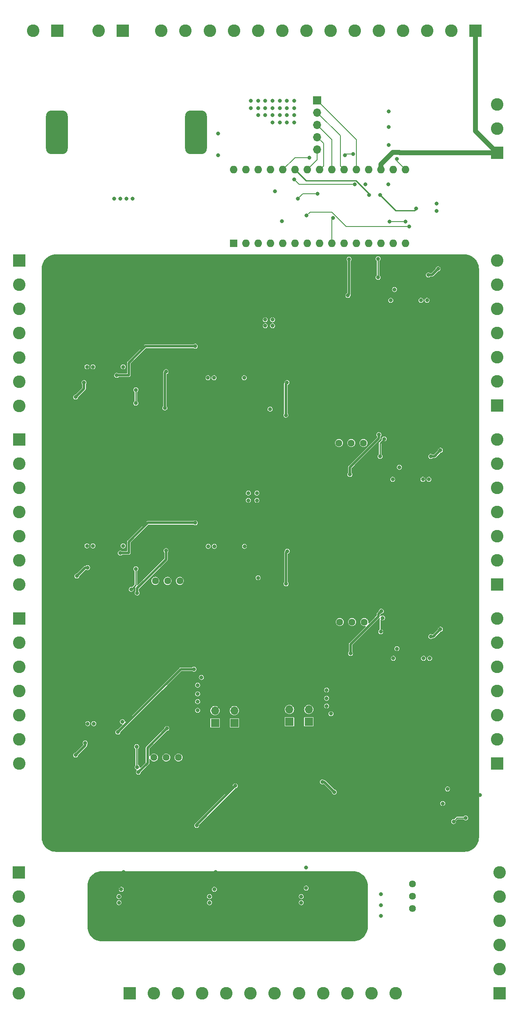
<source format=gbr>
%TF.GenerationSoftware,KiCad,Pcbnew,(7.0.0-0)*%
%TF.CreationDate,2023-04-05T17:09:17+01:00*%
%TF.ProjectId,pipcb,70697063-622e-46b6-9963-61645f706362,rev?*%
%TF.SameCoordinates,Original*%
%TF.FileFunction,Copper,L4,Bot*%
%TF.FilePolarity,Positive*%
%FSLAX46Y46*%
G04 Gerber Fmt 4.6, Leading zero omitted, Abs format (unit mm)*
G04 Created by KiCad (PCBNEW (7.0.0-0)) date 2023-04-05 17:09:17*
%MOMM*%
%LPD*%
G01*
G04 APERTURE LIST*
G04 Aperture macros list*
%AMRoundRect*
0 Rectangle with rounded corners*
0 $1 Rounding radius*
0 $2 $3 $4 $5 $6 $7 $8 $9 X,Y pos of 4 corners*
0 Add a 4 corners polygon primitive as box body*
4,1,4,$2,$3,$4,$5,$6,$7,$8,$9,$2,$3,0*
0 Add four circle primitives for the rounded corners*
1,1,$1+$1,$2,$3*
1,1,$1+$1,$4,$5*
1,1,$1+$1,$6,$7*
1,1,$1+$1,$8,$9*
0 Add four rect primitives between the rounded corners*
20,1,$1+$1,$2,$3,$4,$5,0*
20,1,$1+$1,$4,$5,$6,$7,0*
20,1,$1+$1,$6,$7,$8,$9,0*
20,1,$1+$1,$8,$9,$2,$3,0*%
G04 Aperture macros list end*
%TA.AperFunction,ComponentPad*%
%ADD10C,1.440000*%
%TD*%
%TA.AperFunction,ComponentPad*%
%ADD11C,2.600000*%
%TD*%
%TA.AperFunction,ComponentPad*%
%ADD12R,2.600000X2.600000*%
%TD*%
%TA.AperFunction,ComponentPad*%
%ADD13C,0.600000*%
%TD*%
%TA.AperFunction,SMDPad,CuDef*%
%ADD14R,2.950000X4.900000*%
%TD*%
%TA.AperFunction,ComponentPad*%
%ADD15O,1.700000X1.700000*%
%TD*%
%TA.AperFunction,ComponentPad*%
%ADD16R,1.700000X1.700000*%
%TD*%
%TA.AperFunction,SMDPad,CuDef*%
%ADD17R,3.200000X5.800000*%
%TD*%
%TA.AperFunction,ComponentPad*%
%ADD18RoundRect,1.125000X-1.125000X-3.375000X1.125000X-3.375000X1.125000X3.375000X-1.125000X3.375000X0*%
%TD*%
%TA.AperFunction,ComponentPad*%
%ADD19O,1.600000X1.600000*%
%TD*%
%TA.AperFunction,ComponentPad*%
%ADD20R,1.600000X1.600000*%
%TD*%
%TA.AperFunction,ViaPad*%
%ADD21C,0.800000*%
%TD*%
%TA.AperFunction,Conductor*%
%ADD22C,0.150000*%
%TD*%
%TA.AperFunction,Conductor*%
%ADD23C,1.000000*%
%TD*%
%TA.AperFunction,Conductor*%
%ADD24C,0.500000*%
%TD*%
%TA.AperFunction,Conductor*%
%ADD25C,0.250000*%
%TD*%
G04 APERTURE END LIST*
D10*
%TO.P,RV6,3,3*%
%TO.N,/power_rails/rail3/FB*%
X33790000Y-79250000D03*
%TO.P,RV6,2,2*%
%TO.N,Net-(R56-Pad1)*%
X36330000Y-79250000D03*
%TO.P,RV6,1,1*%
%TO.N,unconnected-(RV6-Pad1)*%
X38870000Y-79250000D03*
%TD*%
%TO.P,RV9,3,3*%
%TO.N,/power_rails/rail6/FB*%
X77040000Y-87750000D03*
%TO.P,RV9,2,2*%
%TO.N,Net-(R60-Pad1)*%
X74500000Y-87750000D03*
%TO.P,RV9,1,1*%
%TO.N,unconnected-(RV9-Pad1)*%
X71960000Y-87750000D03*
%TD*%
%TO.P,RV7,3,3*%
%TO.N,/power_rails/rail4/FB*%
X76870000Y-50750000D03*
%TO.P,RV7,2,2*%
%TO.N,Net-(R54-Pad1)*%
X74330000Y-50750000D03*
%TO.P,RV7,1,1*%
%TO.N,unconnected-(RV7-Pad1)*%
X71790000Y-50750000D03*
%TD*%
%TO.P,RV8,3,3*%
%TO.N,/power_rails/rail5/FB*%
X33500000Y-115750000D03*
%TO.P,RV8,2,2*%
%TO.N,Net-(R58-Pad1)*%
X36040000Y-115750000D03*
%TO.P,RV8,1,1*%
%TO.N,unconnected-(RV8-Pad1)*%
X38580000Y-115750000D03*
%TD*%
%TO.P,RV1,3,3*%
%TO.N,GND*%
X87000000Y-146980000D03*
%TO.P,RV1,2,2*%
X87000000Y-144440000D03*
%TO.P,RV1,1,1*%
%TO.N,Net-(R47-Pad2)*%
X87000000Y-141900000D03*
%TD*%
D11*
%TO.P,J1,2,Pin_2*%
%TO.N,GND*%
X22040000Y34500000D03*
D12*
%TO.P,J1,1,Pin_1*%
%TO.N,+VDC*%
X27039999Y34499999D03*
%TD*%
D13*
%TO.P,U17,9,AGND*%
%TO.N,GND*%
X77740000Y-55650000D03*
X77740000Y-56950000D03*
X77740000Y-58250000D03*
X77740000Y-59550000D03*
D14*
X78389999Y-57599999D03*
D13*
X79040000Y-55650000D03*
X79040000Y-56950000D03*
X79040000Y-58250000D03*
X79040000Y-59550000D03*
%TD*%
D11*
%TO.P,J5,7,Pin_7*%
%TO.N,RAIL4_EN*%
X104500000Y-50000000D03*
%TO.P,J5,6,Pin_6*%
%TO.N,GND*%
X104500000Y-55000000D03*
%TO.P,J5,5,Pin_5*%
%TO.N,RAIL4+*%
X104500000Y-60000000D03*
%TO.P,J5,4,Pin_4*%
%TO.N,GND*%
X104500000Y-65000000D03*
%TO.P,J5,3,Pin_3*%
%TO.N,RAIL4+*%
X104500000Y-70000000D03*
%TO.P,J5,2,Pin_2*%
%TO.N,GND*%
X104500000Y-75000000D03*
D12*
%TO.P,J5,1,Pin_1*%
%TO.N,RAIL4+*%
X104499999Y-79999999D03*
%TD*%
D13*
%TO.P,U19,9,AGND*%
%TO.N,GND*%
X77880000Y-92650000D03*
X77880000Y-93950000D03*
X77880000Y-95250000D03*
X77880000Y-96550000D03*
D14*
X78529999Y-94599999D03*
D13*
X79180000Y-92650000D03*
X79180000Y-93950000D03*
X79180000Y-95250000D03*
X79180000Y-96550000D03*
%TD*%
D11*
%TO.P,J7,7,Pin_7*%
%TO.N,RAIL6_EN*%
X104500000Y-87000000D03*
%TO.P,J7,6,Pin_6*%
%TO.N,GND*%
X104500000Y-92000000D03*
%TO.P,J7,5,Pin_5*%
%TO.N,RAIL6+*%
X104500000Y-97000000D03*
%TO.P,J7,4,Pin_4*%
%TO.N,GND*%
X104500000Y-102000000D03*
%TO.P,J7,3,Pin_3*%
%TO.N,RAIL6+*%
X104500000Y-107000000D03*
%TO.P,J7,2,Pin_2*%
%TO.N,GND*%
X104500000Y-112000000D03*
D12*
%TO.P,J7,1,Pin_1*%
%TO.N,RAIL6+*%
X104499999Y-116999999D03*
%TD*%
D11*
%TO.P,J10,3,Pin_3*%
%TO.N,GND*%
X104500000Y19250000D03*
%TO.P,J10,2,Pin_2*%
%TO.N,TEMP_SENSOR*%
X104500000Y14250000D03*
D12*
%TO.P,J10,1,Pin_1*%
%TO.N,PS_1*%
X104499999Y9249999D03*
%TD*%
D11*
%TO.P,J11,12,Pin_12*%
%TO.N,GND*%
X83500000Y-164500000D03*
%TO.P,J11,11,Pin_11*%
%TO.N,VALVE3_OUT*%
X78500000Y-164500000D03*
%TO.P,J11,10,Pin_10*%
%TO.N,GND*%
X73500000Y-164500000D03*
%TO.P,J11,9,Pin_9*%
%TO.N,VALVE3_IN*%
X68500000Y-164500000D03*
%TO.P,J11,8,Pin_8*%
%TO.N,GND*%
X63500000Y-164500000D03*
%TO.P,J11,7,Pin_7*%
%TO.N,VALVE2_OUT*%
X58500000Y-164500000D03*
%TO.P,J11,6,Pin_6*%
%TO.N,GND*%
X53500000Y-164500000D03*
%TO.P,J11,5,Pin_5*%
%TO.N,VALVE2_IN*%
X48500000Y-164500000D03*
%TO.P,J11,4,Pin_4*%
%TO.N,GND*%
X43500000Y-164500000D03*
%TO.P,J11,3,Pin_3*%
%TO.N,VALVE1_OUT*%
X38500000Y-164500000D03*
%TO.P,J11,2,Pin_2*%
%TO.N,GND*%
X33500000Y-164500000D03*
D12*
%TO.P,J11,1,Pin_1*%
%TO.N,VALVE1_IN*%
X28499999Y-164499999D03*
%TD*%
D13*
%TO.P,U16,9,AGND*%
%TO.N,GND*%
X32300000Y-74600000D03*
X32300000Y-73300000D03*
X32300000Y-72000000D03*
X32300000Y-70700000D03*
D14*
X31649999Y-72649999D03*
D13*
X31000000Y-74600000D03*
X31000000Y-73300000D03*
X31000000Y-72000000D03*
X31000000Y-70700000D03*
%TD*%
D11*
%TO.P,J9,6,Pin_6*%
%TO.N,LED2_CONTROL*%
X5500000Y-164500000D03*
%TO.P,J9,5,Pin_5*%
%TO.N,LED2_OUT-*%
X5500000Y-159500000D03*
%TO.P,J9,4,Pin_4*%
%TO.N,LED2_OUT+*%
X5500000Y-154500000D03*
%TO.P,J9,3,Pin_3*%
%TO.N,LED1_CONTROL*%
X5500000Y-149500000D03*
%TO.P,J9,2,Pin_2*%
%TO.N,LED1_OUT-*%
X5500000Y-144500000D03*
D12*
%TO.P,J9,1,Pin_1*%
%TO.N,LED1_OUT+*%
X5499999Y-139499999D03*
%TD*%
D11*
%TO.P,J3,7,Pin_7*%
%TO.N,RAIL2_EN*%
X104500000Y-13000000D03*
%TO.P,J3,6,Pin_6*%
%TO.N,GND*%
X104500000Y-18000000D03*
%TO.P,J3,5,Pin_5*%
%TO.N,RAIL2+*%
X104500000Y-23000000D03*
%TO.P,J3,4,Pin_4*%
%TO.N,GND*%
X104500000Y-28000000D03*
%TO.P,J3,3,Pin_3*%
%TO.N,RAIL2+*%
X104500000Y-33000000D03*
%TO.P,J3,2,Pin_2*%
%TO.N,GND*%
X104500000Y-38000000D03*
D12*
%TO.P,J3,1,Pin_1*%
%TO.N,RAIL2+*%
X104499999Y-42999999D03*
%TD*%
D11*
%TO.P,J13,2,Pin_2*%
%TO.N,PELTIER_OUT*%
X8540000Y34500000D03*
D12*
%TO.P,J13,1,Pin_1*%
%TO.N,+24V*%
X13539999Y34499999D03*
%TD*%
D15*
%TO.P,JP2,2,B*%
%TO.N,Net-(JP2-B)*%
X46139999Y-106059999D03*
D16*
%TO.P,JP2,1,A*%
%TO.N,LED1_OUT+*%
X46139999Y-108599999D03*
%TD*%
D13*
%TO.P,U3,15,PPAD*%
%TO.N,GND*%
X67087500Y-143900000D03*
X67087500Y-145200000D03*
X67087500Y-146500000D03*
X67087500Y-147800000D03*
X67087500Y-149100000D03*
X68387500Y-143900000D03*
X68387500Y-145200000D03*
D17*
X68387499Y-146499999D03*
D13*
X68387500Y-146500000D03*
X68387500Y-147800000D03*
X68387500Y-149100000D03*
X69687500Y-143900000D03*
X69687500Y-145200000D03*
X69687500Y-146500000D03*
X69687500Y-147800000D03*
X69687500Y-149100000D03*
%TD*%
%TO.P,U21,9,AGND*%
%TO.N,GND*%
X57340000Y-39850000D03*
X57340000Y-38550000D03*
X57340000Y-37250000D03*
X57340000Y-35950000D03*
D14*
X56689999Y-37899999D03*
D13*
X56040000Y-39850000D03*
X56040000Y-38550000D03*
X56040000Y-37250000D03*
X56040000Y-35950000D03*
%TD*%
%TO.P,U18,9,AGND*%
%TO.N,GND*%
X32465000Y-111350000D03*
X32465000Y-110050000D03*
X32465000Y-108750000D03*
X32465000Y-107450000D03*
D14*
X31814999Y-109399999D03*
D13*
X31165000Y-111350000D03*
X31165000Y-110050000D03*
X31165000Y-108750000D03*
X31165000Y-107450000D03*
%TD*%
D11*
%TO.P,J2,7,Pin_7*%
%TO.N,RAIL1_EN*%
X5640000Y-43050000D03*
%TO.P,J2,6,Pin_6*%
%TO.N,GND*%
X5640000Y-38050000D03*
%TO.P,J2,5,Pin_5*%
%TO.N,RAIL1+*%
X5640000Y-33050000D03*
%TO.P,J2,4,Pin_4*%
%TO.N,GND*%
X5640000Y-28050000D03*
%TO.P,J2,3,Pin_3*%
%TO.N,RAIL1+*%
X5640000Y-23050000D03*
%TO.P,J2,2,Pin_2*%
%TO.N,GND*%
X5640000Y-18050000D03*
D12*
%TO.P,J2,1,Pin_1*%
%TO.N,RAIL1+*%
X5639999Y-13049999D03*
%TD*%
D13*
%TO.P,U2,15,PPAD*%
%TO.N,GND*%
X48087500Y-143900000D03*
X48087500Y-145200000D03*
X48087500Y-146500000D03*
X48087500Y-147800000D03*
X48087500Y-149100000D03*
X49387500Y-143900000D03*
X49387500Y-145200000D03*
D17*
X49387499Y-146499999D03*
D13*
X49387500Y-146500000D03*
X49387500Y-147800000D03*
X49387500Y-149100000D03*
X50687500Y-143900000D03*
X50687500Y-145200000D03*
X50687500Y-146500000D03*
X50687500Y-147800000D03*
X50687500Y-149100000D03*
%TD*%
D11*
%TO.P,J4,7,Pin_7*%
%TO.N,RAIL3_EN*%
X5640000Y-79999999D03*
%TO.P,J4,6,Pin_6*%
%TO.N,GND*%
X5640000Y-74999999D03*
%TO.P,J4,5,Pin_5*%
%TO.N,RAIL3+*%
X5640000Y-69999999D03*
%TO.P,J4,4,Pin_4*%
%TO.N,GND*%
X5640000Y-64999999D03*
%TO.P,J4,3,Pin_3*%
%TO.N,RAIL3+*%
X5640000Y-59999999D03*
%TO.P,J4,2,Pin_2*%
%TO.N,GND*%
X5640000Y-54999999D03*
D12*
%TO.P,J4,1,Pin_1*%
%TO.N,RAIL3+*%
X5639999Y-49999998D03*
%TD*%
D15*
%TO.P,JP1,2,B*%
%TO.N,Net-(JP1-B)*%
X50139999Y-106059999D03*
D16*
%TO.P,JP1,1,A*%
%TO.N,LED1_OUT+*%
X50139999Y-108599999D03*
%TD*%
D13*
%TO.P,U4,9,AGND*%
%TO.N,GND*%
X32300000Y-37600000D03*
X32300000Y-36300000D03*
X32300000Y-35000000D03*
X32300000Y-33700000D03*
D14*
X31649999Y-35649999D03*
D13*
X31000000Y-37600000D03*
X31000000Y-36300000D03*
X31000000Y-35000000D03*
X31000000Y-33700000D03*
%TD*%
%TO.P,U20,9,AGND*%
%TO.N,GND*%
X57396250Y-74700000D03*
X57396250Y-73400000D03*
X57396250Y-72100000D03*
X57396250Y-70800000D03*
D14*
X56746249Y-72749999D03*
D13*
X56096250Y-74700000D03*
X56096250Y-73400000D03*
X56096250Y-72100000D03*
X56096250Y-70800000D03*
%TD*%
D15*
%TO.P,J14,5,Pin_5*%
%TO.N,Net-(A1-A5)*%
X67289999Y9919999D03*
%TO.P,J14,4,Pin_4*%
%TO.N,Net-(A1-A4)*%
X67289999Y12459999D03*
%TO.P,J14,3,Pin_3*%
%TO.N,Net-(A1-A3)*%
X67289999Y14999999D03*
%TO.P,J14,2,Pin_2*%
%TO.N,Net-(A1-A2)*%
X67289999Y17539999D03*
D16*
%TO.P,J14,1,Pin_1*%
%TO.N,Net-(A1-A1)*%
X67289999Y20079999D03*
%TD*%
D13*
%TO.P,U15,9,AGND*%
%TO.N,GND*%
X77340000Y-18650000D03*
X77340000Y-19950000D03*
X77340000Y-21250000D03*
X77340000Y-22550000D03*
D14*
X77989999Y-20599999D03*
D13*
X78640000Y-18650000D03*
X78640000Y-19950000D03*
X78640000Y-21250000D03*
X78640000Y-22550000D03*
%TD*%
%TO.P,U1,15,PPAD*%
%TO.N,GND*%
X29087500Y-143900000D03*
X29087500Y-145200000D03*
X29087500Y-146500000D03*
X29087500Y-147800000D03*
X29087500Y-149100000D03*
X30387500Y-143900000D03*
X30387500Y-145200000D03*
D17*
X30387499Y-146499999D03*
D13*
X30387500Y-146500000D03*
X30387500Y-147800000D03*
X30387500Y-149100000D03*
X31687500Y-143900000D03*
X31687500Y-145200000D03*
X31687500Y-146500000D03*
X31687500Y-147800000D03*
X31687500Y-149100000D03*
%TD*%
D11*
%TO.P,J6,7,Pin_7*%
%TO.N,RAIL5_EN*%
X5640000Y-117000000D03*
%TO.P,J6,6,Pin_6*%
%TO.N,GND*%
X5640000Y-112000000D03*
%TO.P,J6,5,Pin_5*%
%TO.N,RAIL5+*%
X5640000Y-107000000D03*
%TO.P,J6,4,Pin_4*%
%TO.N,GND*%
X5640000Y-102000000D03*
%TO.P,J6,3,Pin_3*%
%TO.N,RAIL5+*%
X5640000Y-97000000D03*
%TO.P,J6,2,Pin_2*%
%TO.N,GND*%
X5640000Y-92000000D03*
D12*
%TO.P,J6,1,Pin_1*%
%TO.N,RAIL5+*%
X5639999Y-86999999D03*
%TD*%
D15*
%TO.P,JP4,2,B*%
%TO.N,Net-(JP4-B)*%
X61540000Y-105822499D03*
D16*
%TO.P,JP4,1,A*%
%TO.N,LED2_OUT+*%
X61540000Y-108362499D03*
%TD*%
D18*
%TO.P,SW1,2,B*%
%TO.N,Net-(SW1-B)*%
X42190000Y13500000D03*
%TO.P,SW1,1,A*%
%TO.N,+VDC*%
X13390000Y13500000D03*
%TD*%
D11*
%TO.P,J12,6,Pin_6*%
%TO.N,GND*%
X105000000Y-139500000D03*
%TO.P,J12,5,Pin_5*%
%TO.N,PS_RAW_OUT*%
X105000000Y-144500000D03*
%TO.P,J12,4,Pin_4*%
%TO.N,GND*%
X105000000Y-149500000D03*
%TO.P,J12,3,Pin_3*%
%TO.N,PS_TRIGGER*%
X105000000Y-154500000D03*
%TO.P,J12,2,Pin_2*%
%TO.N,PS_2*%
X105000000Y-159500000D03*
D12*
%TO.P,J12,1,Pin_1*%
%TO.N,PS_1*%
X104999999Y-164499999D03*
%TD*%
D19*
%TO.P,A1,30,VIN*%
%TO.N,unconnected-(A1-VIN-Pad30)*%
X49999999Y5739999D03*
%TO.P,A1,29,GND*%
%TO.N,GND*%
X52539999Y5739999D03*
%TO.P,A1,28,~{RESET}*%
%TO.N,unconnected-(A1-~{RESET}-Pad28)*%
X55079999Y5739999D03*
%TO.P,A1,27,+5V*%
%TO.N,PS_1*%
X57619999Y5739999D03*
%TO.P,A1,26,A7*%
%TO.N,GPIO4*%
X60159999Y5739999D03*
%TO.P,A1,25,A6*%
%TO.N,24_V_ADC*%
X62699999Y5739999D03*
%TO.P,A1,24,A5*%
%TO.N,Net-(A1-A5)*%
X65239999Y5739999D03*
%TO.P,A1,23,A4*%
%TO.N,Net-(A1-A4)*%
X67779999Y5739999D03*
%TO.P,A1,22,A3*%
%TO.N,Net-(A1-A3)*%
X70319999Y5739999D03*
%TO.P,A1,21,A2*%
%TO.N,Net-(A1-A2)*%
X72859999Y5739999D03*
%TO.P,A1,20,A1*%
%TO.N,Net-(A1-A1)*%
X75399999Y5739999D03*
%TO.P,A1,19,A0*%
%TO.N,CURRENT_ADC*%
X77939999Y5739999D03*
%TO.P,A1,18,AREF*%
%TO.N,PS_1*%
X80479999Y5739999D03*
%TO.P,A1,17,3V3*%
%TO.N,unconnected-(A1-3V3-Pad17)*%
X83019999Y5739999D03*
%TO.P,A1,16,D13*%
%TO.N,GPIO3*%
X85559999Y5739999D03*
%TO.P,A1,15,D12*%
%TO.N,GPIO2*%
X85559999Y-9499999D03*
%TO.P,A1,14,D11*%
%TO.N,GPIO1*%
X83019999Y-9499999D03*
%TO.P,A1,13,D10*%
%TO.N,OVERHEAT*%
X80479999Y-9499999D03*
%TO.P,A1,12,D9*%
%TO.N,LED_WARNING*%
X77939999Y-9499999D03*
%TO.P,A1,11,D8*%
%TO.N,LED_STATUS*%
X75399999Y-9499999D03*
%TO.P,A1,10,D7*%
%TO.N,GPIO6*%
X72859999Y-9499999D03*
%TO.P,A1,9,D6*%
%TO.N,GPIO5*%
X70319999Y-9499999D03*
%TO.P,A1,8,D5*%
%TO.N,FLIPPER_OUT*%
X67779999Y-9499999D03*
%TO.P,A1,7,D4*%
%TO.N,FLIPPER_ENABLE*%
X65239999Y-9499999D03*
%TO.P,A1,6,D3*%
%TO.N,PELTIER_CONTROL*%
X62699999Y-9499999D03*
%TO.P,A1,5,D2*%
%TO.N,TEMP_SENSOR*%
X60159999Y-9499999D03*
%TO.P,A1,4,GND*%
%TO.N,GND*%
X57619999Y-9499999D03*
%TO.P,A1,3,~{RESET}*%
%TO.N,unconnected-(A1-~{RESET}-Pad3)*%
X55079999Y-9499999D03*
%TO.P,A1,2,D0/RX*%
%TO.N,unconnected-(A1-D0{slash}RX-Pad2)*%
X52539999Y-9499999D03*
D20*
%TO.P,A1,1,D1/TX*%
%TO.N,unconnected-(A1-D1{slash}TX-Pad1)*%
X49999999Y-9499999D03*
%TD*%
D11*
%TO.P,J8,14,Pin_14*%
%TO.N,GND*%
X35040000Y34500000D03*
%TO.P,J8,13,Pin_13*%
X40040000Y34500000D03*
%TO.P,J8,12,Pin_12*%
%TO.N,Net-(J8-Pin_12)*%
X45040000Y34500000D03*
%TO.P,J8,11,Pin_11*%
%TO.N,GPIO6*%
X50040000Y34500000D03*
%TO.P,J8,10,Pin_10*%
%TO.N,GPIO5*%
X55040000Y34500000D03*
%TO.P,J8,9,Pin_9*%
%TO.N,GPIO4*%
X60040000Y34500000D03*
%TO.P,J8,8,Pin_8*%
%TO.N,GPIO3*%
X65040000Y34500000D03*
%TO.P,J8,7,Pin_7*%
%TO.N,GPIO2*%
X70040000Y34500000D03*
%TO.P,J8,6,Pin_6*%
%TO.N,GPIO1*%
X75040000Y34500000D03*
%TO.P,J8,5,Pin_5*%
%TO.N,GND*%
X80040000Y34500000D03*
%TO.P,J8,4,Pin_4*%
%TO.N,Net-(J8-Pin_4)*%
X85040000Y34500000D03*
%TO.P,J8,3,Pin_3*%
%TO.N,GND*%
X90040000Y34500000D03*
%TO.P,J8,2,Pin_2*%
%TO.N,Net-(J8-Pin_2)*%
X95040000Y34500000D03*
D12*
%TO.P,J8,1,Pin_1*%
%TO.N,PS_1*%
X100039999Y34499999D03*
%TD*%
D15*
%TO.P,JP3,2,B*%
%TO.N,Net-(JP3-B)*%
X65539999Y-105822499D03*
D16*
%TO.P,JP3,1,A*%
%TO.N,LED2_OUT+*%
X65539999Y-108362499D03*
%TD*%
D21*
%TO.N,GPIO5*%
X70540000Y-4250000D03*
%TO.N,PS_1*%
X94250000Y-122250000D03*
X84290000Y-55750000D03*
X93250000Y-125250000D03*
X58040000Y-25250000D03*
X42040000Y-30750000D03*
X56540000Y-25250000D03*
X82000000Y2750000D03*
X41790000Y-97500000D03*
X26040000Y-110500000D03*
X83290000Y-19000000D03*
X42040000Y-67250000D03*
X60000000Y-4874500D03*
X83790000Y-93250000D03*
X58040000Y-26500000D03*
X56540000Y-26500000D03*
X26540000Y-73500000D03*
X57540000Y-43750000D03*
X25790000Y-36750000D03*
%TO.N,+24V*%
X62540000Y20000000D03*
X83040000Y-95250000D03*
X62540000Y18500000D03*
X88750000Y-21250000D03*
X69240000Y-105100000D03*
X20890000Y-35000000D03*
X20890000Y-72000000D03*
X56540000Y20000000D03*
X92000000Y-1250000D03*
X59540000Y18500000D03*
X27140000Y-35000000D03*
X90400000Y-58250000D03*
X52236250Y-72100000D03*
X26981303Y-108357321D03*
X61040000Y17000000D03*
X89150000Y-58250000D03*
X42540000Y-102600000D03*
X61040000Y18500000D03*
X58040000Y17000000D03*
X58040000Y15500000D03*
X62540000Y17000000D03*
X59540000Y15500000D03*
X69240000Y-101800000D03*
X19640000Y-35000000D03*
X55040000Y18500000D03*
X19805000Y-108750000D03*
X44736250Y-72100000D03*
X58040000Y18500000D03*
X90540000Y-95250000D03*
X89290000Y-95250000D03*
X19640000Y-72000000D03*
X82500000Y-21250000D03*
X59540000Y20000000D03*
X42540000Y-106000000D03*
X56540000Y18500000D03*
X53540000Y20000000D03*
X45930000Y-37250000D03*
X42540000Y-104200000D03*
X27140000Y-72000000D03*
X70140000Y-106700000D03*
X52180000Y-37250000D03*
X55040000Y17000000D03*
X45986250Y-72100000D03*
X59540000Y17000000D03*
X61040000Y20000000D03*
X61040000Y15500000D03*
X62540000Y15500000D03*
X21055000Y-108750000D03*
X82900000Y-58250000D03*
X44680000Y-37250000D03*
X42540000Y-100800000D03*
X69240000Y-103500000D03*
X58040000Y20000000D03*
X90000000Y-21250000D03*
X43340000Y-99200000D03*
X53540000Y18500000D03*
X56540000Y17000000D03*
X55040000Y20000000D03*
%TO.N,GPIO4*%
X65663502Y8250000D03*
%TO.N,GPIO3*%
X83790000Y8000000D03*
%TO.N,24_V_ADC*%
X78040000Y500000D03*
X80264333Y538931D03*
X87750000Y-2250000D03*
%TO.N,CURRENT_ADC*%
X62540000Y3750000D03*
X75040000Y2750000D03*
%TO.N,PELTIER_CONTROL*%
X74725500Y9000000D03*
X67379500Y750000D03*
X63290000Y-250000D03*
X73026999Y8750000D03*
%TO.N,GND*%
X49540000Y-116600000D03*
X39140000Y-37500000D03*
X80500000Y-148500000D03*
X27790000Y-250000D03*
X40290000Y-70500000D03*
X19890000Y-32500000D03*
X46790000Y8750000D03*
X65000000Y-138500000D03*
X64140000Y-117600000D03*
X44930000Y-34750000D03*
X90040000Y-14750000D03*
X19890000Y-29500000D03*
X90150000Y-62250000D03*
X61500000Y-146250000D03*
X39290000Y-69250000D03*
X36250000Y-140000000D03*
X32040000Y-86750000D03*
X19540000Y-114500000D03*
X69790000Y-96250000D03*
X36250000Y-141000000D03*
X70040000Y-59750000D03*
X82040000Y17833334D03*
X31890000Y-12500000D03*
X56986250Y-49850000D03*
X80500000Y-146250000D03*
X39290000Y-71750000D03*
X74250000Y-140000000D03*
X40540000Y-107250000D03*
X20055000Y-106250000D03*
X44986250Y-69600000D03*
X64290000Y-37250000D03*
X44986250Y-68100000D03*
X100000000Y-133500000D03*
X61500000Y-148500000D03*
X82040000Y14583334D03*
X42250000Y-144000000D03*
X42250000Y-148500000D03*
X83540000Y-117500000D03*
X51736250Y-49850000D03*
X39540000Y-108500000D03*
X71040000Y-58500000D03*
X46250000Y-139449500D03*
X48740000Y-117600000D03*
X89750000Y-25250000D03*
X19890000Y-69500000D03*
X31890000Y-49750000D03*
X19790000Y-77750000D03*
X101000000Y-123500000D03*
X69290000Y-20000000D03*
X90790000Y-52250000D03*
X71040000Y-61000000D03*
X74250000Y-141000000D03*
X64290000Y-74600000D03*
X56930000Y-15000000D03*
X58540000Y1250000D03*
X70290000Y-21250000D03*
X19890000Y-66500000D03*
X77250000Y2750000D03*
X20055000Y-103250000D03*
X55250000Y-140000000D03*
X61500000Y-144000000D03*
X64540000Y-114000000D03*
X89750000Y-26750000D03*
X78290000Y-117500000D03*
X64140000Y-115800000D03*
X89750000Y-23750000D03*
X64940000Y-116600000D03*
X90290000Y-99250000D03*
X83400000Y-80500000D03*
X92000000Y-2750000D03*
X70790000Y-97500000D03*
X51680000Y-15000000D03*
X46790000Y13250000D03*
X42250000Y-146250000D03*
X26540000Y-250000D03*
X27250000Y-139449500D03*
X64290000Y-34750000D03*
X90790000Y-89250000D03*
X97750000Y-133250000D03*
X26540000Y-12500000D03*
X26640000Y-49750000D03*
X70790000Y-95000000D03*
X44930000Y-31750000D03*
X19890000Y-68000000D03*
X48740000Y-115800000D03*
X55250000Y-141000000D03*
X44986250Y-66600000D03*
X29040000Y-250000D03*
X78290000Y-80500000D03*
X65290000Y-73350000D03*
X49140000Y-114200000D03*
X80472536Y-144027464D03*
X77750000Y-43500000D03*
X26805000Y-86500000D03*
X90150000Y-60750000D03*
X90290000Y-100750000D03*
X90290000Y-97750000D03*
X19540000Y-40250000D03*
X19890000Y-31000000D03*
X25290000Y-250000D03*
X44930000Y-33250000D03*
X39540000Y-106000000D03*
X90150000Y-63750000D03*
X39140000Y-35000000D03*
X65290000Y-36000000D03*
X20055000Y-104750000D03*
X40140000Y-36250000D03*
X70290000Y-18750000D03*
X82040000Y10833334D03*
X64290000Y-72100000D03*
X83000000Y-43500000D03*
%TO.N,VALVE_12V*%
X26750000Y-143000000D03*
X55040000Y-78600000D03*
X26250000Y-144500000D03*
X26250000Y-145750000D03*
X46000000Y-143000000D03*
X45000000Y-144500000D03*
X53040000Y-62600000D03*
X64000000Y-144500000D03*
X54790000Y-62600000D03*
X64000000Y-145750000D03*
X53040000Y-61100000D03*
X45000000Y-145750000D03*
X54790000Y-61100000D03*
X65000000Y-142750000D03*
%TO.N,Net-(D1-K)*%
X29750000Y-39750000D03*
X29750000Y-42500000D03*
%TO.N,PS_RAW_OUT*%
X95500000Y-129000000D03*
X98000000Y-128250000D03*
%TO.N,Net-(J8-Pin_2)*%
X65040000Y-3750000D03*
X86290000Y-6000000D03*
%TO.N,LED1_CONTROL*%
X50340000Y-121600000D03*
X42340000Y-129800000D03*
%TO.N,LED2_CONTROL*%
X68340000Y-120800000D03*
X70840000Y-122900000D03*
%TO.N,Net-(J8-Pin_4)*%
X85540000Y-5000000D03*
X82290000Y-5000000D03*
%TO.N,RAIL2_EN*%
X92290000Y-14750000D03*
X90290000Y-16000000D03*
%TO.N,RAIL3_EN*%
X17540000Y-78250000D03*
X19790000Y-76500000D03*
%TO.N,RAIL4_EN*%
X90790000Y-53500000D03*
X92790000Y-52250000D03*
%TO.N,RAIL5_EN*%
X17290000Y-115250000D03*
X19290000Y-112750000D03*
%TO.N,RAIL6_EN*%
X90790000Y-90750000D03*
X92790000Y-89250000D03*
%TO.N,Net-(D1-A)*%
X35750000Y-43500000D03*
X36000000Y-36000000D03*
%TO.N,Net-(D9-A)*%
X73640000Y-20250000D03*
X73890000Y-12750000D03*
%TO.N,Net-(D10-A)*%
X30040000Y-81750000D03*
X36000000Y-73000000D03*
%TO.N,Net-(D11-A)*%
X74040000Y-57250000D03*
X80040000Y-49000000D03*
%TO.N,Net-(D12-A)*%
X30290000Y-118787500D03*
X36165000Y-109750000D03*
%TO.N,Net-(D13-A)*%
X74180000Y-94250000D03*
X80540000Y-85500000D03*
%TO.N,Net-(D14-A)*%
X61096250Y-73100000D03*
X60846250Y-79850000D03*
%TO.N,Net-(D15-A)*%
X60790000Y-45000000D03*
X61040000Y-38250000D03*
%TO.N,Net-(D9-K)*%
X79890000Y-12650500D03*
X79890000Y-16500000D03*
%TO.N,Net-(D10-K)*%
X29750000Y-76750000D03*
X28790000Y-81000000D03*
%TO.N,Net-(D11-K)*%
X81135042Y-49900500D03*
X80290000Y-53500000D03*
%TO.N,Net-(D12-K)*%
X29915000Y-113500000D03*
X30040000Y-117750000D03*
%TO.N,Net-(D13-K)*%
X80430000Y-89750000D03*
X80813081Y-86900500D03*
%TO.N,RAIL1_EN*%
X19040000Y-38250000D03*
X17290000Y-41250000D03*
%TD*%
D22*
%TO.N,GPIO5*%
X70320000Y-4470000D02*
X70320000Y-9500000D01*
X70540000Y-4250000D02*
X70320000Y-4470000D01*
D23*
%TO.N,PS_1*%
X104500000Y9250000D02*
X100040000Y13710000D01*
X100040000Y13710000D02*
X100040000Y34500000D01*
D24*
X31725000Y-30750000D02*
X42040000Y-30750000D01*
X28290000Y-36750000D02*
X28290000Y-34185000D01*
X26040000Y-110500000D02*
X39040000Y-97500000D01*
D23*
X80480000Y6871370D02*
X82958130Y9349500D01*
X82958130Y9349500D02*
X84245428Y9349500D01*
X84344928Y9250000D02*
X104500000Y9250000D01*
D24*
X28290000Y-34185000D02*
X31725000Y-30750000D01*
X26540000Y-73500000D02*
X28290000Y-73500000D01*
D23*
X80480000Y5740000D02*
X80480000Y6871370D01*
D24*
X25790000Y-36750000D02*
X28290000Y-36750000D01*
X28290000Y-71185000D02*
X32225000Y-67250000D01*
X39040000Y-97500000D02*
X41790000Y-97500000D01*
D23*
X84245428Y9349500D02*
X84344928Y9250000D01*
D24*
X28290000Y-73500000D02*
X28290000Y-71185000D01*
X32225000Y-67250000D02*
X42040000Y-67250000D01*
D22*
%TO.N,GPIO4*%
X60160000Y5740000D02*
X62670000Y8250000D01*
X62670000Y8250000D02*
X65663502Y8250000D01*
%TO.N,GPIO3*%
X83790000Y8000000D02*
X83790000Y7510000D01*
X83790000Y7510000D02*
X85560000Y5740000D01*
D25*
%TO.N,24_V_ADC*%
X87858522Y-2250000D02*
X87384022Y-2724500D01*
X62700000Y5740000D02*
X64965500Y3474500D01*
X64965500Y3474500D02*
X75340098Y3474500D01*
X78040000Y774598D02*
X78040000Y500000D01*
X83527764Y-2724500D02*
X80264333Y538931D01*
X75340098Y3474500D02*
X78040000Y774598D01*
X87384022Y-2724500D02*
X83527764Y-2724500D01*
D22*
%TO.N,CURRENT_ADC*%
X62540000Y3750000D02*
X63540000Y2750000D01*
X63540000Y2750000D02*
X75040000Y2750000D01*
%TO.N,Net-(A1-A1)*%
X75400000Y11970000D02*
X75400000Y5740000D01*
X67290000Y20080000D02*
X75400000Y11970000D01*
%TO.N,PELTIER_CONTROL*%
X73276999Y9000000D02*
X73026999Y8750000D01*
X63290000Y-250000D02*
X64290000Y750000D01*
X64290000Y750000D02*
X67379500Y750000D01*
X74725500Y9000000D02*
X73276999Y9000000D01*
%TO.N,Net-(A1-A2)*%
X72060001Y12769999D02*
X67290000Y17540000D01*
X72060001Y6539999D02*
X72060001Y12769999D01*
X72860000Y5740000D02*
X72060001Y6539999D01*
%TO.N,Net-(A1-A3)*%
X70320000Y11970000D02*
X67290000Y15000000D01*
X70320000Y5740000D02*
X70320000Y11970000D01*
%TO.N,Net-(A1-A4)*%
X68579999Y11170001D02*
X67290000Y12460000D01*
X68579999Y6539999D02*
X68579999Y11170001D01*
X67780000Y5740000D02*
X68579999Y6539999D01*
%TO.N,Net-(A1-A5)*%
X65240000Y5740000D02*
X67290000Y7790000D01*
X67290000Y7790000D02*
X67290000Y9920000D01*
D25*
%TO.N,Net-(D1-K)*%
X29750000Y-39750000D02*
X29750000Y-42500000D01*
%TO.N,PS_RAW_OUT*%
X95500000Y-129000000D02*
X96250000Y-128250000D01*
X96250000Y-128250000D02*
X98000000Y-128250000D01*
D22*
%TO.N,Net-(J8-Pin_2)*%
X86290000Y-6000000D02*
X73290000Y-6000000D01*
X70290000Y-3000000D02*
X65790000Y-3000000D01*
X65790000Y-3000000D02*
X65040000Y-3750000D01*
X73290000Y-6000000D02*
X70290000Y-3000000D01*
D24*
%TO.N,LED1_CONTROL*%
X50340000Y-121600000D02*
X42340000Y-129600000D01*
X42340000Y-129600000D02*
X42340000Y-129800000D01*
%TO.N,LED2_CONTROL*%
X68740000Y-120800000D02*
X70840000Y-122900000D01*
X68340000Y-120800000D02*
X68740000Y-120800000D01*
D22*
%TO.N,Net-(J8-Pin_4)*%
X85540000Y-5000000D02*
X82290000Y-5000000D01*
D24*
%TO.N,RAIL2_EN*%
X91040000Y-16000000D02*
X92290000Y-14750000D01*
X90290000Y-16000000D02*
X91040000Y-16000000D01*
%TO.N,RAIL3_EN*%
X19290000Y-76500000D02*
X17540000Y-78250000D01*
X19790000Y-76500000D02*
X19290000Y-76500000D01*
%TO.N,RAIL4_EN*%
X90790000Y-53500000D02*
X91540000Y-53500000D01*
X91540000Y-53500000D02*
X92790000Y-52250000D01*
%TO.N,RAIL5_EN*%
X19290000Y-113250000D02*
X19290000Y-112750000D01*
X17290000Y-115250000D02*
X19290000Y-113250000D01*
%TO.N,RAIL6_EN*%
X91290000Y-90750000D02*
X92790000Y-89250000D01*
X90790000Y-90750000D02*
X91290000Y-90750000D01*
%TO.N,Net-(D1-A)*%
X35750000Y-36250000D02*
X35750000Y-43500000D01*
X36000000Y-36000000D02*
X35750000Y-36250000D01*
%TO.N,Net-(D9-A)*%
X73640000Y-20250000D02*
X73890000Y-20000000D01*
X73890000Y-20000000D02*
X73890000Y-12750000D01*
%TO.N,Net-(D10-A)*%
X36000000Y-74790000D02*
X30040000Y-80750000D01*
X36000000Y-73000000D02*
X36000000Y-74790000D01*
X30040000Y-80750000D02*
X30040000Y-81750000D01*
%TO.N,Net-(D11-A)*%
X74040000Y-57250000D02*
X74040000Y-55750000D01*
X80040000Y-49750000D02*
X80040000Y-49000000D01*
X74040000Y-55750000D02*
X80040000Y-49750000D01*
%TO.N,Net-(D12-A)*%
X36165000Y-109750000D02*
X32180000Y-113735000D01*
X32180000Y-113735000D02*
X32180000Y-116897500D01*
X32180000Y-116897500D02*
X30290000Y-118787500D01*
%TO.N,Net-(D13-A)*%
X79963581Y-86076419D02*
X80540000Y-85500000D01*
X74180000Y-92360000D02*
X79963581Y-86576419D01*
X79963581Y-86576419D02*
X79963581Y-86076419D01*
X74180000Y-94250000D02*
X74180000Y-92360000D01*
%TO.N,Net-(D14-A)*%
X60846250Y-79850000D02*
X60846250Y-73350000D01*
X60846250Y-73350000D02*
X61096250Y-73100000D01*
%TO.N,Net-(D15-A)*%
X60790000Y-38500000D02*
X60790000Y-45000000D01*
X61040000Y-38250000D02*
X60790000Y-38500000D01*
D25*
%TO.N,Net-(D9-K)*%
X79890000Y-16500000D02*
X79890000Y-12650500D01*
%TO.N,Net-(D10-K)*%
X29750000Y-76750000D02*
X29750000Y-80040000D01*
X29750000Y-80040000D02*
X28790000Y-81000000D01*
%TO.N,Net-(D11-K)*%
X80290000Y-50750000D02*
X81135042Y-49904958D01*
X80290000Y-53500000D02*
X80290000Y-50750000D01*
X81135042Y-49904958D02*
X81135042Y-49900500D01*
%TO.N,Net-(D12-K)*%
X29915000Y-113500000D02*
X29915000Y-117625000D01*
X29915000Y-117625000D02*
X30040000Y-117750000D01*
%TO.N,Net-(D13-K)*%
X80813081Y-86900500D02*
X80430000Y-87283581D01*
X80430000Y-87283581D02*
X80430000Y-89750000D01*
D24*
%TO.N,RAIL1_EN*%
X19040000Y-39500000D02*
X19040000Y-38250000D01*
X17290000Y-41250000D02*
X19040000Y-39500000D01*
%TD*%
%TA.AperFunction,Conductor*%
%TO.N,GND*%
G36*
X97753525Y-11750197D02*
G01*
X98078830Y-11768466D01*
X98092866Y-11770047D01*
X98410595Y-11824032D01*
X98424353Y-11827172D01*
X98734041Y-11916392D01*
X98747375Y-11921058D01*
X99045113Y-12044385D01*
X99057843Y-12050516D01*
X99237847Y-12150000D01*
X99339909Y-12206407D01*
X99351859Y-12213916D01*
X99614698Y-12400411D01*
X99625741Y-12409217D01*
X99866043Y-12623965D01*
X99876034Y-12633956D01*
X100090782Y-12874258D01*
X100099590Y-12885303D01*
X100286080Y-13148136D01*
X100293594Y-13160094D01*
X100449483Y-13442156D01*
X100455614Y-13454886D01*
X100578941Y-13752624D01*
X100583608Y-13765961D01*
X100672825Y-14075638D01*
X100675969Y-14089413D01*
X100729951Y-14407131D01*
X100731533Y-14421172D01*
X100749802Y-14746474D01*
X100750000Y-14753539D01*
X100750000Y-132246461D01*
X100749802Y-132253526D01*
X100731533Y-132578827D01*
X100729951Y-132592868D01*
X100675969Y-132910586D01*
X100672825Y-132924361D01*
X100583608Y-133234038D01*
X100578941Y-133247375D01*
X100455614Y-133545113D01*
X100449483Y-133557843D01*
X100293594Y-133839905D01*
X100286076Y-133851870D01*
X100099591Y-134114694D01*
X100090782Y-134125741D01*
X99876034Y-134366043D01*
X99866043Y-134376034D01*
X99625741Y-134590782D01*
X99614694Y-134599591D01*
X99351870Y-134786076D01*
X99339905Y-134793594D01*
X99057843Y-134949483D01*
X99045113Y-134955614D01*
X98747375Y-135078941D01*
X98734038Y-135083608D01*
X98424361Y-135172825D01*
X98410586Y-135175969D01*
X98092868Y-135229951D01*
X98078827Y-135231533D01*
X97753526Y-135249802D01*
X97746461Y-135250000D01*
X13253539Y-135250000D01*
X13246474Y-135249802D01*
X12921172Y-135231533D01*
X12907131Y-135229951D01*
X12589413Y-135175969D01*
X12575638Y-135172825D01*
X12265961Y-135083608D01*
X12252624Y-135078941D01*
X11954886Y-134955614D01*
X11942156Y-134949483D01*
X11660094Y-134793594D01*
X11648136Y-134786080D01*
X11385303Y-134599590D01*
X11374258Y-134590782D01*
X11133956Y-134376034D01*
X11123965Y-134366043D01*
X10909217Y-134125741D01*
X10900408Y-134114694D01*
X10713916Y-133851859D01*
X10706405Y-133839905D01*
X10550516Y-133557843D01*
X10544385Y-133545113D01*
X10421058Y-133247375D01*
X10416391Y-133234038D01*
X10327174Y-132924361D01*
X10324032Y-132910595D01*
X10270047Y-132592866D01*
X10268466Y-132578827D01*
X10250198Y-132253526D01*
X10250000Y-132246461D01*
X10250000Y-129800000D01*
X41834353Y-129800000D01*
X41835635Y-129808917D01*
X41853552Y-129933540D01*
X41853553Y-129933546D01*
X41854835Y-129942457D01*
X41914623Y-130073373D01*
X42008872Y-130182143D01*
X42129947Y-130259953D01*
X42268039Y-130300500D01*
X42402952Y-130300500D01*
X42411961Y-130300500D01*
X42550053Y-130259953D01*
X42671128Y-130182143D01*
X42765377Y-130073373D01*
X42825165Y-129942457D01*
X42845647Y-129800000D01*
X42828229Y-129678854D01*
X42833395Y-129621132D01*
X42863850Y-129571830D01*
X43435680Y-129000000D01*
X94994353Y-129000000D01*
X94995635Y-129008917D01*
X95013552Y-129133540D01*
X95013553Y-129133546D01*
X95014835Y-129142457D01*
X95074623Y-129273373D01*
X95080526Y-129280185D01*
X95160683Y-129372693D01*
X95168872Y-129382143D01*
X95289947Y-129459953D01*
X95428039Y-129500500D01*
X95562952Y-129500500D01*
X95571961Y-129500500D01*
X95710053Y-129459953D01*
X95831128Y-129382143D01*
X95925377Y-129273373D01*
X95985165Y-129142457D01*
X96005647Y-129000000D01*
X96004365Y-128991083D01*
X96004365Y-128991078D01*
X95991149Y-128899160D01*
X95996314Y-128841437D01*
X96026769Y-128792134D01*
X96306500Y-128512404D01*
X96347378Y-128485091D01*
X96395596Y-128475500D01*
X97476580Y-128475500D01*
X97536966Y-128490913D01*
X97573176Y-128524626D01*
X97574623Y-128523373D01*
X97652271Y-128612985D01*
X97668872Y-128632143D01*
X97789947Y-128709953D01*
X97928039Y-128750500D01*
X98062952Y-128750500D01*
X98071961Y-128750500D01*
X98210053Y-128709953D01*
X98331128Y-128632143D01*
X98425377Y-128523373D01*
X98485165Y-128392457D01*
X98505647Y-128250000D01*
X98485165Y-128107543D01*
X98425377Y-127976627D01*
X98331128Y-127867857D01*
X98210053Y-127790047D01*
X98071961Y-127749500D01*
X97928039Y-127749500D01*
X97919396Y-127752037D01*
X97919394Y-127752038D01*
X97798593Y-127787508D01*
X97798590Y-127787508D01*
X97789947Y-127790047D01*
X97782368Y-127794917D01*
X97782367Y-127794918D01*
X97676452Y-127862985D01*
X97676449Y-127862987D01*
X97668872Y-127867857D01*
X97662974Y-127874663D01*
X97662970Y-127874667D01*
X97574623Y-127976627D01*
X97573176Y-127975373D01*
X97536966Y-128009087D01*
X97476580Y-128024500D01*
X96259208Y-128024500D01*
X96252614Y-128024327D01*
X96227160Y-128022993D01*
X96213936Y-128022300D01*
X96201576Y-128027044D01*
X96201571Y-128027045D01*
X96195008Y-128029565D01*
X96176056Y-128035179D01*
X96169183Y-128036639D01*
X96169178Y-128036640D01*
X96156232Y-128039393D01*
X96145522Y-128047173D01*
X96140978Y-128049197D01*
X96136799Y-128051910D01*
X96124440Y-128056655D01*
X96115079Y-128066015D01*
X96115075Y-128066018D01*
X96110103Y-128070991D01*
X96095084Y-128083818D01*
X96078677Y-128095740D01*
X96072055Y-128107207D01*
X96063195Y-128117048D01*
X96062843Y-128116731D01*
X96057824Y-128123269D01*
X95709572Y-128471521D01*
X95651639Y-128504512D01*
X95584982Y-128503323D01*
X95580606Y-128502038D01*
X95580603Y-128502037D01*
X95571961Y-128499500D01*
X95428039Y-128499500D01*
X95419396Y-128502037D01*
X95419394Y-128502038D01*
X95298593Y-128537508D01*
X95298590Y-128537508D01*
X95289947Y-128540047D01*
X95282368Y-128544917D01*
X95282367Y-128544918D01*
X95176452Y-128612985D01*
X95176449Y-128612987D01*
X95168872Y-128617857D01*
X95162974Y-128624663D01*
X95162970Y-128624667D01*
X95080526Y-128719814D01*
X95074623Y-128726627D01*
X95070879Y-128734824D01*
X95070877Y-128734828D01*
X95022190Y-128841437D01*
X95014835Y-128857543D01*
X95013554Y-128866451D01*
X95013552Y-128866459D01*
X95008851Y-128899160D01*
X94994353Y-129000000D01*
X43435680Y-129000000D01*
X47185681Y-125250000D01*
X92744353Y-125250000D01*
X92745635Y-125258917D01*
X92763552Y-125383540D01*
X92763553Y-125383546D01*
X92764835Y-125392457D01*
X92824623Y-125523373D01*
X92918872Y-125632143D01*
X93039947Y-125709953D01*
X93178039Y-125750500D01*
X93312952Y-125750500D01*
X93321961Y-125750500D01*
X93460053Y-125709953D01*
X93581128Y-125632143D01*
X93675377Y-125523373D01*
X93735165Y-125392457D01*
X93755647Y-125250000D01*
X93735165Y-125107543D01*
X93675377Y-124976627D01*
X93581128Y-124867857D01*
X93460053Y-124790047D01*
X93321961Y-124749500D01*
X93178039Y-124749500D01*
X93169396Y-124752037D01*
X93169394Y-124752038D01*
X93048593Y-124787508D01*
X93048590Y-124787508D01*
X93039947Y-124790047D01*
X93032368Y-124794917D01*
X93032367Y-124794918D01*
X92926452Y-124862985D01*
X92926449Y-124862987D01*
X92918872Y-124867857D01*
X92912974Y-124874663D01*
X92912970Y-124874667D01*
X92830526Y-124969814D01*
X92824623Y-124976627D01*
X92820879Y-124984824D01*
X92820877Y-124984828D01*
X92768578Y-125099346D01*
X92764835Y-125107543D01*
X92763554Y-125116451D01*
X92763552Y-125116459D01*
X92745635Y-125241083D01*
X92744353Y-125250000D01*
X47185681Y-125250000D01*
X50298276Y-122137405D01*
X50339154Y-122110091D01*
X50387372Y-122100500D01*
X50402952Y-122100500D01*
X50411961Y-122100500D01*
X50550053Y-122059953D01*
X50671128Y-121982143D01*
X50765377Y-121873373D01*
X50825165Y-121742457D01*
X50845647Y-121600000D01*
X50825165Y-121457543D01*
X50765377Y-121326627D01*
X50671128Y-121217857D01*
X50550053Y-121140047D01*
X50411961Y-121099500D01*
X50268039Y-121099500D01*
X50259396Y-121102037D01*
X50259394Y-121102038D01*
X50138593Y-121137508D01*
X50138590Y-121137508D01*
X50129947Y-121140047D01*
X50122368Y-121144917D01*
X50122367Y-121144918D01*
X50016452Y-121212985D01*
X50016449Y-121212987D01*
X50008872Y-121217857D01*
X50002974Y-121224663D01*
X50002970Y-121224667D01*
X49920526Y-121319814D01*
X49914623Y-121326627D01*
X49910879Y-121334824D01*
X49910877Y-121334828D01*
X49858578Y-121449346D01*
X49854835Y-121457543D01*
X49853553Y-121466458D01*
X49853551Y-121466466D01*
X49838646Y-121570129D01*
X49826601Y-121608597D01*
X49803024Y-121641292D01*
X42127101Y-129317215D01*
X42109746Y-129331310D01*
X42108069Y-129332853D01*
X42099331Y-129338563D01*
X42092917Y-129346802D01*
X42092916Y-129346804D01*
X42080930Y-129362203D01*
X42077648Y-129366245D01*
X42076048Y-129368134D01*
X42048025Y-129392693D01*
X42016456Y-129412981D01*
X42016446Y-129412988D01*
X42008872Y-129417857D01*
X42002974Y-129424663D01*
X42002970Y-129424667D01*
X41920526Y-129519814D01*
X41914623Y-129526627D01*
X41910879Y-129534824D01*
X41910877Y-129534828D01*
X41869578Y-129625260D01*
X41854835Y-129657543D01*
X41853554Y-129666451D01*
X41853552Y-129666459D01*
X41835635Y-129791083D01*
X41834353Y-129800000D01*
X10250000Y-129800000D01*
X10250000Y-120800000D01*
X67834353Y-120800000D01*
X67835635Y-120808917D01*
X67853552Y-120933540D01*
X67853553Y-120933546D01*
X67854835Y-120942457D01*
X67914623Y-121073373D01*
X68008872Y-121182143D01*
X68129947Y-121259953D01*
X68268039Y-121300500D01*
X68402952Y-121300500D01*
X68411961Y-121300500D01*
X68550053Y-121259953D01*
X68558507Y-121254519D01*
X68560182Y-121253917D01*
X68565833Y-121251337D01*
X68566048Y-121251808D01*
X68611669Y-121235402D01*
X68667844Y-121241438D01*
X68715733Y-121271415D01*
X70303024Y-122858706D01*
X70326601Y-122891401D01*
X70338646Y-122929869D01*
X70353551Y-123033534D01*
X70353553Y-123033540D01*
X70354835Y-123042457D01*
X70414623Y-123173373D01*
X70508872Y-123282143D01*
X70629947Y-123359953D01*
X70768039Y-123400500D01*
X70902952Y-123400500D01*
X70911961Y-123400500D01*
X71050053Y-123359953D01*
X71171128Y-123282143D01*
X71265377Y-123173373D01*
X71325165Y-123042457D01*
X71345647Y-122900000D01*
X71325165Y-122757543D01*
X71265377Y-122626627D01*
X71171128Y-122517857D01*
X71050053Y-122440047D01*
X70911961Y-122399500D01*
X70902952Y-122399500D01*
X70887372Y-122399500D01*
X70839154Y-122389909D01*
X70798277Y-122362595D01*
X70685682Y-122250000D01*
X93744353Y-122250000D01*
X93745635Y-122258917D01*
X93763552Y-122383540D01*
X93763553Y-122383546D01*
X93764835Y-122392457D01*
X93824623Y-122523373D01*
X93918872Y-122632143D01*
X94039947Y-122709953D01*
X94178039Y-122750500D01*
X94312952Y-122750500D01*
X94321961Y-122750500D01*
X94460053Y-122709953D01*
X94581128Y-122632143D01*
X94675377Y-122523373D01*
X94735165Y-122392457D01*
X94755647Y-122250000D01*
X94754365Y-122241083D01*
X94736447Y-122116459D01*
X94736446Y-122116458D01*
X94735165Y-122107543D01*
X94675377Y-121976627D01*
X94581128Y-121867857D01*
X94460053Y-121790047D01*
X94321961Y-121749500D01*
X94178039Y-121749500D01*
X94169396Y-121752037D01*
X94169394Y-121752038D01*
X94048593Y-121787508D01*
X94048590Y-121787508D01*
X94039947Y-121790047D01*
X94032368Y-121794917D01*
X94032367Y-121794918D01*
X93926452Y-121862985D01*
X93926449Y-121862987D01*
X93918872Y-121867857D01*
X93912974Y-121874663D01*
X93912970Y-121874667D01*
X93830526Y-121969814D01*
X93824623Y-121976627D01*
X93820879Y-121984824D01*
X93820877Y-121984828D01*
X93769211Y-122097961D01*
X93764835Y-122107543D01*
X93763554Y-122116451D01*
X93763552Y-122116459D01*
X93745635Y-122241083D01*
X93744353Y-122250000D01*
X70685682Y-122250000D01*
X69022785Y-120587103D01*
X69008692Y-120569749D01*
X69007146Y-120568069D01*
X69001437Y-120559331D01*
X68977763Y-120540904D01*
X68973713Y-120537616D01*
X68970999Y-120535317D01*
X68967307Y-120531625D01*
X68951669Y-120520460D01*
X68947519Y-120517366D01*
X68909126Y-120487483D01*
X68902107Y-120485073D01*
X68896066Y-120480760D01*
X68886062Y-120477781D01*
X68886061Y-120477781D01*
X68849447Y-120466880D01*
X68844494Y-120465293D01*
X68808360Y-120452889D01*
X68798488Y-120449500D01*
X68791065Y-120449500D01*
X68783954Y-120447383D01*
X68773520Y-120447814D01*
X68773516Y-120447814D01*
X68756862Y-120448503D01*
X68710072Y-120441551D01*
X68673089Y-120420121D01*
X68671128Y-120417857D01*
X68550053Y-120340047D01*
X68411961Y-120299500D01*
X68268039Y-120299500D01*
X68259396Y-120302037D01*
X68259394Y-120302038D01*
X68138593Y-120337508D01*
X68138590Y-120337508D01*
X68129947Y-120340047D01*
X68122368Y-120344917D01*
X68122367Y-120344918D01*
X68016452Y-120412985D01*
X68016449Y-120412987D01*
X68008872Y-120417857D01*
X68002974Y-120424663D01*
X68002970Y-120424667D01*
X67920526Y-120519814D01*
X67914623Y-120526627D01*
X67910879Y-120534824D01*
X67910877Y-120534828D01*
X67887004Y-120587103D01*
X67854835Y-120657543D01*
X67853554Y-120666451D01*
X67853552Y-120666459D01*
X67835635Y-120791083D01*
X67834353Y-120800000D01*
X10250000Y-120800000D01*
X10250000Y-115250000D01*
X16784353Y-115250000D01*
X16785635Y-115258917D01*
X16803552Y-115383540D01*
X16803553Y-115383546D01*
X16804835Y-115392457D01*
X16864623Y-115523373D01*
X16958872Y-115632143D01*
X17079947Y-115709953D01*
X17218039Y-115750500D01*
X17352952Y-115750500D01*
X17361961Y-115750500D01*
X17500053Y-115709953D01*
X17621128Y-115632143D01*
X17715377Y-115523373D01*
X17775165Y-115392457D01*
X17791352Y-115279865D01*
X17803397Y-115241401D01*
X17826972Y-115208708D01*
X19502899Y-113532781D01*
X19520239Y-113518700D01*
X19521920Y-113517152D01*
X19530669Y-113511437D01*
X19539570Y-113500000D01*
X29409353Y-113500000D01*
X29410635Y-113508917D01*
X29428552Y-113633540D01*
X29428553Y-113633546D01*
X29429835Y-113642457D01*
X29433577Y-113650652D01*
X29433578Y-113650653D01*
X29449969Y-113686545D01*
X29489623Y-113773373D01*
X29583872Y-113882143D01*
X29591452Y-113887014D01*
X29591454Y-113887016D01*
X29631620Y-113912829D01*
X29674087Y-113958441D01*
X29689500Y-114018827D01*
X29689500Y-117343218D01*
X29681556Y-117387250D01*
X29658725Y-117425730D01*
X29614623Y-117476627D01*
X29610879Y-117484824D01*
X29610877Y-117484828D01*
X29558578Y-117599346D01*
X29554835Y-117607543D01*
X29553554Y-117616451D01*
X29553552Y-117616459D01*
X29535635Y-117741083D01*
X29534353Y-117750000D01*
X29535635Y-117758917D01*
X29553552Y-117883540D01*
X29553553Y-117883546D01*
X29554835Y-117892457D01*
X29614623Y-118023373D01*
X29708872Y-118132143D01*
X29829947Y-118209953D01*
X29879582Y-118224527D01*
X29933177Y-118256325D01*
X29964979Y-118309922D01*
X29967204Y-118372204D01*
X29939308Y-118427933D01*
X29870528Y-118507310D01*
X29870522Y-118507318D01*
X29864623Y-118514127D01*
X29860879Y-118522324D01*
X29860877Y-118522328D01*
X29808578Y-118636846D01*
X29804835Y-118645043D01*
X29803554Y-118653951D01*
X29803552Y-118653959D01*
X29790290Y-118746205D01*
X29784353Y-118787500D01*
X29785635Y-118796417D01*
X29803552Y-118921040D01*
X29803553Y-118921046D01*
X29804835Y-118929957D01*
X29864623Y-119060873D01*
X29958872Y-119169643D01*
X30079947Y-119247453D01*
X30218039Y-119288000D01*
X30352952Y-119288000D01*
X30361961Y-119288000D01*
X30500053Y-119247453D01*
X30621128Y-119169643D01*
X30715377Y-119060873D01*
X30775165Y-118929957D01*
X30791352Y-118817365D01*
X30803397Y-118778901D01*
X30826972Y-118746208D01*
X32392899Y-117180281D01*
X32410239Y-117166200D01*
X32411920Y-117164652D01*
X32420669Y-117158937D01*
X32439120Y-117135229D01*
X32442371Y-117131227D01*
X32444677Y-117128503D01*
X32448376Y-117124806D01*
X32459538Y-117109170D01*
X32462629Y-117105025D01*
X32492517Y-117066626D01*
X32494926Y-117059607D01*
X32499240Y-117053566D01*
X32513134Y-117006894D01*
X32514682Y-117002058D01*
X32530500Y-116955988D01*
X32530500Y-116948564D01*
X32532617Y-116941453D01*
X32530607Y-116892869D01*
X32530500Y-116887664D01*
X32530500Y-116186606D01*
X32546913Y-116124424D01*
X32591875Y-116078441D01*
X32653673Y-116060638D01*
X32716207Y-116075651D01*
X32763187Y-116119570D01*
X32805308Y-116186606D01*
X32854448Y-116264811D01*
X32985189Y-116395552D01*
X33141746Y-116493923D01*
X33316266Y-116554990D01*
X33500000Y-116575692D01*
X33683734Y-116554990D01*
X33858254Y-116493923D01*
X34014811Y-116395552D01*
X34145552Y-116264811D01*
X34243923Y-116108254D01*
X34304990Y-115933734D01*
X34325692Y-115750000D01*
X35214308Y-115750000D01*
X35235010Y-115933734D01*
X35237346Y-115940412D01*
X35237347Y-115940413D01*
X35293739Y-116101574D01*
X35293741Y-116101578D01*
X35296077Y-116108254D01*
X35299839Y-116114242D01*
X35299841Y-116114245D01*
X35345308Y-116186606D01*
X35394448Y-116264811D01*
X35525189Y-116395552D01*
X35681746Y-116493923D01*
X35856266Y-116554990D01*
X36040000Y-116575692D01*
X36223734Y-116554990D01*
X36398254Y-116493923D01*
X36554811Y-116395552D01*
X36685552Y-116264811D01*
X36783923Y-116108254D01*
X36844990Y-115933734D01*
X36865692Y-115750000D01*
X37754308Y-115750000D01*
X37775010Y-115933734D01*
X37777346Y-115940412D01*
X37777347Y-115940413D01*
X37833739Y-116101574D01*
X37833741Y-116101578D01*
X37836077Y-116108254D01*
X37839839Y-116114242D01*
X37839841Y-116114245D01*
X37885308Y-116186606D01*
X37934448Y-116264811D01*
X38065189Y-116395552D01*
X38221746Y-116493923D01*
X38396266Y-116554990D01*
X38580000Y-116575692D01*
X38763734Y-116554990D01*
X38938254Y-116493923D01*
X39094811Y-116395552D01*
X39225552Y-116264811D01*
X39323923Y-116108254D01*
X39384990Y-115933734D01*
X39405692Y-115750000D01*
X39384990Y-115566266D01*
X39323923Y-115391746D01*
X39225552Y-115235189D01*
X39094811Y-115104448D01*
X39088817Y-115100682D01*
X39088815Y-115100680D01*
X38944245Y-115009841D01*
X38944242Y-115009839D01*
X38938254Y-115006077D01*
X38931578Y-115003741D01*
X38931574Y-115003739D01*
X38770413Y-114947347D01*
X38770412Y-114947346D01*
X38763734Y-114945010D01*
X38580000Y-114924308D01*
X38572971Y-114925100D01*
X38403294Y-114944218D01*
X38403292Y-114944218D01*
X38396266Y-114945010D01*
X38389589Y-114947346D01*
X38389586Y-114947347D01*
X38228425Y-115003739D01*
X38228417Y-115003742D01*
X38221746Y-115006077D01*
X38215760Y-115009837D01*
X38215754Y-115009841D01*
X38071184Y-115100680D01*
X38071177Y-115100685D01*
X38065189Y-115104448D01*
X38060184Y-115109452D01*
X38060180Y-115109456D01*
X37939456Y-115230180D01*
X37939452Y-115230184D01*
X37934448Y-115235189D01*
X37930685Y-115241177D01*
X37930680Y-115241184D01*
X37839841Y-115385754D01*
X37839837Y-115385760D01*
X37836077Y-115391746D01*
X37833742Y-115398417D01*
X37833739Y-115398425D01*
X37787635Y-115530185D01*
X37775010Y-115566266D01*
X37774218Y-115573292D01*
X37774218Y-115573294D01*
X37759369Y-115705081D01*
X37754308Y-115750000D01*
X36865692Y-115750000D01*
X36844990Y-115566266D01*
X36783923Y-115391746D01*
X36685552Y-115235189D01*
X36554811Y-115104448D01*
X36548817Y-115100682D01*
X36548815Y-115100680D01*
X36404245Y-115009841D01*
X36404242Y-115009839D01*
X36398254Y-115006077D01*
X36391578Y-115003741D01*
X36391574Y-115003739D01*
X36230413Y-114947347D01*
X36230412Y-114947346D01*
X36223734Y-114945010D01*
X36040000Y-114924308D01*
X36032971Y-114925100D01*
X35863294Y-114944218D01*
X35863292Y-114944218D01*
X35856266Y-114945010D01*
X35849589Y-114947346D01*
X35849586Y-114947347D01*
X35688425Y-115003739D01*
X35688417Y-115003742D01*
X35681746Y-115006077D01*
X35675760Y-115009837D01*
X35675754Y-115009841D01*
X35531184Y-115100680D01*
X35531177Y-115100685D01*
X35525189Y-115104448D01*
X35520184Y-115109452D01*
X35520180Y-115109456D01*
X35399456Y-115230180D01*
X35399452Y-115230184D01*
X35394448Y-115235189D01*
X35390685Y-115241177D01*
X35390680Y-115241184D01*
X35299841Y-115385754D01*
X35299837Y-115385760D01*
X35296077Y-115391746D01*
X35293742Y-115398417D01*
X35293739Y-115398425D01*
X35247635Y-115530185D01*
X35235010Y-115566266D01*
X35234218Y-115573292D01*
X35234218Y-115573294D01*
X35219369Y-115705081D01*
X35214308Y-115750000D01*
X34325692Y-115750000D01*
X34304990Y-115566266D01*
X34243923Y-115391746D01*
X34145552Y-115235189D01*
X34014811Y-115104448D01*
X34008817Y-115100682D01*
X34008815Y-115100680D01*
X33864245Y-115009841D01*
X33864242Y-115009839D01*
X33858254Y-115006077D01*
X33851578Y-115003741D01*
X33851574Y-115003739D01*
X33690413Y-114947347D01*
X33690412Y-114947346D01*
X33683734Y-114945010D01*
X33500000Y-114924308D01*
X33492971Y-114925100D01*
X33323294Y-114944218D01*
X33323292Y-114944218D01*
X33316266Y-114945010D01*
X33309589Y-114947346D01*
X33309586Y-114947347D01*
X33148425Y-115003739D01*
X33148417Y-115003742D01*
X33141746Y-115006077D01*
X33135760Y-115009837D01*
X33135754Y-115009841D01*
X32991184Y-115100680D01*
X32991177Y-115100685D01*
X32985189Y-115104448D01*
X32980184Y-115109452D01*
X32980180Y-115109456D01*
X32859456Y-115230180D01*
X32859452Y-115230184D01*
X32854448Y-115235189D01*
X32850685Y-115241177D01*
X32850680Y-115241184D01*
X32763187Y-115380430D01*
X32716207Y-115424349D01*
X32653673Y-115439362D01*
X32591875Y-115421559D01*
X32546913Y-115375576D01*
X32530500Y-115313394D01*
X32530500Y-113932372D01*
X32540091Y-113884154D01*
X32567405Y-113843277D01*
X36123277Y-110287405D01*
X36164154Y-110260091D01*
X36212372Y-110250500D01*
X36227952Y-110250500D01*
X36236961Y-110250500D01*
X36375053Y-110209953D01*
X36496128Y-110132143D01*
X36590377Y-110023373D01*
X36650165Y-109892457D01*
X36670647Y-109750000D01*
X36650165Y-109607543D01*
X36590377Y-109476627D01*
X36570515Y-109453705D01*
X45189500Y-109453705D01*
X45189501Y-109453712D01*
X45189501Y-109459898D01*
X45190707Y-109465964D01*
X45190708Y-109465970D01*
X45191473Y-109469814D01*
X45195331Y-109489213D01*
X45217543Y-109522457D01*
X45250787Y-109544669D01*
X45280101Y-109550500D01*
X46999898Y-109550499D01*
X47029213Y-109544669D01*
X47062457Y-109522457D01*
X47084669Y-109489213D01*
X47090500Y-109459899D01*
X47090500Y-109453705D01*
X49189500Y-109453705D01*
X49189501Y-109453712D01*
X49189501Y-109459898D01*
X49190707Y-109465964D01*
X49190708Y-109465970D01*
X49191473Y-109469814D01*
X49195331Y-109489213D01*
X49217543Y-109522457D01*
X49250787Y-109544669D01*
X49280101Y-109550500D01*
X50999898Y-109550499D01*
X51029213Y-109544669D01*
X51062457Y-109522457D01*
X51084669Y-109489213D01*
X51090500Y-109459899D01*
X51090500Y-109216205D01*
X60589501Y-109216205D01*
X60589502Y-109216212D01*
X60589502Y-109222398D01*
X60590708Y-109228464D01*
X60590709Y-109228470D01*
X60592576Y-109237859D01*
X60595332Y-109251713D01*
X60617544Y-109284957D01*
X60650788Y-109307169D01*
X60680102Y-109313000D01*
X62399899Y-109312999D01*
X62429214Y-109307169D01*
X62462458Y-109284957D01*
X62484670Y-109251713D01*
X62490501Y-109222399D01*
X62490501Y-109216205D01*
X64589500Y-109216205D01*
X64589501Y-109216212D01*
X64589501Y-109222398D01*
X64590707Y-109228464D01*
X64590708Y-109228470D01*
X64592575Y-109237859D01*
X64595331Y-109251713D01*
X64617543Y-109284957D01*
X64650787Y-109307169D01*
X64680101Y-109313000D01*
X66399898Y-109312999D01*
X66429213Y-109307169D01*
X66462457Y-109284957D01*
X66484669Y-109251713D01*
X66490500Y-109222399D01*
X66490499Y-107502602D01*
X66484669Y-107473287D01*
X66462457Y-107440043D01*
X66429213Y-107417831D01*
X66417042Y-107415410D01*
X66405966Y-107413206D01*
X66405957Y-107413205D01*
X66399899Y-107412000D01*
X66393712Y-107412000D01*
X64686294Y-107412000D01*
X64686283Y-107412000D01*
X64680102Y-107412001D01*
X64674036Y-107413207D01*
X64674029Y-107413208D01*
X64662955Y-107415411D01*
X64650787Y-107417831D01*
X64640473Y-107424721D01*
X64640471Y-107424723D01*
X64627857Y-107433151D01*
X64627854Y-107433153D01*
X64617543Y-107440043D01*
X64610653Y-107450354D01*
X64610651Y-107450357D01*
X64602224Y-107462969D01*
X64602222Y-107462972D01*
X64595331Y-107473287D01*
X64592911Y-107485455D01*
X64592910Y-107485457D01*
X64590706Y-107496533D01*
X64590705Y-107496543D01*
X64589500Y-107502601D01*
X64589500Y-107508786D01*
X64589500Y-107508787D01*
X64589500Y-109216205D01*
X62490501Y-109216205D01*
X62490500Y-107502602D01*
X62484670Y-107473287D01*
X62462458Y-107440043D01*
X62429214Y-107417831D01*
X62417043Y-107415410D01*
X62405967Y-107413206D01*
X62405958Y-107413205D01*
X62399900Y-107412000D01*
X62393713Y-107412000D01*
X60686295Y-107412000D01*
X60686284Y-107412000D01*
X60680103Y-107412001D01*
X60674037Y-107413207D01*
X60674030Y-107413208D01*
X60662956Y-107415411D01*
X60650788Y-107417831D01*
X60640474Y-107424721D01*
X60640472Y-107424723D01*
X60627858Y-107433151D01*
X60627855Y-107433153D01*
X60617544Y-107440043D01*
X60610654Y-107450354D01*
X60610652Y-107450357D01*
X60602225Y-107462969D01*
X60602223Y-107462972D01*
X60595332Y-107473287D01*
X60592912Y-107485455D01*
X60592911Y-107485457D01*
X60590707Y-107496533D01*
X60590706Y-107496543D01*
X60589501Y-107502601D01*
X60589501Y-107508786D01*
X60589501Y-107508787D01*
X60589501Y-109216205D01*
X51090500Y-109216205D01*
X51090499Y-107740102D01*
X51084669Y-107710787D01*
X51062457Y-107677543D01*
X51029213Y-107655331D01*
X51017042Y-107652910D01*
X51005966Y-107650706D01*
X51005957Y-107650705D01*
X50999899Y-107649500D01*
X50993712Y-107649500D01*
X49286294Y-107649500D01*
X49286283Y-107649500D01*
X49280102Y-107649501D01*
X49274036Y-107650707D01*
X49274029Y-107650708D01*
X49262955Y-107652911D01*
X49250787Y-107655331D01*
X49240473Y-107662221D01*
X49240471Y-107662223D01*
X49227857Y-107670651D01*
X49227854Y-107670653D01*
X49217543Y-107677543D01*
X49210653Y-107687854D01*
X49210651Y-107687857D01*
X49202224Y-107700469D01*
X49202222Y-107700472D01*
X49195331Y-107710787D01*
X49192911Y-107722955D01*
X49192910Y-107722957D01*
X49190706Y-107734033D01*
X49190705Y-107734043D01*
X49189500Y-107740101D01*
X49189500Y-107746286D01*
X49189500Y-107746287D01*
X49189500Y-109453705D01*
X47090500Y-109453705D01*
X47090499Y-107740102D01*
X47084669Y-107710787D01*
X47062457Y-107677543D01*
X47029213Y-107655331D01*
X47017042Y-107652910D01*
X47005966Y-107650706D01*
X47005957Y-107650705D01*
X46999899Y-107649500D01*
X46993712Y-107649500D01*
X45286294Y-107649500D01*
X45286283Y-107649500D01*
X45280102Y-107649501D01*
X45274036Y-107650707D01*
X45274029Y-107650708D01*
X45262955Y-107652911D01*
X45250787Y-107655331D01*
X45240473Y-107662221D01*
X45240471Y-107662223D01*
X45227857Y-107670651D01*
X45227854Y-107670653D01*
X45217543Y-107677543D01*
X45210653Y-107687854D01*
X45210651Y-107687857D01*
X45202224Y-107700469D01*
X45202222Y-107700472D01*
X45195331Y-107710787D01*
X45192911Y-107722955D01*
X45192910Y-107722957D01*
X45190706Y-107734033D01*
X45190705Y-107734043D01*
X45189500Y-107740101D01*
X45189500Y-107746286D01*
X45189500Y-107746287D01*
X45189500Y-109453705D01*
X36570515Y-109453705D01*
X36496128Y-109367857D01*
X36375053Y-109290047D01*
X36236961Y-109249500D01*
X36093039Y-109249500D01*
X36084396Y-109252037D01*
X36084394Y-109252038D01*
X35963593Y-109287508D01*
X35963590Y-109287508D01*
X35954947Y-109290047D01*
X35947368Y-109294917D01*
X35947367Y-109294918D01*
X35841452Y-109362985D01*
X35841449Y-109362987D01*
X35833872Y-109367857D01*
X35827974Y-109374663D01*
X35827970Y-109374667D01*
X35748857Y-109465970D01*
X35739623Y-109476627D01*
X35735879Y-109484824D01*
X35735877Y-109484828D01*
X35683578Y-109599346D01*
X35679835Y-109607543D01*
X35678553Y-109616458D01*
X35678551Y-109616466D01*
X35663646Y-109720129D01*
X35651601Y-109758597D01*
X35628024Y-109791292D01*
X31967101Y-113452215D01*
X31949746Y-113466310D01*
X31948069Y-113467853D01*
X31939331Y-113473563D01*
X31932917Y-113481802D01*
X31932916Y-113481804D01*
X31920930Y-113497203D01*
X31917658Y-113501233D01*
X31915300Y-113504016D01*
X31911625Y-113507693D01*
X31908603Y-113511924D01*
X31908599Y-113511930D01*
X31900459Y-113523330D01*
X31897353Y-113527495D01*
X31873893Y-113557637D01*
X31873890Y-113557641D01*
X31867483Y-113565874D01*
X31865073Y-113572892D01*
X31860760Y-113578934D01*
X31857782Y-113588932D01*
X31857781Y-113588937D01*
X31846885Y-113625535D01*
X31845298Y-113630490D01*
X31832888Y-113666640D01*
X31832887Y-113666645D01*
X31829500Y-113676512D01*
X31829500Y-113683935D01*
X31827383Y-113691046D01*
X31827814Y-113701477D01*
X31827814Y-113701481D01*
X31829392Y-113739620D01*
X31829500Y-113744827D01*
X31829500Y-116700129D01*
X31819909Y-116748347D01*
X31792595Y-116789224D01*
X30759460Y-117822358D01*
X30709301Y-117853096D01*
X30650654Y-117857712D01*
X30596304Y-117835199D01*
X30558098Y-117790466D01*
X30548291Y-117749619D01*
X30545647Y-117750000D01*
X30526447Y-117616459D01*
X30526446Y-117616458D01*
X30525165Y-117607543D01*
X30465377Y-117476627D01*
X30371128Y-117367857D01*
X30250053Y-117290047D01*
X30241411Y-117287509D01*
X30241408Y-117287508D01*
X30231001Y-117284453D01*
X30183987Y-117258781D01*
X30151886Y-117215899D01*
X30140500Y-117163557D01*
X30140500Y-114018827D01*
X30155913Y-113958441D01*
X30198380Y-113912829D01*
X30238545Y-113887016D01*
X30246128Y-113882143D01*
X30340377Y-113773373D01*
X30400165Y-113642457D01*
X30420647Y-113500000D01*
X30408010Y-113412107D01*
X30401447Y-113366459D01*
X30401446Y-113366458D01*
X30400165Y-113357543D01*
X30340377Y-113226627D01*
X30246128Y-113117857D01*
X30125053Y-113040047D01*
X29986961Y-112999500D01*
X29843039Y-112999500D01*
X29834396Y-113002037D01*
X29834394Y-113002038D01*
X29713593Y-113037508D01*
X29713590Y-113037508D01*
X29704947Y-113040047D01*
X29697368Y-113044917D01*
X29697367Y-113044918D01*
X29591452Y-113112985D01*
X29591449Y-113112987D01*
X29583872Y-113117857D01*
X29577974Y-113124663D01*
X29577970Y-113124667D01*
X29495526Y-113219814D01*
X29489623Y-113226627D01*
X29485879Y-113234824D01*
X29485877Y-113234828D01*
X29433578Y-113349346D01*
X29429835Y-113357543D01*
X29428554Y-113366451D01*
X29428552Y-113366459D01*
X29414861Y-113461690D01*
X29409353Y-113500000D01*
X19539570Y-113500000D01*
X19549082Y-113487779D01*
X19552370Y-113483729D01*
X19554679Y-113481001D01*
X19558375Y-113477307D01*
X19569548Y-113461655D01*
X19572602Y-113457559D01*
X19602517Y-113419126D01*
X19604926Y-113412107D01*
X19609240Y-113406066D01*
X19623131Y-113359404D01*
X19624697Y-113354518D01*
X19640500Y-113308488D01*
X19640500Y-113301065D01*
X19642617Y-113293954D01*
X19640608Y-113245380D01*
X19640500Y-113240173D01*
X19640500Y-113156782D01*
X19648444Y-113112750D01*
X19671275Y-113074270D01*
X19678603Y-113065811D01*
X19715377Y-113023373D01*
X19775165Y-112892457D01*
X19795647Y-112750000D01*
X19775165Y-112607543D01*
X19715377Y-112476627D01*
X19621128Y-112367857D01*
X19500053Y-112290047D01*
X19361961Y-112249500D01*
X19218039Y-112249500D01*
X19209396Y-112252037D01*
X19209394Y-112252038D01*
X19088593Y-112287508D01*
X19088590Y-112287508D01*
X19079947Y-112290047D01*
X19072368Y-112294917D01*
X19072367Y-112294918D01*
X18966452Y-112362985D01*
X18966449Y-112362987D01*
X18958872Y-112367857D01*
X18952974Y-112374663D01*
X18952970Y-112374667D01*
X18870526Y-112469814D01*
X18864623Y-112476627D01*
X18860879Y-112484824D01*
X18860877Y-112484828D01*
X18808578Y-112599346D01*
X18804835Y-112607543D01*
X18803554Y-112616451D01*
X18803552Y-112616459D01*
X18785635Y-112741083D01*
X18784353Y-112750000D01*
X18785635Y-112758917D01*
X18803552Y-112883540D01*
X18803553Y-112883546D01*
X18804835Y-112892457D01*
X18808577Y-112900652D01*
X18808578Y-112900653D01*
X18854879Y-113002038D01*
X18864623Y-113023373D01*
X18870519Y-113030177D01*
X18871815Y-113032194D01*
X18890924Y-113085355D01*
X18884885Y-113141523D01*
X18854910Y-113189406D01*
X17331720Y-114712597D01*
X17290846Y-114739909D01*
X17242628Y-114749500D01*
X17218039Y-114749500D01*
X17209396Y-114752037D01*
X17209394Y-114752038D01*
X17088593Y-114787508D01*
X17088590Y-114787508D01*
X17079947Y-114790047D01*
X17072368Y-114794917D01*
X17072367Y-114794918D01*
X16966452Y-114862985D01*
X16966449Y-114862987D01*
X16958872Y-114867857D01*
X16952974Y-114874663D01*
X16952970Y-114874667D01*
X16870526Y-114969814D01*
X16864623Y-114976627D01*
X16860879Y-114984824D01*
X16860877Y-114984828D01*
X16808578Y-115099346D01*
X16804835Y-115107543D01*
X16803554Y-115116451D01*
X16803552Y-115116459D01*
X16790290Y-115208705D01*
X16784353Y-115250000D01*
X10250000Y-115250000D01*
X10250000Y-110500000D01*
X25534353Y-110500000D01*
X25535635Y-110508917D01*
X25553552Y-110633540D01*
X25553553Y-110633546D01*
X25554835Y-110642457D01*
X25614623Y-110773373D01*
X25708872Y-110882143D01*
X25829947Y-110959953D01*
X25968039Y-111000500D01*
X26102952Y-111000500D01*
X26111961Y-111000500D01*
X26250053Y-110959953D01*
X26371128Y-110882143D01*
X26465377Y-110773373D01*
X26525165Y-110642457D01*
X26541352Y-110529865D01*
X26553397Y-110491401D01*
X26576972Y-110458708D01*
X31035681Y-106000000D01*
X42034353Y-106000000D01*
X42035635Y-106008917D01*
X42053552Y-106133540D01*
X42053553Y-106133546D01*
X42054835Y-106142457D01*
X42114623Y-106273373D01*
X42208872Y-106382143D01*
X42329947Y-106459953D01*
X42468039Y-106500500D01*
X42602952Y-106500500D01*
X42611961Y-106500500D01*
X42750053Y-106459953D01*
X42871128Y-106382143D01*
X42965377Y-106273373D01*
X43025165Y-106142457D01*
X43037020Y-106060000D01*
X45184901Y-106060000D01*
X45185508Y-106066163D01*
X45202645Y-106240165D01*
X45202646Y-106240171D01*
X45203253Y-106246331D01*
X45205049Y-106252254D01*
X45205051Y-106252260D01*
X45255806Y-106419576D01*
X45255808Y-106419581D01*
X45257604Y-106425501D01*
X45260519Y-106430956D01*
X45260521Y-106430959D01*
X45298375Y-106501779D01*
X45345864Y-106590625D01*
X45464643Y-106735357D01*
X45609375Y-106854136D01*
X45774499Y-106942396D01*
X45953669Y-106996747D01*
X46140000Y-107015099D01*
X46326331Y-106996747D01*
X46505501Y-106942396D01*
X46670625Y-106854136D01*
X46815357Y-106735357D01*
X46934136Y-106590625D01*
X47022396Y-106425501D01*
X47076747Y-106246331D01*
X47095099Y-106060000D01*
X49184901Y-106060000D01*
X49185508Y-106066163D01*
X49202645Y-106240165D01*
X49202646Y-106240171D01*
X49203253Y-106246331D01*
X49205049Y-106252254D01*
X49205051Y-106252260D01*
X49255806Y-106419576D01*
X49255808Y-106419581D01*
X49257604Y-106425501D01*
X49260519Y-106430956D01*
X49260521Y-106430959D01*
X49298375Y-106501779D01*
X49345864Y-106590625D01*
X49464643Y-106735357D01*
X49609375Y-106854136D01*
X49774499Y-106942396D01*
X49953669Y-106996747D01*
X50140000Y-107015099D01*
X50326331Y-106996747D01*
X50505501Y-106942396D01*
X50670625Y-106854136D01*
X50815357Y-106735357D01*
X50934136Y-106590625D01*
X51022396Y-106425501D01*
X51076747Y-106246331D01*
X51095099Y-106060000D01*
X51076747Y-105873669D01*
X51061225Y-105822500D01*
X60584902Y-105822500D01*
X60585509Y-105828663D01*
X60602646Y-106002665D01*
X60602647Y-106002671D01*
X60603254Y-106008831D01*
X60605050Y-106014754D01*
X60605052Y-106014760D01*
X60655807Y-106182076D01*
X60655809Y-106182081D01*
X60657605Y-106188001D01*
X60660520Y-106193456D01*
X60660522Y-106193459D01*
X60688783Y-106246331D01*
X60745865Y-106353125D01*
X60749790Y-106357908D01*
X60749791Y-106357909D01*
X60773677Y-106387014D01*
X60864644Y-106497857D01*
X61009376Y-106616636D01*
X61174500Y-106704896D01*
X61353670Y-106759247D01*
X61540001Y-106777599D01*
X61726332Y-106759247D01*
X61905502Y-106704896D01*
X62070626Y-106616636D01*
X62215358Y-106497857D01*
X62334137Y-106353125D01*
X62422397Y-106188001D01*
X62476748Y-106008831D01*
X62495100Y-105822500D01*
X64584901Y-105822500D01*
X64585508Y-105828663D01*
X64602645Y-106002665D01*
X64602646Y-106002671D01*
X64603253Y-106008831D01*
X64605049Y-106014754D01*
X64605051Y-106014760D01*
X64655806Y-106182076D01*
X64655808Y-106182081D01*
X64657604Y-106188001D01*
X64660519Y-106193456D01*
X64660521Y-106193459D01*
X64688782Y-106246331D01*
X64745864Y-106353125D01*
X64749789Y-106357908D01*
X64749790Y-106357909D01*
X64773676Y-106387014D01*
X64864643Y-106497857D01*
X65009375Y-106616636D01*
X65174499Y-106704896D01*
X65353669Y-106759247D01*
X65540000Y-106777599D01*
X65726331Y-106759247D01*
X65905501Y-106704896D01*
X65914661Y-106700000D01*
X69634353Y-106700000D01*
X69635635Y-106708917D01*
X69653552Y-106833540D01*
X69653553Y-106833546D01*
X69654835Y-106842457D01*
X69714623Y-106973373D01*
X69808872Y-107082143D01*
X69929947Y-107159953D01*
X70068039Y-107200500D01*
X70202952Y-107200500D01*
X70211961Y-107200500D01*
X70350053Y-107159953D01*
X70471128Y-107082143D01*
X70565377Y-106973373D01*
X70625165Y-106842457D01*
X70640000Y-106739279D01*
X70644365Y-106708917D01*
X70645647Y-106700000D01*
X70630609Y-106595409D01*
X70626447Y-106566459D01*
X70626446Y-106566458D01*
X70625165Y-106557543D01*
X70565377Y-106426627D01*
X70471128Y-106317857D01*
X70350053Y-106240047D01*
X70211961Y-106199500D01*
X70068039Y-106199500D01*
X70059396Y-106202037D01*
X70059394Y-106202038D01*
X69938593Y-106237508D01*
X69938590Y-106237508D01*
X69929947Y-106240047D01*
X69922368Y-106244917D01*
X69922367Y-106244918D01*
X69816452Y-106312985D01*
X69816449Y-106312987D01*
X69808872Y-106317857D01*
X69802974Y-106324663D01*
X69802970Y-106324667D01*
X69720526Y-106419814D01*
X69714623Y-106426627D01*
X69710879Y-106434824D01*
X69710877Y-106434828D01*
X69658578Y-106549346D01*
X69654835Y-106557543D01*
X69653554Y-106566451D01*
X69653552Y-106566459D01*
X69645919Y-106619553D01*
X69634353Y-106700000D01*
X65914661Y-106700000D01*
X66070625Y-106616636D01*
X66215357Y-106497857D01*
X66334136Y-106353125D01*
X66422396Y-106188001D01*
X66476747Y-106008831D01*
X66495099Y-105822500D01*
X66476747Y-105636169D01*
X66422396Y-105456999D01*
X66334136Y-105291875D01*
X66215357Y-105147143D01*
X66163885Y-105104901D01*
X66157913Y-105100000D01*
X68734353Y-105100000D01*
X68735635Y-105108917D01*
X68753552Y-105233540D01*
X68753553Y-105233546D01*
X68754835Y-105242457D01*
X68814623Y-105373373D01*
X68869652Y-105436881D01*
X68882354Y-105451540D01*
X68908872Y-105482143D01*
X69029947Y-105559953D01*
X69168039Y-105600500D01*
X69302952Y-105600500D01*
X69311961Y-105600500D01*
X69450053Y-105559953D01*
X69571128Y-105482143D01*
X69665377Y-105373373D01*
X69725165Y-105242457D01*
X69745647Y-105100000D01*
X69725165Y-104957543D01*
X69665377Y-104826627D01*
X69571128Y-104717857D01*
X69450053Y-104640047D01*
X69311961Y-104599500D01*
X69168039Y-104599500D01*
X69159396Y-104602037D01*
X69159394Y-104602038D01*
X69038593Y-104637508D01*
X69038590Y-104637508D01*
X69029947Y-104640047D01*
X69022368Y-104644917D01*
X69022367Y-104644918D01*
X68916452Y-104712985D01*
X68916449Y-104712987D01*
X68908872Y-104717857D01*
X68902974Y-104724663D01*
X68902970Y-104724667D01*
X68820526Y-104819814D01*
X68814623Y-104826627D01*
X68810879Y-104834824D01*
X68810877Y-104834828D01*
X68763620Y-104938306D01*
X68754835Y-104957543D01*
X68753554Y-104966451D01*
X68753552Y-104966459D01*
X68744088Y-105032290D01*
X68734353Y-105100000D01*
X66157913Y-105100000D01*
X66075409Y-105032290D01*
X66075408Y-105032289D01*
X66070625Y-105028364D01*
X66065166Y-105025446D01*
X65910959Y-104943021D01*
X65910956Y-104943019D01*
X65905501Y-104940104D01*
X65899581Y-104938308D01*
X65899576Y-104938306D01*
X65732260Y-104887551D01*
X65732254Y-104887549D01*
X65726331Y-104885753D01*
X65720171Y-104885146D01*
X65720165Y-104885145D01*
X65546163Y-104868008D01*
X65540000Y-104867401D01*
X65533837Y-104868008D01*
X65359834Y-104885145D01*
X65359826Y-104885146D01*
X65353669Y-104885753D01*
X65347747Y-104887549D01*
X65347739Y-104887551D01*
X65180423Y-104938306D01*
X65180414Y-104938309D01*
X65174499Y-104940104D01*
X65169047Y-104943017D01*
X65169040Y-104943021D01*
X65014833Y-105025446D01*
X65014828Y-105025449D01*
X65009375Y-105028364D01*
X65004596Y-105032285D01*
X65004590Y-105032290D01*
X64869422Y-105143220D01*
X64869416Y-105143225D01*
X64864643Y-105147143D01*
X64860725Y-105151916D01*
X64860720Y-105151922D01*
X64749790Y-105287090D01*
X64749785Y-105287096D01*
X64745864Y-105291875D01*
X64742949Y-105297328D01*
X64742946Y-105297333D01*
X64660521Y-105451540D01*
X64660517Y-105451547D01*
X64657604Y-105456999D01*
X64655809Y-105462914D01*
X64655806Y-105462923D01*
X64605051Y-105630239D01*
X64605049Y-105630247D01*
X64603253Y-105636169D01*
X64602646Y-105642326D01*
X64602645Y-105642334D01*
X64593536Y-105734828D01*
X64584901Y-105822500D01*
X62495100Y-105822500D01*
X62476748Y-105636169D01*
X62422397Y-105456999D01*
X62334137Y-105291875D01*
X62215358Y-105147143D01*
X62163886Y-105104901D01*
X62075410Y-105032290D01*
X62075409Y-105032289D01*
X62070626Y-105028364D01*
X62065167Y-105025446D01*
X61910960Y-104943021D01*
X61910957Y-104943019D01*
X61905502Y-104940104D01*
X61899582Y-104938308D01*
X61899577Y-104938306D01*
X61732261Y-104887551D01*
X61732255Y-104887549D01*
X61726332Y-104885753D01*
X61720172Y-104885146D01*
X61720166Y-104885145D01*
X61546164Y-104868008D01*
X61540001Y-104867401D01*
X61533838Y-104868008D01*
X61359835Y-104885145D01*
X61359827Y-104885146D01*
X61353670Y-104885753D01*
X61347748Y-104887549D01*
X61347740Y-104887551D01*
X61180424Y-104938306D01*
X61180415Y-104938309D01*
X61174500Y-104940104D01*
X61169048Y-104943017D01*
X61169041Y-104943021D01*
X61014834Y-105025446D01*
X61014829Y-105025449D01*
X61009376Y-105028364D01*
X61004597Y-105032285D01*
X61004591Y-105032290D01*
X60869423Y-105143220D01*
X60869417Y-105143225D01*
X60864644Y-105147143D01*
X60860726Y-105151916D01*
X60860721Y-105151922D01*
X60749791Y-105287090D01*
X60749786Y-105287096D01*
X60745865Y-105291875D01*
X60742950Y-105297328D01*
X60742947Y-105297333D01*
X60660522Y-105451540D01*
X60660518Y-105451547D01*
X60657605Y-105456999D01*
X60655810Y-105462914D01*
X60655807Y-105462923D01*
X60605052Y-105630239D01*
X60605050Y-105630247D01*
X60603254Y-105636169D01*
X60602647Y-105642326D01*
X60602646Y-105642334D01*
X60593537Y-105734828D01*
X60584902Y-105822500D01*
X51061225Y-105822500D01*
X51022396Y-105694499D01*
X50934136Y-105529375D01*
X50815357Y-105384643D01*
X50801625Y-105373373D01*
X50675409Y-105269790D01*
X50675408Y-105269789D01*
X50670625Y-105265864D01*
X50642167Y-105250653D01*
X50510959Y-105180521D01*
X50510956Y-105180519D01*
X50505501Y-105177604D01*
X50499581Y-105175808D01*
X50499576Y-105175806D01*
X50332260Y-105125051D01*
X50332254Y-105125049D01*
X50326331Y-105123253D01*
X50320171Y-105122646D01*
X50320165Y-105122645D01*
X50146163Y-105105508D01*
X50140000Y-105104901D01*
X50133837Y-105105508D01*
X49959834Y-105122645D01*
X49959826Y-105122646D01*
X49953669Y-105123253D01*
X49947747Y-105125049D01*
X49947739Y-105125051D01*
X49780423Y-105175806D01*
X49780414Y-105175809D01*
X49774499Y-105177604D01*
X49769047Y-105180517D01*
X49769040Y-105180521D01*
X49614833Y-105262946D01*
X49614828Y-105262949D01*
X49609375Y-105265864D01*
X49604596Y-105269785D01*
X49604590Y-105269790D01*
X49469422Y-105380720D01*
X49469416Y-105380725D01*
X49464643Y-105384643D01*
X49460725Y-105389416D01*
X49460720Y-105389422D01*
X49349790Y-105524590D01*
X49349785Y-105524596D01*
X49345864Y-105529375D01*
X49342949Y-105534828D01*
X49342946Y-105534833D01*
X49260521Y-105689040D01*
X49260517Y-105689047D01*
X49257604Y-105694499D01*
X49255809Y-105700414D01*
X49255806Y-105700423D01*
X49205051Y-105867739D01*
X49205049Y-105867747D01*
X49203253Y-105873669D01*
X49202646Y-105879826D01*
X49202645Y-105879834D01*
X49189932Y-106008917D01*
X49184901Y-106060000D01*
X47095099Y-106060000D01*
X47076747Y-105873669D01*
X47022396Y-105694499D01*
X46934136Y-105529375D01*
X46815357Y-105384643D01*
X46801625Y-105373373D01*
X46675409Y-105269790D01*
X46675408Y-105269789D01*
X46670625Y-105265864D01*
X46642167Y-105250653D01*
X46510959Y-105180521D01*
X46510956Y-105180519D01*
X46505501Y-105177604D01*
X46499581Y-105175808D01*
X46499576Y-105175806D01*
X46332260Y-105125051D01*
X46332254Y-105125049D01*
X46326331Y-105123253D01*
X46320171Y-105122646D01*
X46320165Y-105122645D01*
X46146163Y-105105508D01*
X46140000Y-105104901D01*
X46133837Y-105105508D01*
X45959834Y-105122645D01*
X45959826Y-105122646D01*
X45953669Y-105123253D01*
X45947747Y-105125049D01*
X45947739Y-105125051D01*
X45780423Y-105175806D01*
X45780414Y-105175809D01*
X45774499Y-105177604D01*
X45769047Y-105180517D01*
X45769040Y-105180521D01*
X45614833Y-105262946D01*
X45614828Y-105262949D01*
X45609375Y-105265864D01*
X45604596Y-105269785D01*
X45604590Y-105269790D01*
X45469422Y-105380720D01*
X45469416Y-105380725D01*
X45464643Y-105384643D01*
X45460725Y-105389416D01*
X45460720Y-105389422D01*
X45349790Y-105524590D01*
X45349785Y-105524596D01*
X45345864Y-105529375D01*
X45342949Y-105534828D01*
X45342946Y-105534833D01*
X45260521Y-105689040D01*
X45260517Y-105689047D01*
X45257604Y-105694499D01*
X45255809Y-105700414D01*
X45255806Y-105700423D01*
X45205051Y-105867739D01*
X45205049Y-105867747D01*
X45203253Y-105873669D01*
X45202646Y-105879826D01*
X45202645Y-105879834D01*
X45189932Y-106008917D01*
X45184901Y-106060000D01*
X43037020Y-106060000D01*
X43044365Y-106008917D01*
X43045647Y-106000000D01*
X43025165Y-105857543D01*
X42965377Y-105726627D01*
X42871128Y-105617857D01*
X42750053Y-105540047D01*
X42611961Y-105499500D01*
X42468039Y-105499500D01*
X42459396Y-105502037D01*
X42459394Y-105502038D01*
X42338593Y-105537508D01*
X42338590Y-105537508D01*
X42329947Y-105540047D01*
X42322368Y-105544917D01*
X42322367Y-105544918D01*
X42216452Y-105612985D01*
X42216449Y-105612987D01*
X42208872Y-105617857D01*
X42202974Y-105624663D01*
X42202970Y-105624667D01*
X42120526Y-105719814D01*
X42114623Y-105726627D01*
X42110879Y-105734824D01*
X42110877Y-105734828D01*
X42068024Y-105828663D01*
X42054835Y-105857543D01*
X42053554Y-105866451D01*
X42053552Y-105866459D01*
X42035635Y-105991083D01*
X42034353Y-106000000D01*
X31035681Y-106000000D01*
X32835681Y-104200000D01*
X42034353Y-104200000D01*
X42035635Y-104208917D01*
X42053552Y-104333540D01*
X42053553Y-104333546D01*
X42054835Y-104342457D01*
X42114623Y-104473373D01*
X42208872Y-104582143D01*
X42329947Y-104659953D01*
X42468039Y-104700500D01*
X42602952Y-104700500D01*
X42611961Y-104700500D01*
X42750053Y-104659953D01*
X42871128Y-104582143D01*
X42965377Y-104473373D01*
X43025165Y-104342457D01*
X43045647Y-104200000D01*
X43025165Y-104057543D01*
X42965377Y-103926627D01*
X42871128Y-103817857D01*
X42750053Y-103740047D01*
X42611961Y-103699500D01*
X42468039Y-103699500D01*
X42459396Y-103702037D01*
X42459394Y-103702038D01*
X42338593Y-103737508D01*
X42338590Y-103737508D01*
X42329947Y-103740047D01*
X42322368Y-103744917D01*
X42322367Y-103744918D01*
X42216452Y-103812985D01*
X42216449Y-103812987D01*
X42208872Y-103817857D01*
X42202974Y-103824663D01*
X42202970Y-103824667D01*
X42120526Y-103919814D01*
X42114623Y-103926627D01*
X42110879Y-103934824D01*
X42110877Y-103934828D01*
X42058578Y-104049346D01*
X42054835Y-104057543D01*
X42053554Y-104066451D01*
X42053552Y-104066459D01*
X42035635Y-104191083D01*
X42034353Y-104200000D01*
X32835681Y-104200000D01*
X33535681Y-103500000D01*
X68734353Y-103500000D01*
X68735635Y-103508917D01*
X68753552Y-103633540D01*
X68753553Y-103633546D01*
X68754835Y-103642457D01*
X68814623Y-103773373D01*
X68908872Y-103882143D01*
X69029947Y-103959953D01*
X69168039Y-104000500D01*
X69302952Y-104000500D01*
X69311961Y-104000500D01*
X69450053Y-103959953D01*
X69571128Y-103882143D01*
X69665377Y-103773373D01*
X69725165Y-103642457D01*
X69745647Y-103500000D01*
X69725165Y-103357543D01*
X69665377Y-103226627D01*
X69571128Y-103117857D01*
X69450053Y-103040047D01*
X69311961Y-102999500D01*
X69168039Y-102999500D01*
X69159396Y-103002037D01*
X69159394Y-103002038D01*
X69038593Y-103037508D01*
X69038590Y-103037508D01*
X69029947Y-103040047D01*
X69022368Y-103044917D01*
X69022367Y-103044918D01*
X68916452Y-103112985D01*
X68916449Y-103112987D01*
X68908872Y-103117857D01*
X68902974Y-103124663D01*
X68902970Y-103124667D01*
X68820526Y-103219814D01*
X68814623Y-103226627D01*
X68810879Y-103234824D01*
X68810877Y-103234828D01*
X68758578Y-103349346D01*
X68754835Y-103357543D01*
X68753554Y-103366451D01*
X68753552Y-103366459D01*
X68735635Y-103491083D01*
X68734353Y-103500000D01*
X33535681Y-103500000D01*
X34435681Y-102600000D01*
X42034353Y-102600000D01*
X42035635Y-102608917D01*
X42053552Y-102733540D01*
X42053553Y-102733546D01*
X42054835Y-102742457D01*
X42114623Y-102873373D01*
X42208872Y-102982143D01*
X42329947Y-103059953D01*
X42468039Y-103100500D01*
X42602952Y-103100500D01*
X42611961Y-103100500D01*
X42750053Y-103059953D01*
X42871128Y-102982143D01*
X42965377Y-102873373D01*
X43025165Y-102742457D01*
X43045647Y-102600000D01*
X43025165Y-102457543D01*
X42965377Y-102326627D01*
X42871128Y-102217857D01*
X42750053Y-102140047D01*
X42611961Y-102099500D01*
X42468039Y-102099500D01*
X42459396Y-102102037D01*
X42459394Y-102102038D01*
X42338593Y-102137508D01*
X42338590Y-102137508D01*
X42329947Y-102140047D01*
X42322368Y-102144917D01*
X42322367Y-102144918D01*
X42216452Y-102212985D01*
X42216449Y-102212987D01*
X42208872Y-102217857D01*
X42202974Y-102224663D01*
X42202970Y-102224667D01*
X42120526Y-102319814D01*
X42114623Y-102326627D01*
X42110879Y-102334824D01*
X42110877Y-102334828D01*
X42058578Y-102449346D01*
X42054835Y-102457543D01*
X42053554Y-102466451D01*
X42053552Y-102466459D01*
X42035635Y-102591083D01*
X42034353Y-102600000D01*
X34435681Y-102600000D01*
X35235681Y-101800000D01*
X68734353Y-101800000D01*
X68735635Y-101808917D01*
X68753552Y-101933540D01*
X68753553Y-101933546D01*
X68754835Y-101942457D01*
X68814623Y-102073373D01*
X68908872Y-102182143D01*
X69029947Y-102259953D01*
X69168039Y-102300500D01*
X69302952Y-102300500D01*
X69311961Y-102300500D01*
X69450053Y-102259953D01*
X69571128Y-102182143D01*
X69665377Y-102073373D01*
X69725165Y-101942457D01*
X69745647Y-101800000D01*
X69725165Y-101657543D01*
X69665377Y-101526627D01*
X69571128Y-101417857D01*
X69450053Y-101340047D01*
X69311961Y-101299500D01*
X69168039Y-101299500D01*
X69159396Y-101302037D01*
X69159394Y-101302038D01*
X69038593Y-101337508D01*
X69038590Y-101337508D01*
X69029947Y-101340047D01*
X69022368Y-101344917D01*
X69022367Y-101344918D01*
X68916452Y-101412985D01*
X68916449Y-101412987D01*
X68908872Y-101417857D01*
X68902974Y-101424663D01*
X68902970Y-101424667D01*
X68820526Y-101519814D01*
X68814623Y-101526627D01*
X68810879Y-101534824D01*
X68810877Y-101534828D01*
X68758578Y-101649346D01*
X68754835Y-101657543D01*
X68753554Y-101666451D01*
X68753552Y-101666459D01*
X68735635Y-101791083D01*
X68734353Y-101800000D01*
X35235681Y-101800000D01*
X36235681Y-100800000D01*
X42034353Y-100800000D01*
X42035635Y-100808917D01*
X42053552Y-100933540D01*
X42053553Y-100933546D01*
X42054835Y-100942457D01*
X42114623Y-101073373D01*
X42208872Y-101182143D01*
X42329947Y-101259953D01*
X42468039Y-101300500D01*
X42602952Y-101300500D01*
X42611961Y-101300500D01*
X42750053Y-101259953D01*
X42871128Y-101182143D01*
X42965377Y-101073373D01*
X43025165Y-100942457D01*
X43045647Y-100800000D01*
X43025165Y-100657543D01*
X42965377Y-100526627D01*
X42871128Y-100417857D01*
X42750053Y-100340047D01*
X42611961Y-100299500D01*
X42468039Y-100299500D01*
X42459396Y-100302037D01*
X42459394Y-100302038D01*
X42338593Y-100337508D01*
X42338590Y-100337508D01*
X42329947Y-100340047D01*
X42322368Y-100344917D01*
X42322367Y-100344918D01*
X42216452Y-100412985D01*
X42216449Y-100412987D01*
X42208872Y-100417857D01*
X42202974Y-100424663D01*
X42202970Y-100424667D01*
X42120526Y-100519814D01*
X42114623Y-100526627D01*
X42110879Y-100534824D01*
X42110877Y-100534828D01*
X42058578Y-100649346D01*
X42054835Y-100657543D01*
X42053554Y-100666451D01*
X42053552Y-100666459D01*
X42035635Y-100791083D01*
X42034353Y-100800000D01*
X36235681Y-100800000D01*
X37835681Y-99200000D01*
X42834353Y-99200000D01*
X42835635Y-99208917D01*
X42853552Y-99333540D01*
X42853553Y-99333546D01*
X42854835Y-99342457D01*
X42914623Y-99473373D01*
X43008872Y-99582143D01*
X43129947Y-99659953D01*
X43268039Y-99700500D01*
X43402952Y-99700500D01*
X43411961Y-99700500D01*
X43550053Y-99659953D01*
X43671128Y-99582143D01*
X43765377Y-99473373D01*
X43825165Y-99342457D01*
X43845647Y-99200000D01*
X43825165Y-99057543D01*
X43765377Y-98926627D01*
X43671128Y-98817857D01*
X43550053Y-98740047D01*
X43411961Y-98699500D01*
X43268039Y-98699500D01*
X43259396Y-98702037D01*
X43259394Y-98702038D01*
X43138593Y-98737508D01*
X43138590Y-98737508D01*
X43129947Y-98740047D01*
X43122368Y-98744917D01*
X43122367Y-98744918D01*
X43016452Y-98812985D01*
X43016449Y-98812987D01*
X43008872Y-98817857D01*
X43002974Y-98824663D01*
X43002970Y-98824667D01*
X42920526Y-98919814D01*
X42914623Y-98926627D01*
X42910879Y-98934824D01*
X42910877Y-98934828D01*
X42858578Y-99049346D01*
X42854835Y-99057543D01*
X42853554Y-99066451D01*
X42853552Y-99066459D01*
X42835635Y-99191083D01*
X42834353Y-99200000D01*
X37835681Y-99200000D01*
X39148276Y-97887405D01*
X39189154Y-97860091D01*
X39237372Y-97850500D01*
X41377317Y-97850500D01*
X41421350Y-97858445D01*
X41456312Y-97879189D01*
X41458872Y-97882143D01*
X41579947Y-97959953D01*
X41718039Y-98000500D01*
X41852952Y-98000500D01*
X41861961Y-98000500D01*
X42000053Y-97959953D01*
X42121128Y-97882143D01*
X42215377Y-97773373D01*
X42275165Y-97642457D01*
X42295647Y-97500000D01*
X42275165Y-97357543D01*
X42215377Y-97226627D01*
X42121128Y-97117857D01*
X42000053Y-97040047D01*
X41861961Y-96999500D01*
X41718039Y-96999500D01*
X41709396Y-97002037D01*
X41709394Y-97002038D01*
X41588593Y-97037508D01*
X41588590Y-97037508D01*
X41579947Y-97040047D01*
X41572368Y-97044917D01*
X41572367Y-97044918D01*
X41466452Y-97112985D01*
X41466449Y-97112987D01*
X41458872Y-97117857D01*
X41456312Y-97120810D01*
X41421350Y-97141555D01*
X41377317Y-97149500D01*
X39089413Y-97149500D01*
X39067194Y-97147195D01*
X39064901Y-97147100D01*
X39054685Y-97144958D01*
X39044327Y-97146249D01*
X39036739Y-97147195D01*
X39024947Y-97148664D01*
X39019779Y-97149200D01*
X39016156Y-97149500D01*
X39010960Y-97149500D01*
X39005838Y-97150354D01*
X39005820Y-97150356D01*
X38992009Y-97152661D01*
X38986864Y-97153411D01*
X38948964Y-97158135D01*
X38948958Y-97158136D01*
X38938607Y-97159427D01*
X38931939Y-97162686D01*
X38924619Y-97163908D01*
X38915448Y-97168870D01*
X38915442Y-97168873D01*
X38881837Y-97187059D01*
X38877212Y-97189439D01*
X38842889Y-97206219D01*
X38842885Y-97206221D01*
X38833516Y-97210802D01*
X38828267Y-97216050D01*
X38821742Y-97219582D01*
X38814677Y-97227255D01*
X38814672Y-97227260D01*
X38788791Y-97255374D01*
X38785187Y-97259129D01*
X27690086Y-108354230D01*
X27629967Y-108387758D01*
X27561199Y-108384687D01*
X27504308Y-108345934D01*
X27476274Y-108283067D01*
X27466468Y-108214864D01*
X27406680Y-108083948D01*
X27312431Y-107975178D01*
X27191356Y-107897368D01*
X27053264Y-107856821D01*
X26909342Y-107856821D01*
X26900699Y-107859358D01*
X26900697Y-107859359D01*
X26779896Y-107894829D01*
X26779893Y-107894829D01*
X26771250Y-107897368D01*
X26763671Y-107902238D01*
X26763670Y-107902239D01*
X26657755Y-107970306D01*
X26657752Y-107970308D01*
X26650175Y-107975178D01*
X26644277Y-107981984D01*
X26644273Y-107981988D01*
X26561829Y-108077135D01*
X26555926Y-108083948D01*
X26552182Y-108092145D01*
X26552180Y-108092149D01*
X26499881Y-108206667D01*
X26496138Y-108214864D01*
X26494857Y-108223772D01*
X26494855Y-108223780D01*
X26486332Y-108283065D01*
X26475656Y-108357321D01*
X26476938Y-108366238D01*
X26494855Y-108490861D01*
X26494856Y-108490867D01*
X26496138Y-108499778D01*
X26499880Y-108507973D01*
X26499881Y-108507974D01*
X26549424Y-108616458D01*
X26555926Y-108630694D01*
X26650175Y-108739464D01*
X26771250Y-108817274D01*
X26909342Y-108857821D01*
X26909230Y-108858199D01*
X26966502Y-108883739D01*
X27005256Y-108940630D01*
X27008327Y-109009398D01*
X26974799Y-109069517D01*
X26081720Y-109962597D01*
X26040846Y-109989909D01*
X25992628Y-109999500D01*
X25968039Y-109999500D01*
X25959396Y-110002037D01*
X25959394Y-110002038D01*
X25838593Y-110037508D01*
X25838590Y-110037508D01*
X25829947Y-110040047D01*
X25822368Y-110044917D01*
X25822367Y-110044918D01*
X25716452Y-110112985D01*
X25716449Y-110112987D01*
X25708872Y-110117857D01*
X25702974Y-110124663D01*
X25702970Y-110124667D01*
X25620526Y-110219814D01*
X25614623Y-110226627D01*
X25610879Y-110234824D01*
X25610877Y-110234828D01*
X25603720Y-110250500D01*
X25554835Y-110357543D01*
X25553554Y-110366451D01*
X25553552Y-110366459D01*
X25540290Y-110458705D01*
X25534353Y-110500000D01*
X10250000Y-110500000D01*
X10250000Y-108750000D01*
X19299353Y-108750000D01*
X19300635Y-108758917D01*
X19318552Y-108883540D01*
X19318553Y-108883546D01*
X19319835Y-108892457D01*
X19379623Y-109023373D01*
X19473872Y-109132143D01*
X19594947Y-109209953D01*
X19733039Y-109250500D01*
X19867952Y-109250500D01*
X19876961Y-109250500D01*
X20015053Y-109209953D01*
X20136128Y-109132143D01*
X20230377Y-109023373D01*
X20290165Y-108892457D01*
X20305282Y-108787313D01*
X20320220Y-108749999D01*
X20539779Y-108749999D01*
X20554718Y-108787314D01*
X20568552Y-108883540D01*
X20568553Y-108883546D01*
X20569835Y-108892457D01*
X20629623Y-109023373D01*
X20723872Y-109132143D01*
X20844947Y-109209953D01*
X20983039Y-109250500D01*
X21117952Y-109250500D01*
X21126961Y-109250500D01*
X21265053Y-109209953D01*
X21386128Y-109132143D01*
X21480377Y-109023373D01*
X21540165Y-108892457D01*
X21560647Y-108750000D01*
X21540165Y-108607543D01*
X21480377Y-108476627D01*
X21386128Y-108367857D01*
X21265053Y-108290047D01*
X21126961Y-108249500D01*
X20983039Y-108249500D01*
X20974396Y-108252037D01*
X20974394Y-108252038D01*
X20853593Y-108287508D01*
X20853590Y-108287508D01*
X20844947Y-108290047D01*
X20837368Y-108294917D01*
X20837367Y-108294918D01*
X20731452Y-108362985D01*
X20731449Y-108362987D01*
X20723872Y-108367857D01*
X20717974Y-108374663D01*
X20717970Y-108374667D01*
X20635526Y-108469814D01*
X20629623Y-108476627D01*
X20625879Y-108484824D01*
X20625877Y-108484828D01*
X20573578Y-108599346D01*
X20569835Y-108607543D01*
X20568553Y-108616456D01*
X20568553Y-108616458D01*
X20554718Y-108712686D01*
X20539779Y-108749999D01*
X20320220Y-108749999D01*
X20305282Y-108712686D01*
X20300972Y-108682708D01*
X20290165Y-108607543D01*
X20230377Y-108476627D01*
X20136128Y-108367857D01*
X20015053Y-108290047D01*
X19876961Y-108249500D01*
X19733039Y-108249500D01*
X19724396Y-108252037D01*
X19724394Y-108252038D01*
X19603593Y-108287508D01*
X19603590Y-108287508D01*
X19594947Y-108290047D01*
X19587368Y-108294917D01*
X19587367Y-108294918D01*
X19481452Y-108362985D01*
X19481449Y-108362987D01*
X19473872Y-108367857D01*
X19467974Y-108374663D01*
X19467970Y-108374667D01*
X19385526Y-108469814D01*
X19379623Y-108476627D01*
X19375879Y-108484824D01*
X19375877Y-108484828D01*
X19323578Y-108599346D01*
X19319835Y-108607543D01*
X19318554Y-108616451D01*
X19318552Y-108616459D01*
X19304718Y-108712686D01*
X19299353Y-108750000D01*
X10250000Y-108750000D01*
X10250000Y-95250000D01*
X82534353Y-95250000D01*
X82535635Y-95258917D01*
X82553552Y-95383540D01*
X82553553Y-95383546D01*
X82554835Y-95392457D01*
X82614623Y-95523373D01*
X82708872Y-95632143D01*
X82829947Y-95709953D01*
X82968039Y-95750500D01*
X83102952Y-95750500D01*
X83111961Y-95750500D01*
X83250053Y-95709953D01*
X83371128Y-95632143D01*
X83465377Y-95523373D01*
X83525165Y-95392457D01*
X83545647Y-95250000D01*
X88784353Y-95250000D01*
X88785635Y-95258917D01*
X88803552Y-95383540D01*
X88803553Y-95383546D01*
X88804835Y-95392457D01*
X88864623Y-95523373D01*
X88958872Y-95632143D01*
X89079947Y-95709953D01*
X89218039Y-95750500D01*
X89352952Y-95750500D01*
X89361961Y-95750500D01*
X89500053Y-95709953D01*
X89621128Y-95632143D01*
X89715377Y-95523373D01*
X89775165Y-95392457D01*
X89790282Y-95287313D01*
X89805220Y-95249999D01*
X90024779Y-95249999D01*
X90039718Y-95287314D01*
X90053552Y-95383540D01*
X90053553Y-95383546D01*
X90054835Y-95392457D01*
X90114623Y-95523373D01*
X90208872Y-95632143D01*
X90329947Y-95709953D01*
X90468039Y-95750500D01*
X90602952Y-95750500D01*
X90611961Y-95750500D01*
X90750053Y-95709953D01*
X90871128Y-95632143D01*
X90965377Y-95523373D01*
X91025165Y-95392457D01*
X91045647Y-95250000D01*
X91025165Y-95107543D01*
X90965377Y-94976627D01*
X90871128Y-94867857D01*
X90750053Y-94790047D01*
X90611961Y-94749500D01*
X90468039Y-94749500D01*
X90459396Y-94752037D01*
X90459394Y-94752038D01*
X90338593Y-94787508D01*
X90338590Y-94787508D01*
X90329947Y-94790047D01*
X90322368Y-94794917D01*
X90322367Y-94794918D01*
X90216452Y-94862985D01*
X90216449Y-94862987D01*
X90208872Y-94867857D01*
X90202974Y-94874663D01*
X90202970Y-94874667D01*
X90120526Y-94969814D01*
X90114623Y-94976627D01*
X90110879Y-94984824D01*
X90110877Y-94984828D01*
X90058578Y-95099346D01*
X90054835Y-95107543D01*
X90053553Y-95116456D01*
X90053553Y-95116458D01*
X90039718Y-95212686D01*
X90024779Y-95249999D01*
X89805220Y-95249999D01*
X89790282Y-95212686D01*
X89775165Y-95107543D01*
X89715377Y-94976627D01*
X89621128Y-94867857D01*
X89500053Y-94790047D01*
X89361961Y-94749500D01*
X89218039Y-94749500D01*
X89209396Y-94752037D01*
X89209394Y-94752038D01*
X89088593Y-94787508D01*
X89088590Y-94787508D01*
X89079947Y-94790047D01*
X89072368Y-94794917D01*
X89072367Y-94794918D01*
X88966452Y-94862985D01*
X88966449Y-94862987D01*
X88958872Y-94867857D01*
X88952974Y-94874663D01*
X88952970Y-94874667D01*
X88870526Y-94969814D01*
X88864623Y-94976627D01*
X88860879Y-94984824D01*
X88860877Y-94984828D01*
X88808578Y-95099346D01*
X88804835Y-95107543D01*
X88803554Y-95116451D01*
X88803552Y-95116459D01*
X88789718Y-95212686D01*
X88784353Y-95250000D01*
X83545647Y-95250000D01*
X83525165Y-95107543D01*
X83465377Y-94976627D01*
X83371128Y-94867857D01*
X83250053Y-94790047D01*
X83111961Y-94749500D01*
X82968039Y-94749500D01*
X82959396Y-94752037D01*
X82959394Y-94752038D01*
X82838593Y-94787508D01*
X82838590Y-94787508D01*
X82829947Y-94790047D01*
X82822368Y-94794917D01*
X82822367Y-94794918D01*
X82716452Y-94862985D01*
X82716449Y-94862987D01*
X82708872Y-94867857D01*
X82702974Y-94874663D01*
X82702970Y-94874667D01*
X82620526Y-94969814D01*
X82614623Y-94976627D01*
X82610879Y-94984824D01*
X82610877Y-94984828D01*
X82558578Y-95099346D01*
X82554835Y-95107543D01*
X82553554Y-95116451D01*
X82553552Y-95116459D01*
X82539718Y-95212686D01*
X82534353Y-95250000D01*
X10250000Y-95250000D01*
X10250000Y-94250000D01*
X73674353Y-94250000D01*
X73675635Y-94258917D01*
X73693552Y-94383540D01*
X73693553Y-94383546D01*
X73694835Y-94392457D01*
X73754623Y-94523373D01*
X73848872Y-94632143D01*
X73969947Y-94709953D01*
X74108039Y-94750500D01*
X74242952Y-94750500D01*
X74251961Y-94750500D01*
X74390053Y-94709953D01*
X74511128Y-94632143D01*
X74605377Y-94523373D01*
X74665165Y-94392457D01*
X74685647Y-94250000D01*
X74665165Y-94107543D01*
X74605377Y-93976627D01*
X74561275Y-93925730D01*
X74538444Y-93887250D01*
X74530500Y-93843218D01*
X74530500Y-93250000D01*
X83284353Y-93250000D01*
X83285635Y-93258917D01*
X83303552Y-93383540D01*
X83303553Y-93383546D01*
X83304835Y-93392457D01*
X83364623Y-93523373D01*
X83458872Y-93632143D01*
X83579947Y-93709953D01*
X83718039Y-93750500D01*
X83852952Y-93750500D01*
X83861961Y-93750500D01*
X84000053Y-93709953D01*
X84121128Y-93632143D01*
X84215377Y-93523373D01*
X84275165Y-93392457D01*
X84295647Y-93250000D01*
X84275165Y-93107543D01*
X84215377Y-92976627D01*
X84121128Y-92867857D01*
X84000053Y-92790047D01*
X83861961Y-92749500D01*
X83718039Y-92749500D01*
X83709396Y-92752037D01*
X83709394Y-92752038D01*
X83588593Y-92787508D01*
X83588590Y-92787508D01*
X83579947Y-92790047D01*
X83572368Y-92794917D01*
X83572367Y-92794918D01*
X83466452Y-92862985D01*
X83466449Y-92862987D01*
X83458872Y-92867857D01*
X83452974Y-92874663D01*
X83452970Y-92874667D01*
X83370526Y-92969814D01*
X83364623Y-92976627D01*
X83360879Y-92984824D01*
X83360877Y-92984828D01*
X83308578Y-93099346D01*
X83304835Y-93107543D01*
X83303554Y-93116451D01*
X83303552Y-93116459D01*
X83285635Y-93241083D01*
X83284353Y-93250000D01*
X74530500Y-93250000D01*
X74530500Y-92557372D01*
X74540091Y-92509154D01*
X74567405Y-92468277D01*
X75939094Y-91096588D01*
X76285682Y-90750000D01*
X90284353Y-90750000D01*
X90285635Y-90758917D01*
X90303552Y-90883540D01*
X90303553Y-90883546D01*
X90304835Y-90892457D01*
X90364623Y-91023373D01*
X90419652Y-91086881D01*
X90433451Y-91102806D01*
X90458872Y-91132143D01*
X90579947Y-91209953D01*
X90718039Y-91250500D01*
X90852952Y-91250500D01*
X90861961Y-91250500D01*
X91000053Y-91209953D01*
X91121128Y-91132143D01*
X91123687Y-91129189D01*
X91158650Y-91108445D01*
X91202683Y-91100500D01*
X91240582Y-91100500D01*
X91262817Y-91102806D01*
X91265095Y-91102900D01*
X91275315Y-91105043D01*
X91305106Y-91101329D01*
X91310247Y-91100796D01*
X91313817Y-91100500D01*
X91319040Y-91100500D01*
X91338019Y-91097332D01*
X91343068Y-91096596D01*
X91391393Y-91090573D01*
X91398060Y-91087313D01*
X91405381Y-91086092D01*
X91448166Y-91062936D01*
X91452766Y-91060568D01*
X91496484Y-91039198D01*
X91501732Y-91033949D01*
X91508258Y-91030418D01*
X91541220Y-90994610D01*
X91544754Y-90990926D01*
X92748279Y-89787402D01*
X92789154Y-89760091D01*
X92837372Y-89750500D01*
X92852952Y-89750500D01*
X92861961Y-89750500D01*
X93000053Y-89709953D01*
X93121128Y-89632143D01*
X93215377Y-89523373D01*
X93275165Y-89392457D01*
X93295647Y-89250000D01*
X93275165Y-89107543D01*
X93215377Y-88976627D01*
X93121128Y-88867857D01*
X93000053Y-88790047D01*
X92861961Y-88749500D01*
X92718039Y-88749500D01*
X92709396Y-88752037D01*
X92709394Y-88752038D01*
X92588593Y-88787508D01*
X92588590Y-88787508D01*
X92579947Y-88790047D01*
X92572368Y-88794917D01*
X92572367Y-88794918D01*
X92466452Y-88862985D01*
X92466449Y-88862987D01*
X92458872Y-88867857D01*
X92452974Y-88874663D01*
X92452970Y-88874667D01*
X92370526Y-88969814D01*
X92364623Y-88976627D01*
X92360879Y-88984824D01*
X92360877Y-88984828D01*
X92308578Y-89099346D01*
X92304835Y-89107543D01*
X92303553Y-89116458D01*
X92303551Y-89116466D01*
X92288646Y-89220129D01*
X92276601Y-89258597D01*
X92253024Y-89291292D01*
X91226610Y-90317706D01*
X91178726Y-90347681D01*
X91122557Y-90353720D01*
X91069395Y-90334609D01*
X91007636Y-90294919D01*
X91007629Y-90294915D01*
X91000053Y-90290047D01*
X90861961Y-90249500D01*
X90718039Y-90249500D01*
X90709396Y-90252037D01*
X90709394Y-90252038D01*
X90588593Y-90287508D01*
X90588590Y-90287508D01*
X90579947Y-90290047D01*
X90572368Y-90294917D01*
X90572367Y-90294918D01*
X90466452Y-90362985D01*
X90466449Y-90362987D01*
X90458872Y-90367857D01*
X90452974Y-90374663D01*
X90452970Y-90374667D01*
X90370526Y-90469814D01*
X90364623Y-90476627D01*
X90360879Y-90484824D01*
X90360877Y-90484828D01*
X90308578Y-90599346D01*
X90304835Y-90607543D01*
X90303554Y-90616451D01*
X90303552Y-90616459D01*
X90285635Y-90741083D01*
X90284353Y-90750000D01*
X76285682Y-90750000D01*
X80069413Y-86966267D01*
X80122720Y-86934553D01*
X80184702Y-86932117D01*
X80240336Y-86959552D01*
X80276137Y-87010209D01*
X80283428Y-87071809D01*
X80260443Y-87129424D01*
X80253329Y-87139215D01*
X80243491Y-87148074D01*
X80238105Y-87160168D01*
X80238104Y-87160171D01*
X80235244Y-87166595D01*
X80225813Y-87183964D01*
X80221986Y-87189856D01*
X80221984Y-87189858D01*
X80214774Y-87200963D01*
X80212702Y-87214040D01*
X80210918Y-87218688D01*
X80209883Y-87223555D01*
X80204500Y-87235649D01*
X80204500Y-87248888D01*
X80204500Y-87255915D01*
X80202949Y-87275623D01*
X80199778Y-87295646D01*
X80203204Y-87308434D01*
X80203898Y-87321663D01*
X80203424Y-87321687D01*
X80204500Y-87329858D01*
X80204500Y-89231173D01*
X80189087Y-89291559D01*
X80146620Y-89337171D01*
X80106454Y-89362983D01*
X80106447Y-89362988D01*
X80098872Y-89367857D01*
X80092974Y-89374663D01*
X80092970Y-89374667D01*
X80010526Y-89469814D01*
X80004623Y-89476627D01*
X80000879Y-89484824D01*
X80000877Y-89484828D01*
X79948578Y-89599346D01*
X79944835Y-89607543D01*
X79943554Y-89616451D01*
X79943552Y-89616459D01*
X79930811Y-89705081D01*
X79924353Y-89750000D01*
X79925635Y-89758917D01*
X79943552Y-89883540D01*
X79943553Y-89883546D01*
X79944835Y-89892457D01*
X80004623Y-90023373D01*
X80098872Y-90132143D01*
X80219947Y-90209953D01*
X80358039Y-90250500D01*
X80492952Y-90250500D01*
X80501961Y-90250500D01*
X80640053Y-90209953D01*
X80761128Y-90132143D01*
X80855377Y-90023373D01*
X80915165Y-89892457D01*
X80935647Y-89750000D01*
X80915165Y-89607543D01*
X80855377Y-89476627D01*
X80761128Y-89367857D01*
X80753548Y-89362985D01*
X80753545Y-89362983D01*
X80713380Y-89337171D01*
X80670913Y-89291559D01*
X80655500Y-89231173D01*
X80655500Y-87527000D01*
X80672381Y-87464000D01*
X80718500Y-87417881D01*
X80781500Y-87401000D01*
X80876033Y-87401000D01*
X80885042Y-87401000D01*
X81023134Y-87360453D01*
X81144209Y-87282643D01*
X81238458Y-87173873D01*
X81298246Y-87042957D01*
X81310238Y-86959552D01*
X81317446Y-86909417D01*
X81318728Y-86900500D01*
X81298246Y-86758043D01*
X81238458Y-86627127D01*
X81144209Y-86518357D01*
X81023134Y-86440547D01*
X80885042Y-86400000D01*
X80741120Y-86400000D01*
X80732477Y-86402537D01*
X80732475Y-86402538D01*
X80611674Y-86438008D01*
X80611671Y-86438008D01*
X80603028Y-86440547D01*
X80595449Y-86445417D01*
X80595448Y-86445418D01*
X80508202Y-86501488D01*
X80444578Y-86521410D01*
X80379696Y-86506078D01*
X80331719Y-86459784D01*
X80314081Y-86395490D01*
X80314081Y-86273791D01*
X80323672Y-86225573D01*
X80350986Y-86184696D01*
X80498277Y-86037405D01*
X80539154Y-86010091D01*
X80587372Y-86000500D01*
X80602952Y-86000500D01*
X80611961Y-86000500D01*
X80750053Y-85959953D01*
X80871128Y-85882143D01*
X80965377Y-85773373D01*
X81025165Y-85642457D01*
X81045647Y-85500000D01*
X81025165Y-85357543D01*
X80965377Y-85226627D01*
X80871128Y-85117857D01*
X80750053Y-85040047D01*
X80611961Y-84999500D01*
X80468039Y-84999500D01*
X80459396Y-85002037D01*
X80459394Y-85002038D01*
X80338593Y-85037508D01*
X80338590Y-85037508D01*
X80329947Y-85040047D01*
X80322368Y-85044917D01*
X80322367Y-85044918D01*
X80216452Y-85112985D01*
X80216449Y-85112987D01*
X80208872Y-85117857D01*
X80202974Y-85124663D01*
X80202970Y-85124667D01*
X80120526Y-85219814D01*
X80114623Y-85226627D01*
X80110879Y-85234824D01*
X80110877Y-85234828D01*
X80058578Y-85349346D01*
X80054835Y-85357543D01*
X80053553Y-85366458D01*
X80053551Y-85366466D01*
X80038646Y-85470129D01*
X80026601Y-85508597D01*
X80003024Y-85541292D01*
X79750682Y-85793634D01*
X79733327Y-85807729D01*
X79731650Y-85809272D01*
X79722912Y-85814982D01*
X79716498Y-85823221D01*
X79716497Y-85823223D01*
X79704511Y-85838622D01*
X79701239Y-85842652D01*
X79698881Y-85845435D01*
X79695206Y-85849112D01*
X79692184Y-85853343D01*
X79692180Y-85853349D01*
X79684040Y-85864749D01*
X79680934Y-85868914D01*
X79657474Y-85899056D01*
X79657471Y-85899060D01*
X79651064Y-85907293D01*
X79648654Y-85914311D01*
X79644341Y-85920353D01*
X79641363Y-85930351D01*
X79641362Y-85930356D01*
X79630466Y-85966954D01*
X79628879Y-85971909D01*
X79616469Y-86008059D01*
X79616468Y-86008064D01*
X79613081Y-86017931D01*
X79613081Y-86025354D01*
X79610964Y-86032465D01*
X79611395Y-86042896D01*
X79611395Y-86042900D01*
X79612973Y-86081039D01*
X79613081Y-86086246D01*
X79613081Y-86379048D01*
X79603490Y-86427266D01*
X79576178Y-86468140D01*
X79194357Y-86849962D01*
X78065884Y-87978434D01*
X78013026Y-88010015D01*
X77951514Y-88012777D01*
X77896038Y-87986061D01*
X77859846Y-87936246D01*
X77851581Y-87875233D01*
X77865692Y-87750000D01*
X77844990Y-87566266D01*
X77783923Y-87391746D01*
X77685552Y-87235189D01*
X77554811Y-87104448D01*
X77548817Y-87100682D01*
X77548815Y-87100680D01*
X77404245Y-87009841D01*
X77404242Y-87009839D01*
X77398254Y-87006077D01*
X77391578Y-87003741D01*
X77391574Y-87003739D01*
X77230413Y-86947347D01*
X77230412Y-86947346D01*
X77223734Y-86945010D01*
X77040000Y-86924308D01*
X77032971Y-86925100D01*
X76863294Y-86944218D01*
X76863292Y-86944218D01*
X76856266Y-86945010D01*
X76849589Y-86947346D01*
X76849586Y-86947347D01*
X76688425Y-87003739D01*
X76688417Y-87003742D01*
X76681746Y-87006077D01*
X76675760Y-87009837D01*
X76675754Y-87009841D01*
X76531184Y-87100680D01*
X76531177Y-87100685D01*
X76525189Y-87104448D01*
X76520184Y-87109452D01*
X76520180Y-87109456D01*
X76399456Y-87230180D01*
X76399452Y-87230184D01*
X76394448Y-87235189D01*
X76390685Y-87241177D01*
X76390680Y-87241184D01*
X76299841Y-87385754D01*
X76299837Y-87385760D01*
X76296077Y-87391746D01*
X76293742Y-87398417D01*
X76293739Y-87398425D01*
X76237347Y-87559586D01*
X76235010Y-87566266D01*
X76214308Y-87750000D01*
X76235010Y-87933734D01*
X76237346Y-87940412D01*
X76237347Y-87940413D01*
X76293739Y-88101574D01*
X76293741Y-88101578D01*
X76296077Y-88108254D01*
X76394448Y-88264811D01*
X76525189Y-88395552D01*
X76681746Y-88493923D01*
X76856266Y-88554990D01*
X77040000Y-88575692D01*
X77165233Y-88561581D01*
X77226246Y-88569846D01*
X77276061Y-88606038D01*
X77302777Y-88661514D01*
X77300015Y-88723026D01*
X77268433Y-88775884D01*
X73967101Y-92077215D01*
X73949746Y-92091310D01*
X73948069Y-92092853D01*
X73939331Y-92098563D01*
X73932917Y-92106802D01*
X73932916Y-92106804D01*
X73920930Y-92122203D01*
X73917658Y-92126233D01*
X73915300Y-92129016D01*
X73911625Y-92132693D01*
X73908603Y-92136924D01*
X73908599Y-92136930D01*
X73900459Y-92148330D01*
X73897353Y-92152495D01*
X73873893Y-92182637D01*
X73873890Y-92182641D01*
X73867483Y-92190874D01*
X73865073Y-92197892D01*
X73860760Y-92203934D01*
X73857782Y-92213932D01*
X73857781Y-92213937D01*
X73846885Y-92250535D01*
X73845298Y-92255490D01*
X73832888Y-92291640D01*
X73832887Y-92291645D01*
X73829500Y-92301512D01*
X73829500Y-92308935D01*
X73827383Y-92316046D01*
X73827814Y-92326477D01*
X73827814Y-92326481D01*
X73829392Y-92364620D01*
X73829500Y-92369827D01*
X73829500Y-93843218D01*
X73821556Y-93887250D01*
X73798725Y-93925730D01*
X73754623Y-93976627D01*
X73750879Y-93984824D01*
X73750877Y-93984828D01*
X73698578Y-94099346D01*
X73694835Y-94107543D01*
X73693554Y-94116451D01*
X73693552Y-94116459D01*
X73675635Y-94241083D01*
X73674353Y-94250000D01*
X10250000Y-94250000D01*
X10250000Y-87750000D01*
X71134308Y-87750000D01*
X71155010Y-87933734D01*
X71157346Y-87940412D01*
X71157347Y-87940413D01*
X71213739Y-88101574D01*
X71213741Y-88101578D01*
X71216077Y-88108254D01*
X71314448Y-88264811D01*
X71445189Y-88395552D01*
X71601746Y-88493923D01*
X71776266Y-88554990D01*
X71960000Y-88575692D01*
X72143734Y-88554990D01*
X72318254Y-88493923D01*
X72474811Y-88395552D01*
X72605552Y-88264811D01*
X72703923Y-88108254D01*
X72764990Y-87933734D01*
X72785692Y-87750000D01*
X73674308Y-87750000D01*
X73695010Y-87933734D01*
X73697346Y-87940412D01*
X73697347Y-87940413D01*
X73753739Y-88101574D01*
X73753741Y-88101578D01*
X73756077Y-88108254D01*
X73854448Y-88264811D01*
X73985189Y-88395552D01*
X74141746Y-88493923D01*
X74316266Y-88554990D01*
X74500000Y-88575692D01*
X74683734Y-88554990D01*
X74858254Y-88493923D01*
X75014811Y-88395552D01*
X75145552Y-88264811D01*
X75243923Y-88108254D01*
X75304990Y-87933734D01*
X75325692Y-87750000D01*
X75304990Y-87566266D01*
X75243923Y-87391746D01*
X75145552Y-87235189D01*
X75014811Y-87104448D01*
X75008817Y-87100682D01*
X75008815Y-87100680D01*
X74864245Y-87009841D01*
X74864242Y-87009839D01*
X74858254Y-87006077D01*
X74851578Y-87003741D01*
X74851574Y-87003739D01*
X74690413Y-86947347D01*
X74690412Y-86947346D01*
X74683734Y-86945010D01*
X74500000Y-86924308D01*
X74492971Y-86925100D01*
X74323294Y-86944218D01*
X74323292Y-86944218D01*
X74316266Y-86945010D01*
X74309589Y-86947346D01*
X74309586Y-86947347D01*
X74148425Y-87003739D01*
X74148417Y-87003742D01*
X74141746Y-87006077D01*
X74135760Y-87009837D01*
X74135754Y-87009841D01*
X73991184Y-87100680D01*
X73991177Y-87100685D01*
X73985189Y-87104448D01*
X73980184Y-87109452D01*
X73980180Y-87109456D01*
X73859456Y-87230180D01*
X73859452Y-87230184D01*
X73854448Y-87235189D01*
X73850685Y-87241177D01*
X73850680Y-87241184D01*
X73759841Y-87385754D01*
X73759837Y-87385760D01*
X73756077Y-87391746D01*
X73753742Y-87398417D01*
X73753739Y-87398425D01*
X73697347Y-87559586D01*
X73695010Y-87566266D01*
X73674308Y-87750000D01*
X72785692Y-87750000D01*
X72764990Y-87566266D01*
X72703923Y-87391746D01*
X72605552Y-87235189D01*
X72474811Y-87104448D01*
X72468817Y-87100682D01*
X72468815Y-87100680D01*
X72324245Y-87009841D01*
X72324242Y-87009839D01*
X72318254Y-87006077D01*
X72311578Y-87003741D01*
X72311574Y-87003739D01*
X72150413Y-86947347D01*
X72150412Y-86947346D01*
X72143734Y-86945010D01*
X71960000Y-86924308D01*
X71952971Y-86925100D01*
X71783294Y-86944218D01*
X71783292Y-86944218D01*
X71776266Y-86945010D01*
X71769589Y-86947346D01*
X71769586Y-86947347D01*
X71608425Y-87003739D01*
X71608417Y-87003742D01*
X71601746Y-87006077D01*
X71595760Y-87009837D01*
X71595754Y-87009841D01*
X71451184Y-87100680D01*
X71451177Y-87100685D01*
X71445189Y-87104448D01*
X71440184Y-87109452D01*
X71440180Y-87109456D01*
X71319456Y-87230180D01*
X71319452Y-87230184D01*
X71314448Y-87235189D01*
X71310685Y-87241177D01*
X71310680Y-87241184D01*
X71219841Y-87385754D01*
X71219837Y-87385760D01*
X71216077Y-87391746D01*
X71213742Y-87398417D01*
X71213739Y-87398425D01*
X71157347Y-87559586D01*
X71155010Y-87566266D01*
X71134308Y-87750000D01*
X10250000Y-87750000D01*
X10250000Y-81000000D01*
X28284353Y-81000000D01*
X28285635Y-81008917D01*
X28303552Y-81133540D01*
X28303553Y-81133546D01*
X28304835Y-81142457D01*
X28364623Y-81273373D01*
X28458872Y-81382143D01*
X28579947Y-81459953D01*
X28718039Y-81500500D01*
X28852952Y-81500500D01*
X28861961Y-81500500D01*
X29000053Y-81459953D01*
X29121128Y-81382143D01*
X29215377Y-81273373D01*
X29275165Y-81142457D01*
X29295647Y-81000000D01*
X29294365Y-80991083D01*
X29294365Y-80991078D01*
X29281149Y-80899159D01*
X29286314Y-80841436D01*
X29316769Y-80792134D01*
X29472967Y-80635936D01*
X29522134Y-80605526D01*
X29579709Y-80600275D01*
X29633569Y-80621290D01*
X29672373Y-80664147D01*
X29687952Y-80719823D01*
X29689392Y-80754617D01*
X29689500Y-80759827D01*
X29689500Y-81343218D01*
X29681556Y-81387250D01*
X29658725Y-81425730D01*
X29626872Y-81462491D01*
X29614623Y-81476627D01*
X29610879Y-81484824D01*
X29610877Y-81484828D01*
X29603720Y-81500500D01*
X29554835Y-81607543D01*
X29553554Y-81616451D01*
X29553552Y-81616459D01*
X29535635Y-81741083D01*
X29534353Y-81750000D01*
X29535635Y-81758917D01*
X29553552Y-81883540D01*
X29553553Y-81883546D01*
X29554835Y-81892457D01*
X29614623Y-82023373D01*
X29708872Y-82132143D01*
X29829947Y-82209953D01*
X29968039Y-82250500D01*
X30102952Y-82250500D01*
X30111961Y-82250500D01*
X30250053Y-82209953D01*
X30371128Y-82132143D01*
X30465377Y-82023373D01*
X30525165Y-81892457D01*
X30545647Y-81750000D01*
X30525165Y-81607543D01*
X30465377Y-81476627D01*
X30421275Y-81425730D01*
X30398444Y-81387250D01*
X30390500Y-81343218D01*
X30390500Y-80947372D01*
X30400091Y-80899154D01*
X30427405Y-80858277D01*
X31391278Y-79894404D01*
X32035682Y-79250000D01*
X32964308Y-79250000D01*
X32985010Y-79433734D01*
X32987346Y-79440412D01*
X32987347Y-79440413D01*
X33043739Y-79601574D01*
X33043741Y-79601578D01*
X33046077Y-79608254D01*
X33049839Y-79614242D01*
X33049841Y-79614245D01*
X33114066Y-79716459D01*
X33144448Y-79764811D01*
X33275189Y-79895552D01*
X33281183Y-79899318D01*
X33281184Y-79899319D01*
X33425754Y-79990158D01*
X33431746Y-79993923D01*
X33606266Y-80054990D01*
X33790000Y-80075692D01*
X33973734Y-80054990D01*
X34148254Y-79993923D01*
X34304811Y-79895552D01*
X34435552Y-79764811D01*
X34533923Y-79608254D01*
X34594990Y-79433734D01*
X34615692Y-79250000D01*
X35504308Y-79250000D01*
X35525010Y-79433734D01*
X35527346Y-79440412D01*
X35527347Y-79440413D01*
X35583739Y-79601574D01*
X35583741Y-79601578D01*
X35586077Y-79608254D01*
X35589839Y-79614242D01*
X35589841Y-79614245D01*
X35654066Y-79716459D01*
X35684448Y-79764811D01*
X35815189Y-79895552D01*
X35821183Y-79899318D01*
X35821184Y-79899319D01*
X35965754Y-79990158D01*
X35971746Y-79993923D01*
X36146266Y-80054990D01*
X36330000Y-80075692D01*
X36513734Y-80054990D01*
X36688254Y-79993923D01*
X36844811Y-79895552D01*
X36975552Y-79764811D01*
X37073923Y-79608254D01*
X37134990Y-79433734D01*
X37155692Y-79250000D01*
X38044308Y-79250000D01*
X38065010Y-79433734D01*
X38067346Y-79440412D01*
X38067347Y-79440413D01*
X38123739Y-79601574D01*
X38123741Y-79601578D01*
X38126077Y-79608254D01*
X38129839Y-79614242D01*
X38129841Y-79614245D01*
X38194066Y-79716459D01*
X38224448Y-79764811D01*
X38355189Y-79895552D01*
X38361183Y-79899318D01*
X38361184Y-79899319D01*
X38505754Y-79990158D01*
X38511746Y-79993923D01*
X38686266Y-80054990D01*
X38870000Y-80075692D01*
X39053734Y-80054990D01*
X39228254Y-79993923D01*
X39384811Y-79895552D01*
X39430363Y-79850000D01*
X60340603Y-79850000D01*
X60341885Y-79858917D01*
X60359802Y-79983540D01*
X60359803Y-79983546D01*
X60361085Y-79992457D01*
X60364827Y-80000652D01*
X60364828Y-80000653D01*
X60399097Y-80075692D01*
X60420873Y-80123373D01*
X60515122Y-80232143D01*
X60636197Y-80309953D01*
X60774289Y-80350500D01*
X60909202Y-80350500D01*
X60918211Y-80350500D01*
X61056303Y-80309953D01*
X61177378Y-80232143D01*
X61271627Y-80123373D01*
X61331415Y-79992457D01*
X61351897Y-79850000D01*
X61331415Y-79707543D01*
X61271627Y-79576627D01*
X61227525Y-79525730D01*
X61204694Y-79487250D01*
X61196750Y-79443218D01*
X61196750Y-73686443D01*
X61208136Y-73634101D01*
X61240237Y-73591219D01*
X61287251Y-73565547D01*
X61306303Y-73559953D01*
X61427378Y-73482143D01*
X61521627Y-73373373D01*
X61581415Y-73242457D01*
X61597434Y-73131042D01*
X61600615Y-73108917D01*
X61601897Y-73100000D01*
X61598411Y-73075756D01*
X61582697Y-72966459D01*
X61582696Y-72966458D01*
X61581415Y-72957543D01*
X61521627Y-72826627D01*
X61427378Y-72717857D01*
X61306303Y-72640047D01*
X61168211Y-72599500D01*
X61024289Y-72599500D01*
X61015646Y-72602037D01*
X61015644Y-72602038D01*
X60894843Y-72637508D01*
X60894840Y-72637508D01*
X60886197Y-72640047D01*
X60878618Y-72644917D01*
X60878617Y-72644918D01*
X60772702Y-72712985D01*
X60772699Y-72712987D01*
X60765122Y-72717857D01*
X60759224Y-72724663D01*
X60759220Y-72724667D01*
X60676776Y-72819814D01*
X60670873Y-72826627D01*
X60667129Y-72834824D01*
X60667127Y-72834828D01*
X60652682Y-72866459D01*
X60611085Y-72957543D01*
X60609803Y-72966456D01*
X60609801Y-72966465D01*
X60594087Y-73075756D01*
X60571913Y-73131042D01*
X60566712Y-73138326D01*
X60563603Y-73142495D01*
X60540143Y-73172637D01*
X60540140Y-73172641D01*
X60533733Y-73180874D01*
X60531323Y-73187892D01*
X60527010Y-73193934D01*
X60524032Y-73203932D01*
X60524031Y-73203937D01*
X60513135Y-73240535D01*
X60511548Y-73245490D01*
X60499138Y-73281640D01*
X60499137Y-73281645D01*
X60495750Y-73291512D01*
X60495750Y-73298935D01*
X60493633Y-73306046D01*
X60494064Y-73316477D01*
X60494064Y-73316481D01*
X60495642Y-73354620D01*
X60495750Y-73359827D01*
X60495750Y-79443218D01*
X60487806Y-79487250D01*
X60464975Y-79525730D01*
X60420873Y-79576627D01*
X60417129Y-79584824D01*
X60417127Y-79584828D01*
X60406429Y-79608254D01*
X60361085Y-79707543D01*
X60359804Y-79716451D01*
X60359802Y-79716459D01*
X60353713Y-79758815D01*
X60340603Y-79850000D01*
X39430363Y-79850000D01*
X39515552Y-79764811D01*
X39613923Y-79608254D01*
X39674990Y-79433734D01*
X39695692Y-79250000D01*
X39674990Y-79066266D01*
X39613923Y-78891746D01*
X39515552Y-78735189D01*
X39384811Y-78604448D01*
X39378817Y-78600682D01*
X39378815Y-78600680D01*
X39377733Y-78600000D01*
X54534353Y-78600000D01*
X54535635Y-78608917D01*
X54553552Y-78733540D01*
X54553553Y-78733546D01*
X54554835Y-78742457D01*
X54614623Y-78873373D01*
X54708872Y-78982143D01*
X54829947Y-79059953D01*
X54968039Y-79100500D01*
X55102952Y-79100500D01*
X55111961Y-79100500D01*
X55250053Y-79059953D01*
X55371128Y-78982143D01*
X55465377Y-78873373D01*
X55525165Y-78742457D01*
X55542005Y-78625332D01*
X55544365Y-78608917D01*
X55545647Y-78600000D01*
X55525165Y-78457543D01*
X55465377Y-78326627D01*
X55371128Y-78217857D01*
X55250053Y-78140047D01*
X55169719Y-78116459D01*
X55120605Y-78102038D01*
X55120604Y-78102037D01*
X55111961Y-78099500D01*
X54968039Y-78099500D01*
X54959396Y-78102037D01*
X54959394Y-78102038D01*
X54838593Y-78137508D01*
X54838590Y-78137508D01*
X54829947Y-78140047D01*
X54822368Y-78144917D01*
X54822367Y-78144918D01*
X54716452Y-78212985D01*
X54716449Y-78212987D01*
X54708872Y-78217857D01*
X54702974Y-78224663D01*
X54702970Y-78224667D01*
X54620526Y-78319814D01*
X54614623Y-78326627D01*
X54610879Y-78334824D01*
X54610877Y-78334828D01*
X54559491Y-78447347D01*
X54554835Y-78457543D01*
X54553554Y-78466451D01*
X54553552Y-78466459D01*
X54535635Y-78591083D01*
X54534353Y-78600000D01*
X39377733Y-78600000D01*
X39234245Y-78509841D01*
X39234242Y-78509839D01*
X39228254Y-78506077D01*
X39221578Y-78503741D01*
X39221574Y-78503739D01*
X39060413Y-78447347D01*
X39060412Y-78447346D01*
X39053734Y-78445010D01*
X38870000Y-78424308D01*
X38862971Y-78425100D01*
X38693294Y-78444218D01*
X38693292Y-78444218D01*
X38686266Y-78445010D01*
X38679589Y-78447346D01*
X38679586Y-78447347D01*
X38518425Y-78503739D01*
X38518417Y-78503742D01*
X38511746Y-78506077D01*
X38505760Y-78509837D01*
X38505754Y-78509841D01*
X38361184Y-78600680D01*
X38361177Y-78600685D01*
X38355189Y-78604448D01*
X38350184Y-78609452D01*
X38350180Y-78609456D01*
X38229456Y-78730180D01*
X38229452Y-78730184D01*
X38224448Y-78735189D01*
X38220685Y-78741177D01*
X38220680Y-78741184D01*
X38129841Y-78885754D01*
X38129837Y-78885760D01*
X38126077Y-78891746D01*
X38123742Y-78898417D01*
X38123739Y-78898425D01*
X38067347Y-79059586D01*
X38065010Y-79066266D01*
X38044308Y-79250000D01*
X37155692Y-79250000D01*
X37134990Y-79066266D01*
X37073923Y-78891746D01*
X36975552Y-78735189D01*
X36844811Y-78604448D01*
X36838817Y-78600682D01*
X36838815Y-78600680D01*
X36694245Y-78509841D01*
X36694242Y-78509839D01*
X36688254Y-78506077D01*
X36681578Y-78503741D01*
X36681574Y-78503739D01*
X36520413Y-78447347D01*
X36520412Y-78447346D01*
X36513734Y-78445010D01*
X36330000Y-78424308D01*
X36322971Y-78425100D01*
X36153294Y-78444218D01*
X36153292Y-78444218D01*
X36146266Y-78445010D01*
X36139589Y-78447346D01*
X36139586Y-78447347D01*
X35978425Y-78503739D01*
X35978417Y-78503742D01*
X35971746Y-78506077D01*
X35965760Y-78509837D01*
X35965754Y-78509841D01*
X35821184Y-78600680D01*
X35821177Y-78600685D01*
X35815189Y-78604448D01*
X35810184Y-78609452D01*
X35810180Y-78609456D01*
X35689456Y-78730180D01*
X35689452Y-78730184D01*
X35684448Y-78735189D01*
X35680685Y-78741177D01*
X35680680Y-78741184D01*
X35589841Y-78885754D01*
X35589837Y-78885760D01*
X35586077Y-78891746D01*
X35583742Y-78898417D01*
X35583739Y-78898425D01*
X35527347Y-79059586D01*
X35525010Y-79066266D01*
X35504308Y-79250000D01*
X34615692Y-79250000D01*
X34594990Y-79066266D01*
X34533923Y-78891746D01*
X34435552Y-78735189D01*
X34304811Y-78604448D01*
X34298817Y-78600682D01*
X34298815Y-78600680D01*
X34154245Y-78509841D01*
X34154242Y-78509839D01*
X34148254Y-78506077D01*
X34141578Y-78503741D01*
X34141574Y-78503739D01*
X33980413Y-78447347D01*
X33980412Y-78447346D01*
X33973734Y-78445010D01*
X33790000Y-78424308D01*
X33782971Y-78425100D01*
X33613294Y-78444218D01*
X33613292Y-78444218D01*
X33606266Y-78445010D01*
X33599589Y-78447346D01*
X33599586Y-78447347D01*
X33438425Y-78503739D01*
X33438417Y-78503742D01*
X33431746Y-78506077D01*
X33425760Y-78509837D01*
X33425754Y-78509841D01*
X33281184Y-78600680D01*
X33281177Y-78600685D01*
X33275189Y-78604448D01*
X33270184Y-78609452D01*
X33270180Y-78609456D01*
X33149456Y-78730180D01*
X33149452Y-78730184D01*
X33144448Y-78735189D01*
X33140685Y-78741177D01*
X33140680Y-78741184D01*
X33049841Y-78885754D01*
X33049837Y-78885760D01*
X33046077Y-78891746D01*
X33043742Y-78898417D01*
X33043739Y-78898425D01*
X32987347Y-79059586D01*
X32985010Y-79066266D01*
X32964308Y-79250000D01*
X32035682Y-79250000D01*
X36212896Y-75072783D01*
X36230243Y-75058697D01*
X36231922Y-75057151D01*
X36240669Y-75051437D01*
X36259094Y-75027762D01*
X36262383Y-75023712D01*
X36264678Y-75021001D01*
X36268375Y-75017306D01*
X36272278Y-75011838D01*
X36279525Y-75001689D01*
X36282643Y-74997507D01*
X36306099Y-74967371D01*
X36312517Y-74959126D01*
X36314926Y-74952107D01*
X36319240Y-74946066D01*
X36333131Y-74899404D01*
X36334697Y-74894518D01*
X36350500Y-74848488D01*
X36350500Y-74841065D01*
X36352617Y-74833954D01*
X36350607Y-74785369D01*
X36350500Y-74780164D01*
X36350500Y-73406782D01*
X36358444Y-73362750D01*
X36381275Y-73324270D01*
X36393017Y-73310718D01*
X36425377Y-73273373D01*
X36485165Y-73142457D01*
X36505647Y-73000000D01*
X36504365Y-72991083D01*
X36486447Y-72866459D01*
X36486446Y-72866458D01*
X36485165Y-72857543D01*
X36425377Y-72726627D01*
X36331128Y-72617857D01*
X36210053Y-72540047D01*
X36071961Y-72499500D01*
X35928039Y-72499500D01*
X35919396Y-72502037D01*
X35919394Y-72502038D01*
X35798593Y-72537508D01*
X35798590Y-72537508D01*
X35789947Y-72540047D01*
X35782368Y-72544917D01*
X35782367Y-72544918D01*
X35676452Y-72612985D01*
X35676449Y-72612987D01*
X35668872Y-72617857D01*
X35662974Y-72624663D01*
X35662970Y-72624667D01*
X35582222Y-72717857D01*
X35574623Y-72726627D01*
X35570879Y-72734824D01*
X35570877Y-72734828D01*
X35518578Y-72849346D01*
X35514835Y-72857543D01*
X35513554Y-72866451D01*
X35513552Y-72866459D01*
X35495635Y-72991083D01*
X35494353Y-73000000D01*
X35495635Y-73008917D01*
X35513552Y-73133540D01*
X35513553Y-73133546D01*
X35514835Y-73142457D01*
X35518577Y-73150652D01*
X35518578Y-73150653D01*
X35560772Y-73243045D01*
X35574623Y-73273373D01*
X35590732Y-73291964D01*
X35618725Y-73324270D01*
X35641556Y-73362750D01*
X35649500Y-73406782D01*
X35649500Y-74592628D01*
X35639909Y-74640846D01*
X35612595Y-74681723D01*
X30191963Y-80102353D01*
X30143056Y-80132677D01*
X30085765Y-80138092D01*
X30032042Y-80117468D01*
X29993093Y-80075108D01*
X29979928Y-80029789D01*
X29980222Y-80027935D01*
X29976793Y-80015139D01*
X29976101Y-80001912D01*
X29976574Y-80001887D01*
X29975500Y-79993723D01*
X29975500Y-77268827D01*
X29990913Y-77208441D01*
X30033380Y-77162829D01*
X30073545Y-77137016D01*
X30081128Y-77132143D01*
X30175377Y-77023373D01*
X30235165Y-76892457D01*
X30255647Y-76750000D01*
X30235165Y-76607543D01*
X30175377Y-76476627D01*
X30081128Y-76367857D01*
X29960053Y-76290047D01*
X29854796Y-76259141D01*
X29830605Y-76252038D01*
X29830604Y-76252037D01*
X29821961Y-76249500D01*
X29678039Y-76249500D01*
X29669396Y-76252037D01*
X29669394Y-76252038D01*
X29548593Y-76287508D01*
X29548590Y-76287508D01*
X29539947Y-76290047D01*
X29532368Y-76294917D01*
X29532367Y-76294918D01*
X29426452Y-76362985D01*
X29426449Y-76362987D01*
X29418872Y-76367857D01*
X29412974Y-76374663D01*
X29412970Y-76374667D01*
X29330526Y-76469814D01*
X29324623Y-76476627D01*
X29320879Y-76484824D01*
X29320877Y-76484828D01*
X29309876Y-76508917D01*
X29264835Y-76607543D01*
X29263554Y-76616451D01*
X29263552Y-76616459D01*
X29245635Y-76741083D01*
X29244353Y-76750000D01*
X29245635Y-76758917D01*
X29263552Y-76883540D01*
X29263553Y-76883546D01*
X29264835Y-76892457D01*
X29268577Y-76900652D01*
X29268578Y-76900653D01*
X29313017Y-76997961D01*
X29324623Y-77023373D01*
X29418872Y-77132143D01*
X29426452Y-77137014D01*
X29426454Y-77137016D01*
X29466620Y-77162829D01*
X29509087Y-77208441D01*
X29524500Y-77268827D01*
X29524500Y-79894404D01*
X29514909Y-79942622D01*
X29487597Y-79983496D01*
X29238951Y-80232143D01*
X28999572Y-80471522D01*
X28941639Y-80504512D01*
X28874982Y-80503323D01*
X28870606Y-80502038D01*
X28870603Y-80502037D01*
X28861961Y-80499500D01*
X28718039Y-80499500D01*
X28709396Y-80502037D01*
X28709394Y-80502038D01*
X28588593Y-80537508D01*
X28588590Y-80537508D01*
X28579947Y-80540047D01*
X28572368Y-80544917D01*
X28572367Y-80544918D01*
X28466452Y-80612985D01*
X28466449Y-80612987D01*
X28458872Y-80617857D01*
X28452974Y-80624663D01*
X28452970Y-80624667D01*
X28382456Y-80706046D01*
X28364623Y-80726627D01*
X28360879Y-80734824D01*
X28360877Y-80734828D01*
X28308578Y-80849346D01*
X28304835Y-80857543D01*
X28303554Y-80866451D01*
X28303552Y-80866459D01*
X28285636Y-80991078D01*
X28284353Y-81000000D01*
X10250000Y-81000000D01*
X10250000Y-78250000D01*
X17034353Y-78250000D01*
X17035635Y-78258917D01*
X17053552Y-78383540D01*
X17053553Y-78383546D01*
X17054835Y-78392457D01*
X17114623Y-78523373D01*
X17208872Y-78632143D01*
X17329947Y-78709953D01*
X17468039Y-78750500D01*
X17602952Y-78750500D01*
X17611961Y-78750500D01*
X17750053Y-78709953D01*
X17871128Y-78632143D01*
X17965377Y-78523373D01*
X18025165Y-78392457D01*
X18041352Y-78279865D01*
X18053397Y-78241401D01*
X18076972Y-78208708D01*
X19353389Y-76932290D01*
X19401271Y-76902317D01*
X19457440Y-76896278D01*
X19510602Y-76915389D01*
X19572363Y-76955080D01*
X19572367Y-76955082D01*
X19579947Y-76959953D01*
X19718039Y-77000500D01*
X19852952Y-77000500D01*
X19861961Y-77000500D01*
X20000053Y-76959953D01*
X20121128Y-76882143D01*
X20215377Y-76773373D01*
X20275165Y-76642457D01*
X20295647Y-76500000D01*
X20275165Y-76357543D01*
X20215377Y-76226627D01*
X20121128Y-76117857D01*
X20000053Y-76040047D01*
X19861961Y-75999500D01*
X19718039Y-75999500D01*
X19709396Y-76002037D01*
X19709394Y-76002038D01*
X19588593Y-76037508D01*
X19588590Y-76037508D01*
X19579947Y-76040047D01*
X19572368Y-76044917D01*
X19572367Y-76044918D01*
X19466452Y-76112985D01*
X19466449Y-76112987D01*
X19458872Y-76117857D01*
X19456312Y-76120810D01*
X19421350Y-76141555D01*
X19377317Y-76149500D01*
X19339418Y-76149500D01*
X19317182Y-76147193D01*
X19314898Y-76147098D01*
X19304685Y-76144957D01*
X19294328Y-76146248D01*
X19290823Y-76146684D01*
X19274918Y-76148667D01*
X19269757Y-76149202D01*
X19266161Y-76149500D01*
X19260960Y-76149500D01*
X19247947Y-76151670D01*
X19242023Y-76152659D01*
X19236887Y-76153407D01*
X19199803Y-76158031D01*
X19188607Y-76159427D01*
X19181939Y-76162686D01*
X19174619Y-76163908D01*
X19165447Y-76168871D01*
X19165442Y-76168873D01*
X19131823Y-76187066D01*
X19127204Y-76189443D01*
X19083517Y-76210802D01*
X19078269Y-76216049D01*
X19071742Y-76219582D01*
X19064676Y-76227257D01*
X19064674Y-76227259D01*
X19038780Y-76255386D01*
X19035176Y-76259141D01*
X17581723Y-77712595D01*
X17540846Y-77739909D01*
X17492628Y-77749500D01*
X17468039Y-77749500D01*
X17459396Y-77752037D01*
X17459394Y-77752038D01*
X17338593Y-77787508D01*
X17338590Y-77787508D01*
X17329947Y-77790047D01*
X17322368Y-77794917D01*
X17322367Y-77794918D01*
X17216452Y-77862985D01*
X17216449Y-77862987D01*
X17208872Y-77867857D01*
X17202974Y-77874663D01*
X17202970Y-77874667D01*
X17120526Y-77969814D01*
X17114623Y-77976627D01*
X17110879Y-77984824D01*
X17110877Y-77984828D01*
X17058578Y-78099346D01*
X17054835Y-78107543D01*
X17053554Y-78116451D01*
X17053552Y-78116459D01*
X17040290Y-78208705D01*
X17034353Y-78250000D01*
X10250000Y-78250000D01*
X10250000Y-73500000D01*
X26034353Y-73500000D01*
X26035635Y-73508917D01*
X26053552Y-73633540D01*
X26053553Y-73633546D01*
X26054835Y-73642457D01*
X26114623Y-73773373D01*
X26141341Y-73804207D01*
X26184600Y-73854132D01*
X26208872Y-73882143D01*
X26329947Y-73959953D01*
X26468039Y-74000500D01*
X26602952Y-74000500D01*
X26611961Y-74000500D01*
X26750053Y-73959953D01*
X26871128Y-73882143D01*
X26873687Y-73879189D01*
X26908650Y-73858445D01*
X26952683Y-73850500D01*
X28270295Y-73850500D01*
X28280698Y-73850929D01*
X28319344Y-73854132D01*
X28356936Y-73844612D01*
X28367118Y-73842476D01*
X28405381Y-73836092D01*
X28414569Y-73831119D01*
X28418647Y-73829719D01*
X28422608Y-73827981D01*
X28432741Y-73825416D01*
X28465221Y-73804194D01*
X28474141Y-73798880D01*
X28508258Y-73780418D01*
X28515336Y-73772727D01*
X28518738Y-73770080D01*
X28521915Y-73767155D01*
X28530669Y-73761437D01*
X28554490Y-73730830D01*
X28561210Y-73722895D01*
X28587484Y-73694356D01*
X28591681Y-73684785D01*
X28594035Y-73681183D01*
X28596096Y-73677374D01*
X28602517Y-73669126D01*
X28615112Y-73632435D01*
X28618891Y-73622753D01*
X28634473Y-73587232D01*
X28635335Y-73576817D01*
X28636397Y-73572624D01*
X28637107Y-73568367D01*
X28640500Y-73558488D01*
X28640500Y-73519705D01*
X28640930Y-73509301D01*
X28642439Y-73491083D01*
X28644132Y-73470656D01*
X28641569Y-73460536D01*
X28640931Y-73452835D01*
X28640500Y-73442427D01*
X28640500Y-72100000D01*
X44230603Y-72100000D01*
X44231885Y-72108917D01*
X44249802Y-72233540D01*
X44249803Y-72233546D01*
X44251085Y-72242457D01*
X44310873Y-72373373D01*
X44322693Y-72387014D01*
X44388093Y-72462491D01*
X44405122Y-72482143D01*
X44526197Y-72559953D01*
X44664289Y-72600500D01*
X44799202Y-72600500D01*
X44808211Y-72600500D01*
X44946303Y-72559953D01*
X45067378Y-72482143D01*
X45161627Y-72373373D01*
X45221415Y-72242457D01*
X45236532Y-72137313D01*
X45251470Y-72099999D01*
X45471029Y-72099999D01*
X45485968Y-72137314D01*
X45499802Y-72233540D01*
X45499803Y-72233546D01*
X45501085Y-72242457D01*
X45560873Y-72373373D01*
X45572693Y-72387014D01*
X45638093Y-72462491D01*
X45655122Y-72482143D01*
X45776197Y-72559953D01*
X45914289Y-72600500D01*
X46049202Y-72600500D01*
X46058211Y-72600500D01*
X46196303Y-72559953D01*
X46317378Y-72482143D01*
X46411627Y-72373373D01*
X46471415Y-72242457D01*
X46491897Y-72100000D01*
X51730603Y-72100000D01*
X51731885Y-72108917D01*
X51749802Y-72233540D01*
X51749803Y-72233546D01*
X51751085Y-72242457D01*
X51810873Y-72373373D01*
X51822693Y-72387014D01*
X51888093Y-72462491D01*
X51905122Y-72482143D01*
X52026197Y-72559953D01*
X52164289Y-72600500D01*
X52299202Y-72600500D01*
X52308211Y-72600500D01*
X52446303Y-72559953D01*
X52567378Y-72482143D01*
X52661627Y-72373373D01*
X52721415Y-72242457D01*
X52741897Y-72100000D01*
X52721415Y-71957543D01*
X52661627Y-71826627D01*
X52567378Y-71717857D01*
X52446303Y-71640047D01*
X52308211Y-71599500D01*
X52164289Y-71599500D01*
X52155646Y-71602037D01*
X52155644Y-71602038D01*
X52034843Y-71637508D01*
X52034840Y-71637508D01*
X52026197Y-71640047D01*
X52018618Y-71644917D01*
X52018617Y-71644918D01*
X51912702Y-71712985D01*
X51912699Y-71712987D01*
X51905122Y-71717857D01*
X51899224Y-71724663D01*
X51899220Y-71724667D01*
X51816776Y-71819814D01*
X51810873Y-71826627D01*
X51807129Y-71834824D01*
X51807127Y-71834828D01*
X51792682Y-71866459D01*
X51751085Y-71957543D01*
X51749804Y-71966451D01*
X51749802Y-71966459D01*
X51735968Y-72062686D01*
X51730603Y-72100000D01*
X46491897Y-72100000D01*
X46471415Y-71957543D01*
X46411627Y-71826627D01*
X46317378Y-71717857D01*
X46196303Y-71640047D01*
X46058211Y-71599500D01*
X45914289Y-71599500D01*
X45905646Y-71602037D01*
X45905644Y-71602038D01*
X45784843Y-71637508D01*
X45784840Y-71637508D01*
X45776197Y-71640047D01*
X45768618Y-71644917D01*
X45768617Y-71644918D01*
X45662702Y-71712985D01*
X45662699Y-71712987D01*
X45655122Y-71717857D01*
X45649224Y-71724663D01*
X45649220Y-71724667D01*
X45566776Y-71819814D01*
X45560873Y-71826627D01*
X45557129Y-71834824D01*
X45557127Y-71834828D01*
X45542682Y-71866459D01*
X45501085Y-71957543D01*
X45499803Y-71966456D01*
X45499803Y-71966458D01*
X45485968Y-72062686D01*
X45471029Y-72099999D01*
X45251470Y-72099999D01*
X45236532Y-72062686D01*
X45226237Y-71991083D01*
X45221415Y-71957543D01*
X45161627Y-71826627D01*
X45067378Y-71717857D01*
X44946303Y-71640047D01*
X44808211Y-71599500D01*
X44664289Y-71599500D01*
X44655646Y-71602037D01*
X44655644Y-71602038D01*
X44534843Y-71637508D01*
X44534840Y-71637508D01*
X44526197Y-71640047D01*
X44518618Y-71644917D01*
X44518617Y-71644918D01*
X44412702Y-71712985D01*
X44412699Y-71712987D01*
X44405122Y-71717857D01*
X44399224Y-71724663D01*
X44399220Y-71724667D01*
X44316776Y-71819814D01*
X44310873Y-71826627D01*
X44307129Y-71834824D01*
X44307127Y-71834828D01*
X44292682Y-71866459D01*
X44251085Y-71957543D01*
X44249804Y-71966451D01*
X44249802Y-71966459D01*
X44235968Y-72062686D01*
X44230603Y-72100000D01*
X28640500Y-72100000D01*
X28640500Y-71382372D01*
X28650091Y-71334154D01*
X28677405Y-71293277D01*
X32333277Y-67637405D01*
X32374154Y-67610091D01*
X32422372Y-67600500D01*
X41627317Y-67600500D01*
X41671350Y-67608445D01*
X41706312Y-67629189D01*
X41708872Y-67632143D01*
X41829947Y-67709953D01*
X41968039Y-67750500D01*
X42102952Y-67750500D01*
X42111961Y-67750500D01*
X42250053Y-67709953D01*
X42371128Y-67632143D01*
X42465377Y-67523373D01*
X42525165Y-67392457D01*
X42545647Y-67250000D01*
X42525165Y-67107543D01*
X42465377Y-66976627D01*
X42371128Y-66867857D01*
X42250053Y-66790047D01*
X42111961Y-66749500D01*
X41968039Y-66749500D01*
X41959396Y-66752037D01*
X41959394Y-66752038D01*
X41838593Y-66787508D01*
X41838590Y-66787508D01*
X41829947Y-66790047D01*
X41822368Y-66794917D01*
X41822367Y-66794918D01*
X41716452Y-66862985D01*
X41716449Y-66862987D01*
X41708872Y-66867857D01*
X41706312Y-66870810D01*
X41671350Y-66891555D01*
X41627317Y-66899500D01*
X32274413Y-66899500D01*
X32252194Y-66897195D01*
X32249901Y-66897100D01*
X32239685Y-66894958D01*
X32229327Y-66896249D01*
X32221739Y-66897195D01*
X32209947Y-66898664D01*
X32204779Y-66899200D01*
X32201156Y-66899500D01*
X32195960Y-66899500D01*
X32190838Y-66900354D01*
X32190820Y-66900356D01*
X32177009Y-66902661D01*
X32171864Y-66903411D01*
X32133964Y-66908135D01*
X32133958Y-66908136D01*
X32123607Y-66909427D01*
X32116939Y-66912686D01*
X32109619Y-66913908D01*
X32100448Y-66918870D01*
X32100442Y-66918873D01*
X32066837Y-66937059D01*
X32062212Y-66939439D01*
X32027889Y-66956219D01*
X32027885Y-66956221D01*
X32018516Y-66960802D01*
X32013267Y-66966050D01*
X32006742Y-66969582D01*
X31999677Y-66977255D01*
X31999672Y-66977260D01*
X31973791Y-67005374D01*
X31970187Y-67009129D01*
X28077101Y-70902215D01*
X28059746Y-70916310D01*
X28058069Y-70917853D01*
X28049331Y-70923563D01*
X28042917Y-70931802D01*
X28042916Y-70931804D01*
X28030930Y-70947203D01*
X28027658Y-70951233D01*
X28025300Y-70954016D01*
X28021625Y-70957693D01*
X28018603Y-70961924D01*
X28018599Y-70961930D01*
X28010459Y-70973330D01*
X28007353Y-70977495D01*
X27983893Y-71007637D01*
X27983890Y-71007641D01*
X27977483Y-71015874D01*
X27975073Y-71022892D01*
X27970760Y-71028934D01*
X27967782Y-71038932D01*
X27967781Y-71038937D01*
X27956885Y-71075535D01*
X27955298Y-71080490D01*
X27942888Y-71116640D01*
X27942887Y-71116645D01*
X27939500Y-71126512D01*
X27939500Y-71133935D01*
X27937383Y-71141046D01*
X27937814Y-71151477D01*
X27937814Y-71151481D01*
X27939392Y-71189620D01*
X27939500Y-71194827D01*
X27939500Y-73023500D01*
X27922619Y-73086500D01*
X27876500Y-73132619D01*
X27813500Y-73149500D01*
X26952683Y-73149500D01*
X26908650Y-73141555D01*
X26873687Y-73120810D01*
X26871128Y-73117857D01*
X26750053Y-73040047D01*
X26741406Y-73037508D01*
X26620605Y-73002038D01*
X26620604Y-73002037D01*
X26611961Y-72999500D01*
X26468039Y-72999500D01*
X26459396Y-73002037D01*
X26459394Y-73002038D01*
X26338593Y-73037508D01*
X26338590Y-73037508D01*
X26329947Y-73040047D01*
X26322368Y-73044917D01*
X26322367Y-73044918D01*
X26216452Y-73112985D01*
X26216449Y-73112987D01*
X26208872Y-73117857D01*
X26202974Y-73124663D01*
X26202970Y-73124667D01*
X26120526Y-73219814D01*
X26114623Y-73226627D01*
X26110879Y-73234824D01*
X26110877Y-73234828D01*
X26070030Y-73324270D01*
X26054835Y-73357543D01*
X26053554Y-73366451D01*
X26053552Y-73366459D01*
X26036920Y-73482143D01*
X26034353Y-73500000D01*
X10250000Y-73500000D01*
X10250000Y-72000000D01*
X19134353Y-72000000D01*
X19135635Y-72008917D01*
X19153552Y-72133540D01*
X19153553Y-72133546D01*
X19154835Y-72142457D01*
X19214623Y-72273373D01*
X19308872Y-72382143D01*
X19429947Y-72459953D01*
X19568039Y-72500500D01*
X19702952Y-72500500D01*
X19711961Y-72500500D01*
X19850053Y-72459953D01*
X19971128Y-72382143D01*
X20065377Y-72273373D01*
X20125165Y-72142457D01*
X20140282Y-72037313D01*
X20155220Y-71999999D01*
X20374779Y-71999999D01*
X20389718Y-72037314D01*
X20403552Y-72133540D01*
X20403553Y-72133546D01*
X20404835Y-72142457D01*
X20464623Y-72273373D01*
X20558872Y-72382143D01*
X20679947Y-72459953D01*
X20818039Y-72500500D01*
X20952952Y-72500500D01*
X20961961Y-72500500D01*
X21100053Y-72459953D01*
X21221128Y-72382143D01*
X21315377Y-72273373D01*
X21375165Y-72142457D01*
X21395647Y-72000000D01*
X26634353Y-72000000D01*
X26635635Y-72008917D01*
X26653552Y-72133540D01*
X26653553Y-72133546D01*
X26654835Y-72142457D01*
X26714623Y-72273373D01*
X26808872Y-72382143D01*
X26929947Y-72459953D01*
X27068039Y-72500500D01*
X27202952Y-72500500D01*
X27211961Y-72500500D01*
X27350053Y-72459953D01*
X27471128Y-72382143D01*
X27565377Y-72273373D01*
X27625165Y-72142457D01*
X27645647Y-72000000D01*
X27640825Y-71966459D01*
X27626447Y-71866459D01*
X27626446Y-71866458D01*
X27625165Y-71857543D01*
X27565377Y-71726627D01*
X27471128Y-71617857D01*
X27350053Y-71540047D01*
X27211961Y-71499500D01*
X27068039Y-71499500D01*
X27059396Y-71502037D01*
X27059394Y-71502038D01*
X26938593Y-71537508D01*
X26938590Y-71537508D01*
X26929947Y-71540047D01*
X26922368Y-71544917D01*
X26922367Y-71544918D01*
X26816452Y-71612985D01*
X26816449Y-71612987D01*
X26808872Y-71617857D01*
X26802974Y-71624663D01*
X26802970Y-71624667D01*
X26722222Y-71717857D01*
X26714623Y-71726627D01*
X26710879Y-71734824D01*
X26710877Y-71734828D01*
X26658578Y-71849346D01*
X26654835Y-71857543D01*
X26653554Y-71866451D01*
X26653552Y-71866459D01*
X26639175Y-71966459D01*
X26634353Y-72000000D01*
X21395647Y-72000000D01*
X21390825Y-71966459D01*
X21376447Y-71866459D01*
X21376446Y-71866458D01*
X21375165Y-71857543D01*
X21315377Y-71726627D01*
X21221128Y-71617857D01*
X21100053Y-71540047D01*
X20961961Y-71499500D01*
X20818039Y-71499500D01*
X20809396Y-71502037D01*
X20809394Y-71502038D01*
X20688593Y-71537508D01*
X20688590Y-71537508D01*
X20679947Y-71540047D01*
X20672368Y-71544917D01*
X20672367Y-71544918D01*
X20566452Y-71612985D01*
X20566449Y-71612987D01*
X20558872Y-71617857D01*
X20552974Y-71624663D01*
X20552970Y-71624667D01*
X20472222Y-71717857D01*
X20464623Y-71726627D01*
X20460879Y-71734824D01*
X20460877Y-71734828D01*
X20408578Y-71849346D01*
X20404835Y-71857543D01*
X20403553Y-71866456D01*
X20403553Y-71866458D01*
X20389718Y-71962686D01*
X20374779Y-71999999D01*
X20155220Y-71999999D01*
X20140282Y-71962686D01*
X20138364Y-71949346D01*
X20125165Y-71857543D01*
X20065377Y-71726627D01*
X19971128Y-71617857D01*
X19850053Y-71540047D01*
X19711961Y-71499500D01*
X19568039Y-71499500D01*
X19559396Y-71502037D01*
X19559394Y-71502038D01*
X19438593Y-71537508D01*
X19438590Y-71537508D01*
X19429947Y-71540047D01*
X19422368Y-71544917D01*
X19422367Y-71544918D01*
X19316452Y-71612985D01*
X19316449Y-71612987D01*
X19308872Y-71617857D01*
X19302974Y-71624663D01*
X19302970Y-71624667D01*
X19222222Y-71717857D01*
X19214623Y-71726627D01*
X19210879Y-71734824D01*
X19210877Y-71734828D01*
X19158578Y-71849346D01*
X19154835Y-71857543D01*
X19153554Y-71866451D01*
X19153552Y-71866459D01*
X19139175Y-71966459D01*
X19134353Y-72000000D01*
X10250000Y-72000000D01*
X10250000Y-62600000D01*
X52534353Y-62600000D01*
X52535635Y-62608917D01*
X52553552Y-62733540D01*
X52553553Y-62733546D01*
X52554835Y-62742457D01*
X52614623Y-62873373D01*
X52708872Y-62982143D01*
X52829947Y-63059953D01*
X52968039Y-63100500D01*
X53102952Y-63100500D01*
X53111961Y-63100500D01*
X53250053Y-63059953D01*
X53371128Y-62982143D01*
X53465377Y-62873373D01*
X53525165Y-62742457D01*
X53545647Y-62600000D01*
X54284353Y-62600000D01*
X54285635Y-62608917D01*
X54303552Y-62733540D01*
X54303553Y-62733546D01*
X54304835Y-62742457D01*
X54364623Y-62873373D01*
X54458872Y-62982143D01*
X54579947Y-63059953D01*
X54718039Y-63100500D01*
X54852952Y-63100500D01*
X54861961Y-63100500D01*
X55000053Y-63059953D01*
X55121128Y-62982143D01*
X55215377Y-62873373D01*
X55275165Y-62742457D01*
X55295647Y-62600000D01*
X55275165Y-62457543D01*
X55215377Y-62326627D01*
X55121128Y-62217857D01*
X55000053Y-62140047D01*
X54861961Y-62099500D01*
X54718039Y-62099500D01*
X54709396Y-62102037D01*
X54709394Y-62102038D01*
X54588593Y-62137508D01*
X54588590Y-62137508D01*
X54579947Y-62140047D01*
X54572368Y-62144917D01*
X54572367Y-62144918D01*
X54466452Y-62212985D01*
X54466449Y-62212987D01*
X54458872Y-62217857D01*
X54452974Y-62224663D01*
X54452970Y-62224667D01*
X54370526Y-62319814D01*
X54364623Y-62326627D01*
X54360879Y-62334824D01*
X54360877Y-62334828D01*
X54308578Y-62449346D01*
X54304835Y-62457543D01*
X54303554Y-62466451D01*
X54303552Y-62466459D01*
X54285635Y-62591083D01*
X54284353Y-62600000D01*
X53545647Y-62600000D01*
X53525165Y-62457543D01*
X53465377Y-62326627D01*
X53371128Y-62217857D01*
X53250053Y-62140047D01*
X53111961Y-62099500D01*
X52968039Y-62099500D01*
X52959396Y-62102037D01*
X52959394Y-62102038D01*
X52838593Y-62137508D01*
X52838590Y-62137508D01*
X52829947Y-62140047D01*
X52822368Y-62144917D01*
X52822367Y-62144918D01*
X52716452Y-62212985D01*
X52716449Y-62212987D01*
X52708872Y-62217857D01*
X52702974Y-62224663D01*
X52702970Y-62224667D01*
X52620526Y-62319814D01*
X52614623Y-62326627D01*
X52610879Y-62334824D01*
X52610877Y-62334828D01*
X52558578Y-62449346D01*
X52554835Y-62457543D01*
X52553554Y-62466451D01*
X52553552Y-62466459D01*
X52535635Y-62591083D01*
X52534353Y-62600000D01*
X10250000Y-62600000D01*
X10250000Y-61100000D01*
X52534353Y-61100000D01*
X52535635Y-61108917D01*
X52553552Y-61233540D01*
X52553553Y-61233546D01*
X52554835Y-61242457D01*
X52614623Y-61373373D01*
X52708872Y-61482143D01*
X52829947Y-61559953D01*
X52968039Y-61600500D01*
X53102952Y-61600500D01*
X53111961Y-61600500D01*
X53250053Y-61559953D01*
X53371128Y-61482143D01*
X53465377Y-61373373D01*
X53525165Y-61242457D01*
X53545647Y-61100000D01*
X54284353Y-61100000D01*
X54285635Y-61108917D01*
X54303552Y-61233540D01*
X54303553Y-61233546D01*
X54304835Y-61242457D01*
X54364623Y-61373373D01*
X54458872Y-61482143D01*
X54579947Y-61559953D01*
X54718039Y-61600500D01*
X54852952Y-61600500D01*
X54861961Y-61600500D01*
X55000053Y-61559953D01*
X55121128Y-61482143D01*
X55215377Y-61373373D01*
X55275165Y-61242457D01*
X55295647Y-61100000D01*
X55275165Y-60957543D01*
X55215377Y-60826627D01*
X55121128Y-60717857D01*
X55000053Y-60640047D01*
X54861961Y-60599500D01*
X54718039Y-60599500D01*
X54709396Y-60602037D01*
X54709394Y-60602038D01*
X54588593Y-60637508D01*
X54588590Y-60637508D01*
X54579947Y-60640047D01*
X54572368Y-60644917D01*
X54572367Y-60644918D01*
X54466452Y-60712985D01*
X54466449Y-60712987D01*
X54458872Y-60717857D01*
X54452974Y-60724663D01*
X54452970Y-60724667D01*
X54370526Y-60819814D01*
X54364623Y-60826627D01*
X54360879Y-60834824D01*
X54360877Y-60834828D01*
X54308578Y-60949346D01*
X54304835Y-60957543D01*
X54303554Y-60966451D01*
X54303552Y-60966459D01*
X54285635Y-61091083D01*
X54284353Y-61100000D01*
X53545647Y-61100000D01*
X53525165Y-60957543D01*
X53465377Y-60826627D01*
X53371128Y-60717857D01*
X53250053Y-60640047D01*
X53111961Y-60599500D01*
X52968039Y-60599500D01*
X52959396Y-60602037D01*
X52959394Y-60602038D01*
X52838593Y-60637508D01*
X52838590Y-60637508D01*
X52829947Y-60640047D01*
X52822368Y-60644917D01*
X52822367Y-60644918D01*
X52716452Y-60712985D01*
X52716449Y-60712987D01*
X52708872Y-60717857D01*
X52702974Y-60724663D01*
X52702970Y-60724667D01*
X52620526Y-60819814D01*
X52614623Y-60826627D01*
X52610879Y-60834824D01*
X52610877Y-60834828D01*
X52558578Y-60949346D01*
X52554835Y-60957543D01*
X52553554Y-60966451D01*
X52553552Y-60966459D01*
X52535635Y-61091083D01*
X52534353Y-61100000D01*
X10250000Y-61100000D01*
X10250000Y-58250000D01*
X82394353Y-58250000D01*
X82395635Y-58258917D01*
X82413552Y-58383540D01*
X82413553Y-58383546D01*
X82414835Y-58392457D01*
X82474623Y-58523373D01*
X82568872Y-58632143D01*
X82689947Y-58709953D01*
X82828039Y-58750500D01*
X82962952Y-58750500D01*
X82971961Y-58750500D01*
X83110053Y-58709953D01*
X83231128Y-58632143D01*
X83325377Y-58523373D01*
X83385165Y-58392457D01*
X83405647Y-58250000D01*
X88644353Y-58250000D01*
X88645635Y-58258917D01*
X88663552Y-58383540D01*
X88663553Y-58383546D01*
X88664835Y-58392457D01*
X88724623Y-58523373D01*
X88818872Y-58632143D01*
X88939947Y-58709953D01*
X89078039Y-58750500D01*
X89212952Y-58750500D01*
X89221961Y-58750500D01*
X89360053Y-58709953D01*
X89481128Y-58632143D01*
X89575377Y-58523373D01*
X89635165Y-58392457D01*
X89650282Y-58287313D01*
X89665220Y-58249999D01*
X89884779Y-58249999D01*
X89899718Y-58287314D01*
X89913552Y-58383540D01*
X89913553Y-58383546D01*
X89914835Y-58392457D01*
X89974623Y-58523373D01*
X90068872Y-58632143D01*
X90189947Y-58709953D01*
X90328039Y-58750500D01*
X90462952Y-58750500D01*
X90471961Y-58750500D01*
X90610053Y-58709953D01*
X90731128Y-58632143D01*
X90825377Y-58523373D01*
X90885165Y-58392457D01*
X90905647Y-58250000D01*
X90885165Y-58107543D01*
X90825377Y-57976627D01*
X90731128Y-57867857D01*
X90610053Y-57790047D01*
X90471961Y-57749500D01*
X90328039Y-57749500D01*
X90319396Y-57752037D01*
X90319394Y-57752038D01*
X90198593Y-57787508D01*
X90198590Y-57787508D01*
X90189947Y-57790047D01*
X90182368Y-57794917D01*
X90182367Y-57794918D01*
X90076452Y-57862985D01*
X90076449Y-57862987D01*
X90068872Y-57867857D01*
X90062974Y-57874663D01*
X90062970Y-57874667D01*
X89980526Y-57969814D01*
X89974623Y-57976627D01*
X89970879Y-57984824D01*
X89970877Y-57984828D01*
X89918578Y-58099346D01*
X89914835Y-58107543D01*
X89913553Y-58116456D01*
X89913553Y-58116458D01*
X89899718Y-58212686D01*
X89884779Y-58249999D01*
X89665220Y-58249999D01*
X89650282Y-58212686D01*
X89635165Y-58107543D01*
X89575377Y-57976627D01*
X89481128Y-57867857D01*
X89360053Y-57790047D01*
X89221961Y-57749500D01*
X89078039Y-57749500D01*
X89069396Y-57752037D01*
X89069394Y-57752038D01*
X88948593Y-57787508D01*
X88948590Y-57787508D01*
X88939947Y-57790047D01*
X88932368Y-57794917D01*
X88932367Y-57794918D01*
X88826452Y-57862985D01*
X88826449Y-57862987D01*
X88818872Y-57867857D01*
X88812974Y-57874663D01*
X88812970Y-57874667D01*
X88730526Y-57969814D01*
X88724623Y-57976627D01*
X88720879Y-57984824D01*
X88720877Y-57984828D01*
X88668578Y-58099346D01*
X88664835Y-58107543D01*
X88663554Y-58116451D01*
X88663552Y-58116459D01*
X88649718Y-58212686D01*
X88644353Y-58250000D01*
X83405647Y-58250000D01*
X83385165Y-58107543D01*
X83325377Y-57976627D01*
X83231128Y-57867857D01*
X83110053Y-57790047D01*
X82971961Y-57749500D01*
X82828039Y-57749500D01*
X82819396Y-57752037D01*
X82819394Y-57752038D01*
X82698593Y-57787508D01*
X82698590Y-57787508D01*
X82689947Y-57790047D01*
X82682368Y-57794917D01*
X82682367Y-57794918D01*
X82576452Y-57862985D01*
X82576449Y-57862987D01*
X82568872Y-57867857D01*
X82562974Y-57874663D01*
X82562970Y-57874667D01*
X82480526Y-57969814D01*
X82474623Y-57976627D01*
X82470879Y-57984824D01*
X82470877Y-57984828D01*
X82418578Y-58099346D01*
X82414835Y-58107543D01*
X82413554Y-58116451D01*
X82413552Y-58116459D01*
X82399718Y-58212686D01*
X82394353Y-58250000D01*
X10250000Y-58250000D01*
X10250000Y-57250000D01*
X73534353Y-57250000D01*
X73535635Y-57258917D01*
X73553552Y-57383540D01*
X73553553Y-57383546D01*
X73554835Y-57392457D01*
X73614623Y-57523373D01*
X73708872Y-57632143D01*
X73829947Y-57709953D01*
X73968039Y-57750500D01*
X74102952Y-57750500D01*
X74111961Y-57750500D01*
X74250053Y-57709953D01*
X74371128Y-57632143D01*
X74465377Y-57523373D01*
X74525165Y-57392457D01*
X74545647Y-57250000D01*
X74525165Y-57107543D01*
X74465377Y-56976627D01*
X74421275Y-56925730D01*
X74398444Y-56887250D01*
X74390500Y-56843218D01*
X74390500Y-55947372D01*
X74400091Y-55899154D01*
X74427405Y-55858277D01*
X74535682Y-55750000D01*
X83784353Y-55750000D01*
X83785635Y-55758917D01*
X83803552Y-55883540D01*
X83803553Y-55883546D01*
X83804835Y-55892457D01*
X83864623Y-56023373D01*
X83958872Y-56132143D01*
X84079947Y-56209953D01*
X84218039Y-56250500D01*
X84352952Y-56250500D01*
X84361961Y-56250500D01*
X84500053Y-56209953D01*
X84621128Y-56132143D01*
X84715377Y-56023373D01*
X84775165Y-55892457D01*
X84795647Y-55750000D01*
X84789999Y-55710718D01*
X84776447Y-55616459D01*
X84776446Y-55616458D01*
X84775165Y-55607543D01*
X84715377Y-55476627D01*
X84621128Y-55367857D01*
X84500053Y-55290047D01*
X84361961Y-55249500D01*
X84218039Y-55249500D01*
X84209396Y-55252037D01*
X84209394Y-55252038D01*
X84088593Y-55287508D01*
X84088590Y-55287508D01*
X84079947Y-55290047D01*
X84072368Y-55294917D01*
X84072367Y-55294918D01*
X83966452Y-55362985D01*
X83966449Y-55362987D01*
X83958872Y-55367857D01*
X83952974Y-55374663D01*
X83952970Y-55374667D01*
X83872778Y-55467215D01*
X83864623Y-55476627D01*
X83860879Y-55484824D01*
X83860877Y-55484828D01*
X83808873Y-55598701D01*
X83804835Y-55607543D01*
X83803554Y-55616451D01*
X83803552Y-55616459D01*
X83790001Y-55710718D01*
X83784353Y-55750000D01*
X74535682Y-55750000D01*
X75036182Y-55249500D01*
X76785681Y-53500000D01*
X79784353Y-53500000D01*
X79785635Y-53508917D01*
X79803552Y-53633540D01*
X79803553Y-53633546D01*
X79804835Y-53642457D01*
X79864623Y-53773373D01*
X79919652Y-53836881D01*
X79933451Y-53852806D01*
X79958872Y-53882143D01*
X80079947Y-53959953D01*
X80218039Y-54000500D01*
X80352952Y-54000500D01*
X80361961Y-54000500D01*
X80500053Y-53959953D01*
X80621128Y-53882143D01*
X80715377Y-53773373D01*
X80775165Y-53642457D01*
X80795647Y-53500000D01*
X90284353Y-53500000D01*
X90285635Y-53508917D01*
X90303552Y-53633540D01*
X90303553Y-53633546D01*
X90304835Y-53642457D01*
X90364623Y-53773373D01*
X90419652Y-53836881D01*
X90433451Y-53852806D01*
X90458872Y-53882143D01*
X90579947Y-53959953D01*
X90718039Y-54000500D01*
X90852952Y-54000500D01*
X90861961Y-54000500D01*
X91000053Y-53959953D01*
X91121128Y-53882143D01*
X91123687Y-53879189D01*
X91158650Y-53858445D01*
X91202683Y-53850500D01*
X91490582Y-53850500D01*
X91512817Y-53852806D01*
X91515095Y-53852900D01*
X91525315Y-53855043D01*
X91555106Y-53851329D01*
X91560247Y-53850796D01*
X91563817Y-53850500D01*
X91569040Y-53850500D01*
X91588019Y-53847332D01*
X91593068Y-53846596D01*
X91641393Y-53840573D01*
X91648060Y-53837313D01*
X91655381Y-53836092D01*
X91698166Y-53812936D01*
X91702766Y-53810568D01*
X91746484Y-53789198D01*
X91751732Y-53783949D01*
X91758258Y-53780418D01*
X91791220Y-53744610D01*
X91794754Y-53740926D01*
X92748279Y-52787402D01*
X92789154Y-52760091D01*
X92837372Y-52750500D01*
X92852952Y-52750500D01*
X92861961Y-52750500D01*
X93000053Y-52709953D01*
X93121128Y-52632143D01*
X93215377Y-52523373D01*
X93275165Y-52392457D01*
X93295647Y-52250000D01*
X93275165Y-52107543D01*
X93215377Y-51976627D01*
X93121128Y-51867857D01*
X93000053Y-51790047D01*
X92861961Y-51749500D01*
X92718039Y-51749500D01*
X92709396Y-51752037D01*
X92709394Y-51752038D01*
X92588593Y-51787508D01*
X92588590Y-51787508D01*
X92579947Y-51790047D01*
X92572368Y-51794917D01*
X92572367Y-51794918D01*
X92466452Y-51862985D01*
X92466449Y-51862987D01*
X92458872Y-51867857D01*
X92452974Y-51874663D01*
X92452970Y-51874667D01*
X92370526Y-51969814D01*
X92364623Y-51976627D01*
X92360879Y-51984824D01*
X92360877Y-51984828D01*
X92308578Y-52099346D01*
X92304835Y-52107543D01*
X92303553Y-52116458D01*
X92303553Y-52116459D01*
X92288648Y-52220127D01*
X92276602Y-52258595D01*
X92253026Y-52291290D01*
X91431723Y-53112595D01*
X91390845Y-53139909D01*
X91342627Y-53149500D01*
X91202683Y-53149500D01*
X91158650Y-53141555D01*
X91123687Y-53120810D01*
X91121128Y-53117857D01*
X91000053Y-53040047D01*
X90861961Y-52999500D01*
X90718039Y-52999500D01*
X90709396Y-53002037D01*
X90709394Y-53002038D01*
X90588593Y-53037508D01*
X90588590Y-53037508D01*
X90579947Y-53040047D01*
X90572368Y-53044917D01*
X90572367Y-53044918D01*
X90466452Y-53112985D01*
X90466449Y-53112987D01*
X90458872Y-53117857D01*
X90452974Y-53124663D01*
X90452970Y-53124667D01*
X90370526Y-53219814D01*
X90364623Y-53226627D01*
X90360879Y-53234824D01*
X90360877Y-53234828D01*
X90308578Y-53349346D01*
X90304835Y-53357543D01*
X90303554Y-53366451D01*
X90303552Y-53366459D01*
X90285635Y-53491083D01*
X90284353Y-53500000D01*
X80795647Y-53500000D01*
X80775165Y-53357543D01*
X80715377Y-53226627D01*
X80621128Y-53117857D01*
X80613548Y-53112985D01*
X80613545Y-53112983D01*
X80573380Y-53087171D01*
X80530913Y-53041559D01*
X80515500Y-52981173D01*
X80515500Y-50895597D01*
X80525091Y-50847379D01*
X80552404Y-50806502D01*
X80643599Y-50715307D01*
X80928916Y-50429988D01*
X80986852Y-50396998D01*
X81045389Y-50398044D01*
X81045514Y-50397179D01*
X81052408Y-50398170D01*
X81053511Y-50398189D01*
X81063081Y-50401000D01*
X81197994Y-50401000D01*
X81207003Y-50401000D01*
X81345095Y-50360453D01*
X81466170Y-50282643D01*
X81560419Y-50173873D01*
X81620207Y-50042957D01*
X81632495Y-49957493D01*
X81639407Y-49909417D01*
X81640689Y-49900500D01*
X81620207Y-49758043D01*
X81560419Y-49627127D01*
X81466170Y-49518357D01*
X81345095Y-49440547D01*
X81207003Y-49400000D01*
X81063081Y-49400000D01*
X81054438Y-49402537D01*
X81054436Y-49402538D01*
X80933635Y-49438008D01*
X80933632Y-49438008D01*
X80924989Y-49440547D01*
X80917410Y-49445417D01*
X80917409Y-49445418D01*
X80811494Y-49513485D01*
X80811491Y-49513487D01*
X80803914Y-49518357D01*
X80798016Y-49525163D01*
X80798012Y-49525167D01*
X80715568Y-49620314D01*
X80709665Y-49627127D01*
X80705921Y-49635324D01*
X80705919Y-49635328D01*
X80653620Y-49749846D01*
X80649877Y-49758043D01*
X80648595Y-49766956D01*
X80648593Y-49766965D01*
X80643149Y-49804829D01*
X80630578Y-49835475D01*
X80634000Y-49868465D01*
X80630677Y-49891580D01*
X80629395Y-49900500D01*
X80630677Y-49909417D01*
X80644453Y-50005237D01*
X80639287Y-50062959D01*
X80608830Y-50112263D01*
X80137070Y-50584023D01*
X80132289Y-50588561D01*
X80113332Y-50605631D01*
X80113330Y-50605633D01*
X80103491Y-50614493D01*
X80098105Y-50626587D01*
X80098104Y-50626590D01*
X80095244Y-50633014D01*
X80085813Y-50650383D01*
X80081986Y-50656275D01*
X80081984Y-50656277D01*
X80074774Y-50667382D01*
X80072702Y-50680459D01*
X80070918Y-50685107D01*
X80069883Y-50689974D01*
X80064500Y-50702068D01*
X80064500Y-50715307D01*
X80064500Y-50722334D01*
X80062949Y-50742042D01*
X80059778Y-50762065D01*
X80063204Y-50774853D01*
X80063898Y-50788082D01*
X80063424Y-50788106D01*
X80064500Y-50796277D01*
X80064500Y-52981173D01*
X80049087Y-53041559D01*
X80006620Y-53087171D01*
X79966454Y-53112983D01*
X79966447Y-53112988D01*
X79958872Y-53117857D01*
X79952974Y-53124663D01*
X79952970Y-53124667D01*
X79870526Y-53219814D01*
X79864623Y-53226627D01*
X79860879Y-53234824D01*
X79860877Y-53234828D01*
X79808578Y-53349346D01*
X79804835Y-53357543D01*
X79803554Y-53366451D01*
X79803552Y-53366459D01*
X79785635Y-53491083D01*
X79784353Y-53500000D01*
X76785681Y-53500000D01*
X80252899Y-50032781D01*
X80270239Y-50018700D01*
X80271920Y-50017152D01*
X80280669Y-50011437D01*
X80299107Y-49987746D01*
X80302372Y-49983727D01*
X80304683Y-49980997D01*
X80308375Y-49977307D01*
X80319561Y-49961638D01*
X80322654Y-49957493D01*
X80332987Y-49944218D01*
X80352517Y-49919126D01*
X80354926Y-49912106D01*
X80359239Y-49906067D01*
X80373134Y-49859391D01*
X80374686Y-49854547D01*
X80390112Y-49809617D01*
X80395344Y-49801576D01*
X80392540Y-49792102D01*
X80390608Y-49745379D01*
X80390500Y-49740173D01*
X80390500Y-49406782D01*
X80398444Y-49362750D01*
X80421275Y-49324270D01*
X80428603Y-49315811D01*
X80465377Y-49273373D01*
X80525165Y-49142457D01*
X80545647Y-49000000D01*
X80525165Y-48857543D01*
X80465377Y-48726627D01*
X80371128Y-48617857D01*
X80250053Y-48540047D01*
X80111961Y-48499500D01*
X79968039Y-48499500D01*
X79959396Y-48502037D01*
X79959394Y-48502038D01*
X79838593Y-48537508D01*
X79838590Y-48537508D01*
X79829947Y-48540047D01*
X79822368Y-48544917D01*
X79822367Y-48544918D01*
X79716452Y-48612985D01*
X79716449Y-48612987D01*
X79708872Y-48617857D01*
X79702974Y-48624663D01*
X79702970Y-48624667D01*
X79620526Y-48719814D01*
X79614623Y-48726627D01*
X79610879Y-48734824D01*
X79610877Y-48734828D01*
X79558578Y-48849346D01*
X79554835Y-48857543D01*
X79553554Y-48866451D01*
X79553552Y-48866459D01*
X79535635Y-48991083D01*
X79534353Y-49000000D01*
X79535635Y-49008917D01*
X79553552Y-49133540D01*
X79553553Y-49133546D01*
X79554835Y-49142457D01*
X79614623Y-49273373D01*
X79620526Y-49280185D01*
X79658725Y-49324270D01*
X79681556Y-49362750D01*
X79689500Y-49406782D01*
X79689500Y-49552628D01*
X79679909Y-49600846D01*
X79652595Y-49641723D01*
X73827101Y-55467215D01*
X73809746Y-55481310D01*
X73808069Y-55482853D01*
X73799331Y-55488563D01*
X73792917Y-55496802D01*
X73792916Y-55496804D01*
X73780930Y-55512203D01*
X73777658Y-55516233D01*
X73775300Y-55519016D01*
X73771625Y-55522693D01*
X73768603Y-55526924D01*
X73768599Y-55526930D01*
X73760459Y-55538330D01*
X73757353Y-55542495D01*
X73733893Y-55572637D01*
X73733890Y-55572641D01*
X73727483Y-55580874D01*
X73725073Y-55587892D01*
X73720760Y-55593934D01*
X73717782Y-55603932D01*
X73717781Y-55603937D01*
X73706885Y-55640535D01*
X73705298Y-55645490D01*
X73692888Y-55681640D01*
X73692887Y-55681645D01*
X73689500Y-55691512D01*
X73689500Y-55698935D01*
X73687383Y-55706046D01*
X73687814Y-55716477D01*
X73687814Y-55716481D01*
X73689392Y-55754620D01*
X73689500Y-55759827D01*
X73689500Y-56843218D01*
X73681556Y-56887250D01*
X73658725Y-56925730D01*
X73614623Y-56976627D01*
X73610879Y-56984824D01*
X73610877Y-56984828D01*
X73558578Y-57099346D01*
X73554835Y-57107543D01*
X73553554Y-57116451D01*
X73553552Y-57116459D01*
X73535635Y-57241083D01*
X73534353Y-57250000D01*
X10250000Y-57250000D01*
X10250000Y-50750000D01*
X70964308Y-50750000D01*
X70985010Y-50933734D01*
X70987346Y-50940412D01*
X70987347Y-50940413D01*
X71043739Y-51101574D01*
X71043741Y-51101578D01*
X71046077Y-51108254D01*
X71144448Y-51264811D01*
X71275189Y-51395552D01*
X71431746Y-51493923D01*
X71606266Y-51554990D01*
X71790000Y-51575692D01*
X71973734Y-51554990D01*
X72148254Y-51493923D01*
X72304811Y-51395552D01*
X72435552Y-51264811D01*
X72533923Y-51108254D01*
X72594990Y-50933734D01*
X72615692Y-50750000D01*
X73504308Y-50750000D01*
X73525010Y-50933734D01*
X73527346Y-50940412D01*
X73527347Y-50940413D01*
X73583739Y-51101574D01*
X73583741Y-51101578D01*
X73586077Y-51108254D01*
X73684448Y-51264811D01*
X73815189Y-51395552D01*
X73971746Y-51493923D01*
X74146266Y-51554990D01*
X74330000Y-51575692D01*
X74513734Y-51554990D01*
X74688254Y-51493923D01*
X74844811Y-51395552D01*
X74975552Y-51264811D01*
X75073923Y-51108254D01*
X75134990Y-50933734D01*
X75155692Y-50750000D01*
X76044308Y-50750000D01*
X76065010Y-50933734D01*
X76067346Y-50940412D01*
X76067347Y-50940413D01*
X76123739Y-51101574D01*
X76123741Y-51101578D01*
X76126077Y-51108254D01*
X76224448Y-51264811D01*
X76355189Y-51395552D01*
X76511746Y-51493923D01*
X76686266Y-51554990D01*
X76870000Y-51575692D01*
X77053734Y-51554990D01*
X77228254Y-51493923D01*
X77384811Y-51395552D01*
X77515552Y-51264811D01*
X77613923Y-51108254D01*
X77674990Y-50933734D01*
X77695692Y-50750000D01*
X77674990Y-50566266D01*
X77613923Y-50391746D01*
X77515552Y-50235189D01*
X77384811Y-50104448D01*
X77378817Y-50100682D01*
X77378815Y-50100680D01*
X77234245Y-50009841D01*
X77234242Y-50009839D01*
X77228254Y-50006077D01*
X77221578Y-50003741D01*
X77221574Y-50003739D01*
X77060413Y-49947347D01*
X77060412Y-49947346D01*
X77053734Y-49945010D01*
X76870000Y-49924308D01*
X76862971Y-49925100D01*
X76693294Y-49944218D01*
X76693292Y-49944218D01*
X76686266Y-49945010D01*
X76679589Y-49947346D01*
X76679586Y-49947347D01*
X76518425Y-50003739D01*
X76518417Y-50003742D01*
X76511746Y-50006077D01*
X76505760Y-50009837D01*
X76505754Y-50009841D01*
X76361184Y-50100680D01*
X76361177Y-50100685D01*
X76355189Y-50104448D01*
X76350184Y-50109452D01*
X76350180Y-50109456D01*
X76229456Y-50230180D01*
X76229452Y-50230184D01*
X76224448Y-50235189D01*
X76220685Y-50241177D01*
X76220680Y-50241184D01*
X76129841Y-50385754D01*
X76129837Y-50385760D01*
X76126077Y-50391746D01*
X76123742Y-50398417D01*
X76123739Y-50398425D01*
X76067347Y-50559586D01*
X76065010Y-50566266D01*
X76064218Y-50573292D01*
X76064218Y-50573294D01*
X76059576Y-50614493D01*
X76044308Y-50750000D01*
X75155692Y-50750000D01*
X75134990Y-50566266D01*
X75073923Y-50391746D01*
X74975552Y-50235189D01*
X74844811Y-50104448D01*
X74838817Y-50100682D01*
X74838815Y-50100680D01*
X74694245Y-50009841D01*
X74694242Y-50009839D01*
X74688254Y-50006077D01*
X74681578Y-50003741D01*
X74681574Y-50003739D01*
X74520413Y-49947347D01*
X74520412Y-49947346D01*
X74513734Y-49945010D01*
X74330000Y-49924308D01*
X74322971Y-49925100D01*
X74153294Y-49944218D01*
X74153292Y-49944218D01*
X74146266Y-49945010D01*
X74139589Y-49947346D01*
X74139586Y-49947347D01*
X73978425Y-50003739D01*
X73978417Y-50003742D01*
X73971746Y-50006077D01*
X73965760Y-50009837D01*
X73965754Y-50009841D01*
X73821184Y-50100680D01*
X73821177Y-50100685D01*
X73815189Y-50104448D01*
X73810184Y-50109452D01*
X73810180Y-50109456D01*
X73689456Y-50230180D01*
X73689452Y-50230184D01*
X73684448Y-50235189D01*
X73680685Y-50241177D01*
X73680680Y-50241184D01*
X73589841Y-50385754D01*
X73589837Y-50385760D01*
X73586077Y-50391746D01*
X73583742Y-50398417D01*
X73583739Y-50398425D01*
X73527347Y-50559586D01*
X73525010Y-50566266D01*
X73524218Y-50573292D01*
X73524218Y-50573294D01*
X73519576Y-50614493D01*
X73504308Y-50750000D01*
X72615692Y-50750000D01*
X72594990Y-50566266D01*
X72533923Y-50391746D01*
X72435552Y-50235189D01*
X72304811Y-50104448D01*
X72298817Y-50100682D01*
X72298815Y-50100680D01*
X72154245Y-50009841D01*
X72154242Y-50009839D01*
X72148254Y-50006077D01*
X72141578Y-50003741D01*
X72141574Y-50003739D01*
X71980413Y-49947347D01*
X71980412Y-49947346D01*
X71973734Y-49945010D01*
X71790000Y-49924308D01*
X71782971Y-49925100D01*
X71613294Y-49944218D01*
X71613292Y-49944218D01*
X71606266Y-49945010D01*
X71599589Y-49947346D01*
X71599586Y-49947347D01*
X71438425Y-50003739D01*
X71438417Y-50003742D01*
X71431746Y-50006077D01*
X71425760Y-50009837D01*
X71425754Y-50009841D01*
X71281184Y-50100680D01*
X71281177Y-50100685D01*
X71275189Y-50104448D01*
X71270184Y-50109452D01*
X71270180Y-50109456D01*
X71149456Y-50230180D01*
X71149452Y-50230184D01*
X71144448Y-50235189D01*
X71140685Y-50241177D01*
X71140680Y-50241184D01*
X71049841Y-50385754D01*
X71049837Y-50385760D01*
X71046077Y-50391746D01*
X71043742Y-50398417D01*
X71043739Y-50398425D01*
X70987347Y-50559586D01*
X70985010Y-50566266D01*
X70984218Y-50573292D01*
X70984218Y-50573294D01*
X70979576Y-50614493D01*
X70964308Y-50750000D01*
X10250000Y-50750000D01*
X10250000Y-45000000D01*
X60284353Y-45000000D01*
X60285635Y-45008917D01*
X60303552Y-45133540D01*
X60303553Y-45133546D01*
X60304835Y-45142457D01*
X60364623Y-45273373D01*
X60458872Y-45382143D01*
X60579947Y-45459953D01*
X60718039Y-45500500D01*
X60852952Y-45500500D01*
X60861961Y-45500500D01*
X61000053Y-45459953D01*
X61121128Y-45382143D01*
X61215377Y-45273373D01*
X61275165Y-45142457D01*
X61295647Y-45000000D01*
X61275165Y-44857543D01*
X61215377Y-44726627D01*
X61171275Y-44675730D01*
X61148444Y-44637250D01*
X61140500Y-44593218D01*
X61140500Y-38836443D01*
X61151886Y-38784101D01*
X61183987Y-38741219D01*
X61231001Y-38715547D01*
X61250053Y-38709953D01*
X61371128Y-38632143D01*
X61465377Y-38523373D01*
X61525165Y-38392457D01*
X61545647Y-38250000D01*
X61525165Y-38107543D01*
X61465377Y-37976627D01*
X61371128Y-37867857D01*
X61250053Y-37790047D01*
X61111961Y-37749500D01*
X60968039Y-37749500D01*
X60959396Y-37752037D01*
X60959394Y-37752038D01*
X60838593Y-37787508D01*
X60838590Y-37787508D01*
X60829947Y-37790047D01*
X60822368Y-37794917D01*
X60822367Y-37794918D01*
X60716452Y-37862985D01*
X60716449Y-37862987D01*
X60708872Y-37867857D01*
X60702974Y-37874663D01*
X60702970Y-37874667D01*
X60620526Y-37969814D01*
X60614623Y-37976627D01*
X60610879Y-37984824D01*
X60610877Y-37984828D01*
X60558578Y-38099346D01*
X60554835Y-38107543D01*
X60553553Y-38116456D01*
X60553551Y-38116465D01*
X60537837Y-38225756D01*
X60515663Y-38281042D01*
X60510462Y-38288326D01*
X60507353Y-38292495D01*
X60483893Y-38322637D01*
X60483890Y-38322641D01*
X60477483Y-38330874D01*
X60475073Y-38337892D01*
X60470760Y-38343934D01*
X60467782Y-38353932D01*
X60467781Y-38353937D01*
X60456885Y-38390535D01*
X60455298Y-38395490D01*
X60442888Y-38431640D01*
X60442887Y-38431645D01*
X60439500Y-38441512D01*
X60439500Y-38448935D01*
X60437383Y-38456046D01*
X60437814Y-38466477D01*
X60437814Y-38466481D01*
X60439392Y-38504620D01*
X60439500Y-38509827D01*
X60439500Y-44593218D01*
X60431556Y-44637250D01*
X60408725Y-44675730D01*
X60364623Y-44726627D01*
X60360879Y-44734824D01*
X60360877Y-44734828D01*
X60308578Y-44849346D01*
X60304835Y-44857543D01*
X60303554Y-44866451D01*
X60303552Y-44866459D01*
X60285635Y-44991083D01*
X60284353Y-45000000D01*
X10250000Y-45000000D01*
X10250000Y-43500000D01*
X35244353Y-43500000D01*
X35245635Y-43508917D01*
X35263552Y-43633540D01*
X35263553Y-43633546D01*
X35264835Y-43642457D01*
X35324623Y-43773373D01*
X35418872Y-43882143D01*
X35539947Y-43959953D01*
X35678039Y-44000500D01*
X35812952Y-44000500D01*
X35821961Y-44000500D01*
X35960053Y-43959953D01*
X36081128Y-43882143D01*
X36175377Y-43773373D01*
X36186051Y-43750000D01*
X57034353Y-43750000D01*
X57035635Y-43758917D01*
X57053552Y-43883540D01*
X57053553Y-43883546D01*
X57054835Y-43892457D01*
X57058577Y-43900652D01*
X57058578Y-43900653D01*
X57103017Y-43997961D01*
X57114623Y-44023373D01*
X57208872Y-44132143D01*
X57329947Y-44209953D01*
X57468039Y-44250500D01*
X57602952Y-44250500D01*
X57611961Y-44250500D01*
X57750053Y-44209953D01*
X57871128Y-44132143D01*
X57965377Y-44023373D01*
X58025165Y-43892457D01*
X58045647Y-43750000D01*
X58025165Y-43607543D01*
X57965377Y-43476627D01*
X57871128Y-43367857D01*
X57750053Y-43290047D01*
X57611961Y-43249500D01*
X57468039Y-43249500D01*
X57459396Y-43252037D01*
X57459394Y-43252038D01*
X57338593Y-43287508D01*
X57338590Y-43287508D01*
X57329947Y-43290047D01*
X57322368Y-43294917D01*
X57322367Y-43294918D01*
X57216452Y-43362985D01*
X57216449Y-43362987D01*
X57208872Y-43367857D01*
X57202974Y-43374663D01*
X57202970Y-43374667D01*
X57120526Y-43469814D01*
X57114623Y-43476627D01*
X57110879Y-43484824D01*
X57110877Y-43484828D01*
X57099876Y-43508917D01*
X57054835Y-43607543D01*
X57053554Y-43616451D01*
X57053552Y-43616459D01*
X57035635Y-43741083D01*
X57034353Y-43750000D01*
X36186051Y-43750000D01*
X36235165Y-43642457D01*
X36255647Y-43500000D01*
X36235165Y-43357543D01*
X36175377Y-43226627D01*
X36131275Y-43175730D01*
X36108444Y-43137250D01*
X36100500Y-43093218D01*
X36100500Y-37250000D01*
X44174353Y-37250000D01*
X44175635Y-37258917D01*
X44193552Y-37383540D01*
X44193553Y-37383546D01*
X44194835Y-37392457D01*
X44254623Y-37523373D01*
X44348872Y-37632143D01*
X44469947Y-37709953D01*
X44608039Y-37750500D01*
X44742952Y-37750500D01*
X44751961Y-37750500D01*
X44890053Y-37709953D01*
X45011128Y-37632143D01*
X45105377Y-37523373D01*
X45165165Y-37392457D01*
X45180282Y-37287313D01*
X45195220Y-37249999D01*
X45414779Y-37249999D01*
X45429718Y-37287314D01*
X45443552Y-37383540D01*
X45443553Y-37383546D01*
X45444835Y-37392457D01*
X45504623Y-37523373D01*
X45598872Y-37632143D01*
X45719947Y-37709953D01*
X45858039Y-37750500D01*
X45992952Y-37750500D01*
X46001961Y-37750500D01*
X46140053Y-37709953D01*
X46261128Y-37632143D01*
X46355377Y-37523373D01*
X46415165Y-37392457D01*
X46435647Y-37250000D01*
X51674353Y-37250000D01*
X51675635Y-37258917D01*
X51693552Y-37383540D01*
X51693553Y-37383546D01*
X51694835Y-37392457D01*
X51754623Y-37523373D01*
X51848872Y-37632143D01*
X51969947Y-37709953D01*
X52108039Y-37750500D01*
X52242952Y-37750500D01*
X52251961Y-37750500D01*
X52390053Y-37709953D01*
X52511128Y-37632143D01*
X52605377Y-37523373D01*
X52665165Y-37392457D01*
X52685647Y-37250000D01*
X52665165Y-37107543D01*
X52605377Y-36976627D01*
X52524717Y-36883540D01*
X52517029Y-36874667D01*
X52517028Y-36874666D01*
X52511128Y-36867857D01*
X52390053Y-36790047D01*
X52251961Y-36749500D01*
X52108039Y-36749500D01*
X52099396Y-36752037D01*
X52099394Y-36752038D01*
X51978593Y-36787508D01*
X51978590Y-36787508D01*
X51969947Y-36790047D01*
X51962368Y-36794917D01*
X51962367Y-36794918D01*
X51856452Y-36862985D01*
X51856449Y-36862987D01*
X51848872Y-36867857D01*
X51842974Y-36874663D01*
X51842970Y-36874667D01*
X51775928Y-36952039D01*
X51754623Y-36976627D01*
X51750879Y-36984824D01*
X51750877Y-36984828D01*
X51698578Y-37099346D01*
X51694835Y-37107543D01*
X51693554Y-37116451D01*
X51693552Y-37116459D01*
X51680811Y-37205081D01*
X51674353Y-37250000D01*
X46435647Y-37250000D01*
X46415165Y-37107543D01*
X46355377Y-36976627D01*
X46274717Y-36883540D01*
X46267029Y-36874667D01*
X46267028Y-36874666D01*
X46261128Y-36867857D01*
X46140053Y-36790047D01*
X46001961Y-36749500D01*
X45858039Y-36749500D01*
X45849396Y-36752037D01*
X45849394Y-36752038D01*
X45728593Y-36787508D01*
X45728590Y-36787508D01*
X45719947Y-36790047D01*
X45712368Y-36794917D01*
X45712367Y-36794918D01*
X45606452Y-36862985D01*
X45606449Y-36862987D01*
X45598872Y-36867857D01*
X45592974Y-36874663D01*
X45592970Y-36874667D01*
X45525928Y-36952039D01*
X45504623Y-36976627D01*
X45500879Y-36984824D01*
X45500877Y-36984828D01*
X45448578Y-37099346D01*
X45444835Y-37107543D01*
X45443553Y-37116456D01*
X45443553Y-37116458D01*
X45429718Y-37212686D01*
X45414779Y-37249999D01*
X45195220Y-37249999D01*
X45180282Y-37212686D01*
X45169402Y-37137014D01*
X45165165Y-37107543D01*
X45105377Y-36976627D01*
X45024717Y-36883540D01*
X45017029Y-36874667D01*
X45017028Y-36874666D01*
X45011128Y-36867857D01*
X44890053Y-36790047D01*
X44751961Y-36749500D01*
X44608039Y-36749500D01*
X44599396Y-36752037D01*
X44599394Y-36752038D01*
X44478593Y-36787508D01*
X44478590Y-36787508D01*
X44469947Y-36790047D01*
X44462368Y-36794917D01*
X44462367Y-36794918D01*
X44356452Y-36862985D01*
X44356449Y-36862987D01*
X44348872Y-36867857D01*
X44342974Y-36874663D01*
X44342970Y-36874667D01*
X44275928Y-36952039D01*
X44254623Y-36976627D01*
X44250879Y-36984824D01*
X44250877Y-36984828D01*
X44198578Y-37099346D01*
X44194835Y-37107543D01*
X44193554Y-37116451D01*
X44193552Y-37116459D01*
X44180811Y-37205081D01*
X44174353Y-37250000D01*
X36100500Y-37250000D01*
X36100500Y-36586443D01*
X36111886Y-36534101D01*
X36143987Y-36491219D01*
X36191001Y-36465547D01*
X36210053Y-36459953D01*
X36331128Y-36382143D01*
X36425377Y-36273373D01*
X36485165Y-36142457D01*
X36505647Y-36000000D01*
X36485165Y-35857543D01*
X36425377Y-35726627D01*
X36331128Y-35617857D01*
X36210053Y-35540047D01*
X36071961Y-35499500D01*
X35928039Y-35499500D01*
X35919396Y-35502037D01*
X35919394Y-35502038D01*
X35798593Y-35537508D01*
X35798590Y-35537508D01*
X35789947Y-35540047D01*
X35782368Y-35544917D01*
X35782367Y-35544918D01*
X35676452Y-35612985D01*
X35676449Y-35612987D01*
X35668872Y-35617857D01*
X35662974Y-35624663D01*
X35662970Y-35624667D01*
X35580526Y-35719814D01*
X35574623Y-35726627D01*
X35570879Y-35734824D01*
X35570877Y-35734828D01*
X35518578Y-35849346D01*
X35514835Y-35857543D01*
X35513553Y-35866456D01*
X35513551Y-35866465D01*
X35497837Y-35975756D01*
X35475663Y-36031042D01*
X35470462Y-36038326D01*
X35467353Y-36042495D01*
X35443893Y-36072637D01*
X35443890Y-36072641D01*
X35437483Y-36080874D01*
X35435073Y-36087892D01*
X35430760Y-36093934D01*
X35427782Y-36103932D01*
X35427781Y-36103937D01*
X35416885Y-36140535D01*
X35415298Y-36145490D01*
X35402888Y-36181640D01*
X35402887Y-36181645D01*
X35399500Y-36191512D01*
X35399500Y-36198935D01*
X35397383Y-36206046D01*
X35397814Y-36216477D01*
X35397814Y-36216481D01*
X35399392Y-36254620D01*
X35399500Y-36259827D01*
X35399500Y-43093218D01*
X35391556Y-43137250D01*
X35368725Y-43175730D01*
X35324623Y-43226627D01*
X35320879Y-43234824D01*
X35320877Y-43234828D01*
X35293435Y-43294918D01*
X35264835Y-43357543D01*
X35263554Y-43366451D01*
X35263552Y-43366459D01*
X35248693Y-43469814D01*
X35244353Y-43500000D01*
X10250000Y-43500000D01*
X10250000Y-42500000D01*
X29244353Y-42500000D01*
X29245635Y-42508917D01*
X29263552Y-42633540D01*
X29263553Y-42633546D01*
X29264835Y-42642457D01*
X29324623Y-42773373D01*
X29418872Y-42882143D01*
X29539947Y-42959953D01*
X29678039Y-43000500D01*
X29812952Y-43000500D01*
X29821961Y-43000500D01*
X29960053Y-42959953D01*
X30081128Y-42882143D01*
X30175377Y-42773373D01*
X30235165Y-42642457D01*
X30255647Y-42500000D01*
X30235165Y-42357543D01*
X30175377Y-42226627D01*
X30081128Y-42117857D01*
X30073548Y-42112985D01*
X30073545Y-42112983D01*
X30033380Y-42087171D01*
X29990913Y-42041559D01*
X29975500Y-41981173D01*
X29975500Y-40268827D01*
X29990913Y-40208441D01*
X30033380Y-40162829D01*
X30073545Y-40137016D01*
X30081128Y-40132143D01*
X30175377Y-40023373D01*
X30235165Y-39892457D01*
X30255647Y-39750000D01*
X30249834Y-39709569D01*
X30236447Y-39616459D01*
X30236446Y-39616458D01*
X30235165Y-39607543D01*
X30175377Y-39476627D01*
X30081128Y-39367857D01*
X29960053Y-39290047D01*
X29821961Y-39249500D01*
X29678039Y-39249500D01*
X29669396Y-39252037D01*
X29669394Y-39252038D01*
X29548593Y-39287508D01*
X29548590Y-39287508D01*
X29539947Y-39290047D01*
X29532368Y-39294917D01*
X29532367Y-39294918D01*
X29426452Y-39362985D01*
X29426449Y-39362987D01*
X29418872Y-39367857D01*
X29412974Y-39374663D01*
X29412970Y-39374667D01*
X29330526Y-39469814D01*
X29324623Y-39476627D01*
X29320879Y-39484824D01*
X29320877Y-39484828D01*
X29268578Y-39599346D01*
X29264835Y-39607543D01*
X29263554Y-39616451D01*
X29263552Y-39616459D01*
X29250166Y-39709569D01*
X29244353Y-39750000D01*
X29245635Y-39758917D01*
X29263552Y-39883540D01*
X29263553Y-39883546D01*
X29264835Y-39892457D01*
X29324623Y-40023373D01*
X29418872Y-40132143D01*
X29426452Y-40137014D01*
X29426454Y-40137016D01*
X29466620Y-40162829D01*
X29509087Y-40208441D01*
X29524500Y-40268827D01*
X29524500Y-41981173D01*
X29509087Y-42041559D01*
X29466620Y-42087171D01*
X29426454Y-42112983D01*
X29426447Y-42112988D01*
X29418872Y-42117857D01*
X29412974Y-42124663D01*
X29412970Y-42124667D01*
X29330526Y-42219814D01*
X29324623Y-42226627D01*
X29320879Y-42234824D01*
X29320877Y-42234828D01*
X29268578Y-42349346D01*
X29264835Y-42357543D01*
X29263554Y-42366451D01*
X29263552Y-42366459D01*
X29245635Y-42491083D01*
X29244353Y-42500000D01*
X10250000Y-42500000D01*
X10250000Y-41250000D01*
X16784353Y-41250000D01*
X16785635Y-41258917D01*
X16803552Y-41383540D01*
X16803553Y-41383546D01*
X16804835Y-41392457D01*
X16864623Y-41523373D01*
X16958872Y-41632143D01*
X17079947Y-41709953D01*
X17218039Y-41750500D01*
X17352952Y-41750500D01*
X17361961Y-41750500D01*
X17500053Y-41709953D01*
X17621128Y-41632143D01*
X17715377Y-41523373D01*
X17775165Y-41392457D01*
X17791352Y-41279865D01*
X17803397Y-41241401D01*
X17826972Y-41208708D01*
X19252896Y-39782783D01*
X19270243Y-39768697D01*
X19271922Y-39767151D01*
X19280669Y-39761437D01*
X19299094Y-39737762D01*
X19302383Y-39733712D01*
X19304678Y-39731001D01*
X19308375Y-39727306D01*
X19312278Y-39721838D01*
X19319525Y-39711689D01*
X19322643Y-39707507D01*
X19346099Y-39677371D01*
X19352517Y-39669126D01*
X19354926Y-39662107D01*
X19359240Y-39656066D01*
X19373131Y-39609404D01*
X19374697Y-39604518D01*
X19390500Y-39558488D01*
X19390500Y-39551065D01*
X19392617Y-39543954D01*
X19390607Y-39495369D01*
X19390500Y-39490164D01*
X19390500Y-38656782D01*
X19398444Y-38612750D01*
X19421275Y-38574270D01*
X19428603Y-38565811D01*
X19465377Y-38523373D01*
X19525165Y-38392457D01*
X19545647Y-38250000D01*
X19525165Y-38107543D01*
X19465377Y-37976627D01*
X19371128Y-37867857D01*
X19250053Y-37790047D01*
X19111961Y-37749500D01*
X18968039Y-37749500D01*
X18959396Y-37752037D01*
X18959394Y-37752038D01*
X18838593Y-37787508D01*
X18838590Y-37787508D01*
X18829947Y-37790047D01*
X18822368Y-37794917D01*
X18822367Y-37794918D01*
X18716452Y-37862985D01*
X18716449Y-37862987D01*
X18708872Y-37867857D01*
X18702974Y-37874663D01*
X18702970Y-37874667D01*
X18620526Y-37969814D01*
X18614623Y-37976627D01*
X18610879Y-37984824D01*
X18610877Y-37984828D01*
X18558578Y-38099346D01*
X18554835Y-38107543D01*
X18553554Y-38116451D01*
X18553552Y-38116459D01*
X18537839Y-38225756D01*
X18534353Y-38250000D01*
X18535635Y-38258917D01*
X18553552Y-38383540D01*
X18553553Y-38383546D01*
X18554835Y-38392457D01*
X18558577Y-38400652D01*
X18558578Y-38400653D01*
X18608436Y-38509827D01*
X18614623Y-38523373D01*
X18620526Y-38530185D01*
X18658725Y-38574270D01*
X18681556Y-38612750D01*
X18689500Y-38656782D01*
X18689500Y-39302629D01*
X18679909Y-39350847D01*
X18652595Y-39391724D01*
X17331723Y-40712595D01*
X17290846Y-40739909D01*
X17242628Y-40749500D01*
X17218039Y-40749500D01*
X17209396Y-40752037D01*
X17209394Y-40752038D01*
X17088593Y-40787508D01*
X17088590Y-40787508D01*
X17079947Y-40790047D01*
X17072368Y-40794917D01*
X17072367Y-40794918D01*
X16966452Y-40862985D01*
X16966449Y-40862987D01*
X16958872Y-40867857D01*
X16952974Y-40874663D01*
X16952970Y-40874667D01*
X16870526Y-40969814D01*
X16864623Y-40976627D01*
X16860879Y-40984824D01*
X16860877Y-40984828D01*
X16808578Y-41099346D01*
X16804835Y-41107543D01*
X16803554Y-41116451D01*
X16803552Y-41116459D01*
X16790290Y-41208705D01*
X16784353Y-41250000D01*
X10250000Y-41250000D01*
X10250000Y-36750000D01*
X25284353Y-36750000D01*
X25285635Y-36758917D01*
X25303552Y-36883540D01*
X25303553Y-36883546D01*
X25304835Y-36892457D01*
X25308577Y-36900652D01*
X25308578Y-36900653D01*
X25343274Y-36976627D01*
X25364623Y-37023373D01*
X25391341Y-37054207D01*
X25434600Y-37104132D01*
X25458872Y-37132143D01*
X25579947Y-37209953D01*
X25718039Y-37250500D01*
X25852952Y-37250500D01*
X25861961Y-37250500D01*
X26000053Y-37209953D01*
X26121128Y-37132143D01*
X26123687Y-37129189D01*
X26158650Y-37108445D01*
X26202683Y-37100500D01*
X28270295Y-37100500D01*
X28280698Y-37100929D01*
X28319344Y-37104132D01*
X28356936Y-37094612D01*
X28367118Y-37092476D01*
X28405381Y-37086092D01*
X28414569Y-37081119D01*
X28418647Y-37079719D01*
X28422608Y-37077981D01*
X28432741Y-37075416D01*
X28465221Y-37054194D01*
X28474141Y-37048880D01*
X28508258Y-37030418D01*
X28515336Y-37022727D01*
X28518738Y-37020080D01*
X28521915Y-37017155D01*
X28530669Y-37011437D01*
X28554490Y-36980830D01*
X28561210Y-36972895D01*
X28587484Y-36944356D01*
X28591681Y-36934785D01*
X28594035Y-36931183D01*
X28596096Y-36927374D01*
X28602517Y-36919126D01*
X28615112Y-36882435D01*
X28618891Y-36872753D01*
X28623176Y-36862985D01*
X28634473Y-36837232D01*
X28635335Y-36826817D01*
X28636397Y-36822624D01*
X28637107Y-36818367D01*
X28640500Y-36808488D01*
X28640500Y-36769705D01*
X28640930Y-36759301D01*
X28643270Y-36731057D01*
X28644132Y-36720656D01*
X28641569Y-36710536D01*
X28640931Y-36702835D01*
X28640500Y-36692427D01*
X28640500Y-34382372D01*
X28650091Y-34334154D01*
X28677405Y-34293277D01*
X31833277Y-31137405D01*
X31874154Y-31110091D01*
X31922372Y-31100500D01*
X41627317Y-31100500D01*
X41671350Y-31108445D01*
X41706312Y-31129189D01*
X41708872Y-31132143D01*
X41829947Y-31209953D01*
X41968039Y-31250500D01*
X42102952Y-31250500D01*
X42111961Y-31250500D01*
X42250053Y-31209953D01*
X42371128Y-31132143D01*
X42465377Y-31023373D01*
X42525165Y-30892457D01*
X42545647Y-30750000D01*
X42525165Y-30607543D01*
X42465377Y-30476627D01*
X42371128Y-30367857D01*
X42250053Y-30290047D01*
X42111961Y-30249500D01*
X41968039Y-30249500D01*
X41959396Y-30252037D01*
X41959394Y-30252038D01*
X41838593Y-30287508D01*
X41838590Y-30287508D01*
X41829947Y-30290047D01*
X41822368Y-30294917D01*
X41822367Y-30294918D01*
X41716452Y-30362985D01*
X41716449Y-30362987D01*
X41708872Y-30367857D01*
X41706312Y-30370810D01*
X41671350Y-30391555D01*
X41627317Y-30399500D01*
X31774418Y-30399500D01*
X31752182Y-30397193D01*
X31749898Y-30397098D01*
X31739685Y-30394957D01*
X31729327Y-30396248D01*
X31729323Y-30396248D01*
X31709936Y-30398665D01*
X31704756Y-30399203D01*
X31701170Y-30399500D01*
X31695960Y-30399500D01*
X31690826Y-30400356D01*
X31690809Y-30400358D01*
X31677009Y-30402661D01*
X31671863Y-30403411D01*
X31633965Y-30408135D01*
X31633960Y-30408136D01*
X31623608Y-30409427D01*
X31616941Y-30412686D01*
X31609619Y-30413908D01*
X31600445Y-30418872D01*
X31600438Y-30418875D01*
X31566821Y-30437068D01*
X31562200Y-30439446D01*
X31518517Y-30460802D01*
X31513269Y-30466049D01*
X31506742Y-30469582D01*
X31499676Y-30477257D01*
X31499674Y-30477259D01*
X31473780Y-30505386D01*
X31470176Y-30509141D01*
X28077101Y-33902215D01*
X28059746Y-33916310D01*
X28058069Y-33917853D01*
X28049331Y-33923563D01*
X28042917Y-33931802D01*
X28042916Y-33931804D01*
X28030930Y-33947203D01*
X28027658Y-33951233D01*
X28025300Y-33954016D01*
X28021625Y-33957693D01*
X28018603Y-33961924D01*
X28018599Y-33961930D01*
X28010459Y-33973330D01*
X28007353Y-33977495D01*
X27983893Y-34007637D01*
X27983890Y-34007641D01*
X27977483Y-34015874D01*
X27975073Y-34022892D01*
X27970760Y-34028934D01*
X27967782Y-34038932D01*
X27967781Y-34038937D01*
X27956885Y-34075535D01*
X27955298Y-34080490D01*
X27942888Y-34116640D01*
X27942887Y-34116645D01*
X27939500Y-34126512D01*
X27939500Y-34133935D01*
X27937383Y-34141046D01*
X27937814Y-34151477D01*
X27937814Y-34151481D01*
X27939392Y-34189620D01*
X27939500Y-34194827D01*
X27939500Y-36273500D01*
X27922619Y-36336500D01*
X27876500Y-36382619D01*
X27813500Y-36399500D01*
X26202683Y-36399500D01*
X26158650Y-36391555D01*
X26123687Y-36370810D01*
X26121128Y-36367857D01*
X26000053Y-36290047D01*
X25966466Y-36280185D01*
X25870605Y-36252038D01*
X25870604Y-36252037D01*
X25861961Y-36249500D01*
X25718039Y-36249500D01*
X25709396Y-36252037D01*
X25709394Y-36252038D01*
X25588593Y-36287508D01*
X25588590Y-36287508D01*
X25579947Y-36290047D01*
X25572368Y-36294917D01*
X25572367Y-36294918D01*
X25466452Y-36362985D01*
X25466449Y-36362987D01*
X25458872Y-36367857D01*
X25452974Y-36374663D01*
X25452970Y-36374667D01*
X25370526Y-36469814D01*
X25364623Y-36476627D01*
X25360879Y-36484824D01*
X25360877Y-36484828D01*
X25338375Y-36534101D01*
X25304835Y-36607543D01*
X25303554Y-36616451D01*
X25303552Y-36616459D01*
X25285635Y-36741083D01*
X25284353Y-36750000D01*
X10250000Y-36750000D01*
X10250000Y-35000000D01*
X19134353Y-35000000D01*
X19135635Y-35008917D01*
X19153552Y-35133540D01*
X19153553Y-35133546D01*
X19154835Y-35142457D01*
X19214623Y-35273373D01*
X19308872Y-35382143D01*
X19429947Y-35459953D01*
X19568039Y-35500500D01*
X19702952Y-35500500D01*
X19711961Y-35500500D01*
X19850053Y-35459953D01*
X19971128Y-35382143D01*
X20065377Y-35273373D01*
X20125165Y-35142457D01*
X20140282Y-35037313D01*
X20155220Y-34999999D01*
X20374779Y-34999999D01*
X20389718Y-35037314D01*
X20403552Y-35133540D01*
X20403553Y-35133546D01*
X20404835Y-35142457D01*
X20464623Y-35273373D01*
X20558872Y-35382143D01*
X20679947Y-35459953D01*
X20818039Y-35500500D01*
X20952952Y-35500500D01*
X20961961Y-35500500D01*
X21100053Y-35459953D01*
X21221128Y-35382143D01*
X21315377Y-35273373D01*
X21375165Y-35142457D01*
X21395647Y-35000000D01*
X26634353Y-35000000D01*
X26635635Y-35008917D01*
X26653552Y-35133540D01*
X26653553Y-35133546D01*
X26654835Y-35142457D01*
X26714623Y-35273373D01*
X26808872Y-35382143D01*
X26929947Y-35459953D01*
X27068039Y-35500500D01*
X27202952Y-35500500D01*
X27211961Y-35500500D01*
X27350053Y-35459953D01*
X27471128Y-35382143D01*
X27565377Y-35273373D01*
X27625165Y-35142457D01*
X27645647Y-35000000D01*
X27625165Y-34857543D01*
X27565377Y-34726627D01*
X27471128Y-34617857D01*
X27350053Y-34540047D01*
X27211961Y-34499500D01*
X27068039Y-34499500D01*
X27059396Y-34502037D01*
X27059394Y-34502038D01*
X26938593Y-34537508D01*
X26938590Y-34537508D01*
X26929947Y-34540047D01*
X26922368Y-34544917D01*
X26922367Y-34544918D01*
X26816452Y-34612985D01*
X26816449Y-34612987D01*
X26808872Y-34617857D01*
X26802974Y-34624663D01*
X26802970Y-34624667D01*
X26720526Y-34719814D01*
X26714623Y-34726627D01*
X26710879Y-34734824D01*
X26710877Y-34734828D01*
X26658578Y-34849346D01*
X26654835Y-34857543D01*
X26653554Y-34866451D01*
X26653552Y-34866459D01*
X26639718Y-34962686D01*
X26634353Y-35000000D01*
X21395647Y-35000000D01*
X21375165Y-34857543D01*
X21315377Y-34726627D01*
X21221128Y-34617857D01*
X21100053Y-34540047D01*
X20961961Y-34499500D01*
X20818039Y-34499500D01*
X20809396Y-34502037D01*
X20809394Y-34502038D01*
X20688593Y-34537508D01*
X20688590Y-34537508D01*
X20679947Y-34540047D01*
X20672368Y-34544917D01*
X20672367Y-34544918D01*
X20566452Y-34612985D01*
X20566449Y-34612987D01*
X20558872Y-34617857D01*
X20552974Y-34624663D01*
X20552970Y-34624667D01*
X20470526Y-34719814D01*
X20464623Y-34726627D01*
X20460879Y-34734824D01*
X20460877Y-34734828D01*
X20408578Y-34849346D01*
X20404835Y-34857543D01*
X20403553Y-34866456D01*
X20403553Y-34866458D01*
X20389718Y-34962686D01*
X20374779Y-34999999D01*
X20155220Y-34999999D01*
X20140282Y-34962686D01*
X20125165Y-34857543D01*
X20065377Y-34726627D01*
X19971128Y-34617857D01*
X19850053Y-34540047D01*
X19711961Y-34499500D01*
X19568039Y-34499500D01*
X19559396Y-34502037D01*
X19559394Y-34502038D01*
X19438593Y-34537508D01*
X19438590Y-34537508D01*
X19429947Y-34540047D01*
X19422368Y-34544917D01*
X19422367Y-34544918D01*
X19316452Y-34612985D01*
X19316449Y-34612987D01*
X19308872Y-34617857D01*
X19302974Y-34624663D01*
X19302970Y-34624667D01*
X19220526Y-34719814D01*
X19214623Y-34726627D01*
X19210879Y-34734824D01*
X19210877Y-34734828D01*
X19158578Y-34849346D01*
X19154835Y-34857543D01*
X19153554Y-34866451D01*
X19153552Y-34866459D01*
X19139718Y-34962686D01*
X19134353Y-35000000D01*
X10250000Y-35000000D01*
X10250000Y-26500000D01*
X56034353Y-26500000D01*
X56035635Y-26508917D01*
X56053552Y-26633540D01*
X56053553Y-26633546D01*
X56054835Y-26642457D01*
X56114623Y-26773373D01*
X56208872Y-26882143D01*
X56329947Y-26959953D01*
X56468039Y-27000500D01*
X56602952Y-27000500D01*
X56611961Y-27000500D01*
X56750053Y-26959953D01*
X56871128Y-26882143D01*
X56965377Y-26773373D01*
X57025165Y-26642457D01*
X57045647Y-26500000D01*
X57534353Y-26500000D01*
X57535635Y-26508917D01*
X57553552Y-26633540D01*
X57553553Y-26633546D01*
X57554835Y-26642457D01*
X57614623Y-26773373D01*
X57708872Y-26882143D01*
X57829947Y-26959953D01*
X57968039Y-27000500D01*
X58102952Y-27000500D01*
X58111961Y-27000500D01*
X58250053Y-26959953D01*
X58371128Y-26882143D01*
X58465377Y-26773373D01*
X58525165Y-26642457D01*
X58545647Y-26500000D01*
X58525165Y-26357543D01*
X58465377Y-26226627D01*
X58371128Y-26117857D01*
X58250053Y-26040047D01*
X58111961Y-25999500D01*
X58103986Y-25999500D01*
X58039999Y-25970278D01*
X57976014Y-25999500D01*
X57968039Y-25999500D01*
X57959397Y-26002037D01*
X57959393Y-26002038D01*
X57838593Y-26037508D01*
X57838590Y-26037508D01*
X57829947Y-26040047D01*
X57822368Y-26044917D01*
X57822367Y-26044918D01*
X57716452Y-26112985D01*
X57716449Y-26112987D01*
X57708872Y-26117857D01*
X57702974Y-26124663D01*
X57702970Y-26124667D01*
X57620526Y-26219814D01*
X57614623Y-26226627D01*
X57610879Y-26234824D01*
X57610877Y-26234828D01*
X57558578Y-26349346D01*
X57554835Y-26357543D01*
X57553554Y-26366451D01*
X57553552Y-26366459D01*
X57535635Y-26491083D01*
X57534353Y-26500000D01*
X57045647Y-26500000D01*
X57025165Y-26357543D01*
X56965377Y-26226627D01*
X56871128Y-26117857D01*
X56750053Y-26040047D01*
X56611961Y-25999500D01*
X56603986Y-25999500D01*
X56539999Y-25970278D01*
X56476014Y-25999500D01*
X56468039Y-25999500D01*
X56459397Y-26002037D01*
X56459393Y-26002038D01*
X56338593Y-26037508D01*
X56338590Y-26037508D01*
X56329947Y-26040047D01*
X56322368Y-26044917D01*
X56322367Y-26044918D01*
X56216452Y-26112985D01*
X56216449Y-26112987D01*
X56208872Y-26117857D01*
X56202974Y-26124663D01*
X56202970Y-26124667D01*
X56120526Y-26219814D01*
X56114623Y-26226627D01*
X56110879Y-26234824D01*
X56110877Y-26234828D01*
X56058578Y-26349346D01*
X56054835Y-26357543D01*
X56053554Y-26366451D01*
X56053552Y-26366459D01*
X56035635Y-26491083D01*
X56034353Y-26500000D01*
X10250000Y-26500000D01*
X10250000Y-25250000D01*
X56034353Y-25250000D01*
X56035635Y-25258917D01*
X56053552Y-25383540D01*
X56053553Y-25383546D01*
X56054835Y-25392457D01*
X56114623Y-25523373D01*
X56208872Y-25632143D01*
X56329947Y-25709953D01*
X56468039Y-25750500D01*
X56476014Y-25750500D01*
X56539999Y-25779721D01*
X56603986Y-25750500D01*
X56611961Y-25750500D01*
X56750053Y-25709953D01*
X56871128Y-25632143D01*
X56965377Y-25523373D01*
X57025165Y-25392457D01*
X57045647Y-25250000D01*
X57534353Y-25250000D01*
X57535635Y-25258917D01*
X57553552Y-25383540D01*
X57553553Y-25383546D01*
X57554835Y-25392457D01*
X57614623Y-25523373D01*
X57708872Y-25632143D01*
X57829947Y-25709953D01*
X57968039Y-25750500D01*
X57976014Y-25750500D01*
X58039999Y-25779721D01*
X58103986Y-25750500D01*
X58111961Y-25750500D01*
X58250053Y-25709953D01*
X58371128Y-25632143D01*
X58465377Y-25523373D01*
X58525165Y-25392457D01*
X58545647Y-25250000D01*
X58525165Y-25107543D01*
X58465377Y-24976627D01*
X58371128Y-24867857D01*
X58250053Y-24790047D01*
X58111961Y-24749500D01*
X57968039Y-24749500D01*
X57959396Y-24752037D01*
X57959394Y-24752038D01*
X57838593Y-24787508D01*
X57838590Y-24787508D01*
X57829947Y-24790047D01*
X57822368Y-24794917D01*
X57822367Y-24794918D01*
X57716452Y-24862985D01*
X57716449Y-24862987D01*
X57708872Y-24867857D01*
X57702974Y-24874663D01*
X57702970Y-24874667D01*
X57620526Y-24969814D01*
X57614623Y-24976627D01*
X57610879Y-24984824D01*
X57610877Y-24984828D01*
X57558578Y-25099346D01*
X57554835Y-25107543D01*
X57553554Y-25116451D01*
X57553552Y-25116459D01*
X57535635Y-25241083D01*
X57534353Y-25250000D01*
X57045647Y-25250000D01*
X57025165Y-25107543D01*
X56965377Y-24976627D01*
X56871128Y-24867857D01*
X56750053Y-24790047D01*
X56611961Y-24749500D01*
X56468039Y-24749500D01*
X56459396Y-24752037D01*
X56459394Y-24752038D01*
X56338593Y-24787508D01*
X56338590Y-24787508D01*
X56329947Y-24790047D01*
X56322368Y-24794917D01*
X56322367Y-24794918D01*
X56216452Y-24862985D01*
X56216449Y-24862987D01*
X56208872Y-24867857D01*
X56202974Y-24874663D01*
X56202970Y-24874667D01*
X56120526Y-24969814D01*
X56114623Y-24976627D01*
X56110879Y-24984824D01*
X56110877Y-24984828D01*
X56058578Y-25099346D01*
X56054835Y-25107543D01*
X56053554Y-25116451D01*
X56053552Y-25116459D01*
X56035635Y-25241083D01*
X56034353Y-25250000D01*
X10250000Y-25250000D01*
X10250000Y-21250000D01*
X81994353Y-21250000D01*
X81995635Y-21258917D01*
X82013552Y-21383540D01*
X82013553Y-21383546D01*
X82014835Y-21392457D01*
X82074623Y-21523373D01*
X82168872Y-21632143D01*
X82289947Y-21709953D01*
X82428039Y-21750500D01*
X82562952Y-21750500D01*
X82571961Y-21750500D01*
X82710053Y-21709953D01*
X82831128Y-21632143D01*
X82925377Y-21523373D01*
X82985165Y-21392457D01*
X83005647Y-21250000D01*
X88244353Y-21250000D01*
X88245635Y-21258917D01*
X88263552Y-21383540D01*
X88263553Y-21383546D01*
X88264835Y-21392457D01*
X88324623Y-21523373D01*
X88418872Y-21632143D01*
X88539947Y-21709953D01*
X88678039Y-21750500D01*
X88812952Y-21750500D01*
X88821961Y-21750500D01*
X88960053Y-21709953D01*
X89081128Y-21632143D01*
X89175377Y-21523373D01*
X89235165Y-21392457D01*
X89250282Y-21287313D01*
X89265220Y-21249999D01*
X89484779Y-21249999D01*
X89499718Y-21287314D01*
X89513552Y-21383540D01*
X89513553Y-21383546D01*
X89514835Y-21392457D01*
X89574623Y-21523373D01*
X89668872Y-21632143D01*
X89789947Y-21709953D01*
X89928039Y-21750500D01*
X90062952Y-21750500D01*
X90071961Y-21750500D01*
X90210053Y-21709953D01*
X90331128Y-21632143D01*
X90425377Y-21523373D01*
X90485165Y-21392457D01*
X90505647Y-21250000D01*
X90485165Y-21107543D01*
X90425377Y-20976627D01*
X90331128Y-20867857D01*
X90210053Y-20790047D01*
X90071961Y-20749500D01*
X89928039Y-20749500D01*
X89919396Y-20752037D01*
X89919394Y-20752038D01*
X89798593Y-20787508D01*
X89798590Y-20787508D01*
X89789947Y-20790047D01*
X89782368Y-20794917D01*
X89782367Y-20794918D01*
X89676452Y-20862985D01*
X89676449Y-20862987D01*
X89668872Y-20867857D01*
X89662974Y-20874663D01*
X89662970Y-20874667D01*
X89580526Y-20969814D01*
X89574623Y-20976627D01*
X89570879Y-20984824D01*
X89570877Y-20984828D01*
X89518578Y-21099346D01*
X89514835Y-21107543D01*
X89513553Y-21116456D01*
X89513553Y-21116458D01*
X89499718Y-21212686D01*
X89484779Y-21249999D01*
X89265220Y-21249999D01*
X89250282Y-21212686D01*
X89235165Y-21107543D01*
X89175377Y-20976627D01*
X89081128Y-20867857D01*
X88960053Y-20790047D01*
X88821961Y-20749500D01*
X88678039Y-20749500D01*
X88669396Y-20752037D01*
X88669394Y-20752038D01*
X88548593Y-20787508D01*
X88548590Y-20787508D01*
X88539947Y-20790047D01*
X88532368Y-20794917D01*
X88532367Y-20794918D01*
X88426452Y-20862985D01*
X88426449Y-20862987D01*
X88418872Y-20867857D01*
X88412974Y-20874663D01*
X88412970Y-20874667D01*
X88330526Y-20969814D01*
X88324623Y-20976627D01*
X88320879Y-20984824D01*
X88320877Y-20984828D01*
X88268578Y-21099346D01*
X88264835Y-21107543D01*
X88263554Y-21116451D01*
X88263552Y-21116459D01*
X88249718Y-21212686D01*
X88244353Y-21250000D01*
X83005647Y-21250000D01*
X82985165Y-21107543D01*
X82925377Y-20976627D01*
X82831128Y-20867857D01*
X82710053Y-20790047D01*
X82571961Y-20749500D01*
X82428039Y-20749500D01*
X82419396Y-20752037D01*
X82419394Y-20752038D01*
X82298593Y-20787508D01*
X82298590Y-20787508D01*
X82289947Y-20790047D01*
X82282368Y-20794917D01*
X82282367Y-20794918D01*
X82176452Y-20862985D01*
X82176449Y-20862987D01*
X82168872Y-20867857D01*
X82162974Y-20874663D01*
X82162970Y-20874667D01*
X82080526Y-20969814D01*
X82074623Y-20976627D01*
X82070879Y-20984824D01*
X82070877Y-20984828D01*
X82018578Y-21099346D01*
X82014835Y-21107543D01*
X82013554Y-21116451D01*
X82013552Y-21116459D01*
X81999718Y-21212686D01*
X81994353Y-21250000D01*
X10250000Y-21250000D01*
X10250000Y-20250000D01*
X73134353Y-20250000D01*
X73135635Y-20258917D01*
X73153552Y-20383540D01*
X73153553Y-20383546D01*
X73154835Y-20392457D01*
X73214623Y-20523373D01*
X73308872Y-20632143D01*
X73429947Y-20709953D01*
X73568039Y-20750500D01*
X73702952Y-20750500D01*
X73711961Y-20750500D01*
X73850053Y-20709953D01*
X73971128Y-20632143D01*
X74065377Y-20523373D01*
X74125165Y-20392457D01*
X74142161Y-20274244D01*
X74164330Y-20218967D01*
X74169535Y-20211676D01*
X74172654Y-20207493D01*
X74196100Y-20177370D01*
X74202517Y-20169126D01*
X74204926Y-20162106D01*
X74209239Y-20156067D01*
X74223134Y-20109390D01*
X74224682Y-20104561D01*
X74240500Y-20058488D01*
X74240500Y-20051065D01*
X74242617Y-20043954D01*
X74240608Y-19995380D01*
X74240500Y-19990173D01*
X74240500Y-19000000D01*
X82784353Y-19000000D01*
X82785635Y-19008917D01*
X82803552Y-19133540D01*
X82803553Y-19133546D01*
X82804835Y-19142457D01*
X82864623Y-19273373D01*
X82958872Y-19382143D01*
X83079947Y-19459953D01*
X83218039Y-19500500D01*
X83352952Y-19500500D01*
X83361961Y-19500500D01*
X83500053Y-19459953D01*
X83621128Y-19382143D01*
X83715377Y-19273373D01*
X83775165Y-19142457D01*
X83795647Y-19000000D01*
X83775165Y-18857543D01*
X83715377Y-18726627D01*
X83621128Y-18617857D01*
X83500053Y-18540047D01*
X83361961Y-18499500D01*
X83218039Y-18499500D01*
X83209396Y-18502037D01*
X83209394Y-18502038D01*
X83088593Y-18537508D01*
X83088590Y-18537508D01*
X83079947Y-18540047D01*
X83072368Y-18544917D01*
X83072367Y-18544918D01*
X82966452Y-18612985D01*
X82966449Y-18612987D01*
X82958872Y-18617857D01*
X82952974Y-18624663D01*
X82952970Y-18624667D01*
X82870526Y-18719814D01*
X82864623Y-18726627D01*
X82860879Y-18734824D01*
X82860877Y-18734828D01*
X82808578Y-18849346D01*
X82804835Y-18857543D01*
X82803554Y-18866451D01*
X82803552Y-18866459D01*
X82785635Y-18991083D01*
X82784353Y-19000000D01*
X74240500Y-19000000D01*
X74240500Y-16500000D01*
X79384353Y-16500000D01*
X79385635Y-16508917D01*
X79403552Y-16633540D01*
X79403553Y-16633546D01*
X79404835Y-16642457D01*
X79464623Y-16773373D01*
X79558872Y-16882143D01*
X79679947Y-16959953D01*
X79818039Y-17000500D01*
X79952952Y-17000500D01*
X79961961Y-17000500D01*
X80100053Y-16959953D01*
X80221128Y-16882143D01*
X80315377Y-16773373D01*
X80375165Y-16642457D01*
X80395647Y-16500000D01*
X80375165Y-16357543D01*
X80315377Y-16226627D01*
X80221128Y-16117857D01*
X80213548Y-16112985D01*
X80213545Y-16112983D01*
X80173380Y-16087171D01*
X80130913Y-16041559D01*
X80120305Y-16000000D01*
X89784353Y-16000000D01*
X89785635Y-16008917D01*
X89803552Y-16133540D01*
X89803553Y-16133546D01*
X89804835Y-16142457D01*
X89808577Y-16150652D01*
X89808578Y-16150653D01*
X89843274Y-16226627D01*
X89864623Y-16273373D01*
X89919652Y-16336881D01*
X89933451Y-16352806D01*
X89958872Y-16382143D01*
X90079947Y-16459953D01*
X90218039Y-16500500D01*
X90352952Y-16500500D01*
X90361961Y-16500500D01*
X90500053Y-16459953D01*
X90621128Y-16382143D01*
X90623687Y-16379189D01*
X90658650Y-16358445D01*
X90702683Y-16350500D01*
X90990582Y-16350500D01*
X91012817Y-16352806D01*
X91015095Y-16352900D01*
X91025315Y-16355043D01*
X91055106Y-16351329D01*
X91060247Y-16350796D01*
X91063817Y-16350500D01*
X91069040Y-16350500D01*
X91088019Y-16347332D01*
X91093068Y-16346596D01*
X91141393Y-16340573D01*
X91148060Y-16337313D01*
X91155381Y-16336092D01*
X91198166Y-16312936D01*
X91202766Y-16310568D01*
X91246484Y-16289198D01*
X91251732Y-16283949D01*
X91258258Y-16280418D01*
X91291220Y-16244610D01*
X91294754Y-16240926D01*
X92248279Y-15287402D01*
X92289154Y-15260091D01*
X92337372Y-15250500D01*
X92352952Y-15250500D01*
X92361961Y-15250500D01*
X92500053Y-15209953D01*
X92621128Y-15132143D01*
X92715377Y-15023373D01*
X92775165Y-14892457D01*
X92795647Y-14750000D01*
X92775165Y-14607543D01*
X92715377Y-14476627D01*
X92621128Y-14367857D01*
X92500053Y-14290047D01*
X92361961Y-14249500D01*
X92218039Y-14249500D01*
X92209396Y-14252037D01*
X92209394Y-14252038D01*
X92088593Y-14287508D01*
X92088590Y-14287508D01*
X92079947Y-14290047D01*
X92072368Y-14294917D01*
X92072367Y-14294918D01*
X91966452Y-14362985D01*
X91966449Y-14362987D01*
X91958872Y-14367857D01*
X91952974Y-14374663D01*
X91952970Y-14374667D01*
X91870526Y-14469814D01*
X91864623Y-14476627D01*
X91860879Y-14484824D01*
X91860877Y-14484828D01*
X91808578Y-14599346D01*
X91804835Y-14607543D01*
X91803553Y-14616458D01*
X91803553Y-14616459D01*
X91788648Y-14720127D01*
X91776602Y-14758595D01*
X91753026Y-14791290D01*
X90931723Y-15612595D01*
X90890845Y-15639909D01*
X90842627Y-15649500D01*
X90702683Y-15649500D01*
X90658650Y-15641555D01*
X90623687Y-15620810D01*
X90621128Y-15617857D01*
X90500053Y-15540047D01*
X90361961Y-15499500D01*
X90218039Y-15499500D01*
X90209396Y-15502037D01*
X90209394Y-15502038D01*
X90088593Y-15537508D01*
X90088590Y-15537508D01*
X90079947Y-15540047D01*
X90072368Y-15544917D01*
X90072367Y-15544918D01*
X89966452Y-15612985D01*
X89966449Y-15612987D01*
X89958872Y-15617857D01*
X89952974Y-15624663D01*
X89952970Y-15624667D01*
X89870526Y-15719814D01*
X89864623Y-15726627D01*
X89860879Y-15734824D01*
X89860877Y-15734828D01*
X89808578Y-15849346D01*
X89804835Y-15857543D01*
X89803554Y-15866451D01*
X89803552Y-15866459D01*
X89787060Y-15981173D01*
X89784353Y-16000000D01*
X80120305Y-16000000D01*
X80115500Y-15981173D01*
X80115500Y-13169327D01*
X80130913Y-13108941D01*
X80173380Y-13063329D01*
X80213545Y-13037516D01*
X80221128Y-13032643D01*
X80315377Y-12923873D01*
X80375165Y-12792957D01*
X80395647Y-12650500D01*
X80375165Y-12508043D01*
X80315377Y-12377127D01*
X80221128Y-12268357D01*
X80100053Y-12190547D01*
X79961961Y-12150000D01*
X79818039Y-12150000D01*
X79809396Y-12152537D01*
X79809394Y-12152538D01*
X79688593Y-12188008D01*
X79688590Y-12188008D01*
X79679947Y-12190547D01*
X79672368Y-12195417D01*
X79672367Y-12195418D01*
X79566452Y-12263485D01*
X79566449Y-12263487D01*
X79558872Y-12268357D01*
X79552974Y-12275163D01*
X79552970Y-12275167D01*
X79476877Y-12362985D01*
X79464623Y-12377127D01*
X79460879Y-12385324D01*
X79460877Y-12385328D01*
X79419182Y-12476627D01*
X79404835Y-12508043D01*
X79403554Y-12516951D01*
X79403552Y-12516959D01*
X79390529Y-12607543D01*
X79384353Y-12650500D01*
X79385635Y-12659417D01*
X79403552Y-12784040D01*
X79403553Y-12784046D01*
X79404835Y-12792957D01*
X79408577Y-12801152D01*
X79408578Y-12801153D01*
X79454018Y-12900653D01*
X79464623Y-12923873D01*
X79470526Y-12930685D01*
X79550839Y-13023373D01*
X79558872Y-13032643D01*
X79566452Y-13037514D01*
X79566454Y-13037516D01*
X79606620Y-13063329D01*
X79649087Y-13108941D01*
X79664500Y-13169327D01*
X79664500Y-15981173D01*
X79649087Y-16041559D01*
X79606620Y-16087171D01*
X79566454Y-16112983D01*
X79566447Y-16112988D01*
X79558872Y-16117857D01*
X79552974Y-16124663D01*
X79552970Y-16124667D01*
X79470526Y-16219814D01*
X79464623Y-16226627D01*
X79460879Y-16234824D01*
X79460877Y-16234828D01*
X79408578Y-16349346D01*
X79404835Y-16357543D01*
X79403554Y-16366451D01*
X79403552Y-16366459D01*
X79390811Y-16455081D01*
X79384353Y-16500000D01*
X74240500Y-16500000D01*
X74240500Y-13156782D01*
X74248444Y-13112750D01*
X74271275Y-13074270D01*
X74280755Y-13063329D01*
X74315377Y-13023373D01*
X74375165Y-12892457D01*
X74395647Y-12750000D01*
X74378963Y-12633956D01*
X74376447Y-12616459D01*
X74376446Y-12616458D01*
X74375165Y-12607543D01*
X74315377Y-12476627D01*
X74236267Y-12385328D01*
X74227029Y-12374667D01*
X74227028Y-12374666D01*
X74221128Y-12367857D01*
X74100053Y-12290047D01*
X73961961Y-12249500D01*
X73818039Y-12249500D01*
X73809396Y-12252037D01*
X73809394Y-12252038D01*
X73688593Y-12287508D01*
X73688590Y-12287508D01*
X73679947Y-12290047D01*
X73672368Y-12294917D01*
X73672367Y-12294918D01*
X73566452Y-12362985D01*
X73566449Y-12362987D01*
X73558872Y-12367857D01*
X73552974Y-12374663D01*
X73552970Y-12374667D01*
X73470526Y-12469814D01*
X73464623Y-12476627D01*
X73460879Y-12484824D01*
X73460877Y-12484828D01*
X73408578Y-12599346D01*
X73404835Y-12607543D01*
X73403554Y-12616451D01*
X73403552Y-12616459D01*
X73385635Y-12741083D01*
X73384353Y-12750000D01*
X73385635Y-12758917D01*
X73403552Y-12883540D01*
X73403553Y-12883546D01*
X73404835Y-12892457D01*
X73464623Y-13023373D01*
X73476878Y-13037516D01*
X73508725Y-13074270D01*
X73531556Y-13112750D01*
X73539500Y-13156782D01*
X73539500Y-19663557D01*
X73528114Y-19715899D01*
X73496013Y-19758781D01*
X73448999Y-19784453D01*
X73438591Y-19787508D01*
X73438585Y-19787510D01*
X73429947Y-19790047D01*
X73422368Y-19794917D01*
X73422367Y-19794918D01*
X73316452Y-19862985D01*
X73316449Y-19862987D01*
X73308872Y-19867857D01*
X73302974Y-19874663D01*
X73302970Y-19874667D01*
X73220526Y-19969814D01*
X73214623Y-19976627D01*
X73210879Y-19984824D01*
X73210877Y-19984828D01*
X73158578Y-20099346D01*
X73154835Y-20107543D01*
X73153554Y-20116451D01*
X73153552Y-20116459D01*
X73140167Y-20209562D01*
X73134353Y-20250000D01*
X10250000Y-20250000D01*
X10250000Y-14753539D01*
X10250198Y-14746474D01*
X10264891Y-14484828D01*
X10268466Y-14421167D01*
X10270048Y-14407131D01*
X10290373Y-14287508D01*
X10324032Y-14089400D01*
X10327171Y-14075650D01*
X10416393Y-13765952D01*
X10421055Y-13752632D01*
X10544387Y-13454881D01*
X10550516Y-13442156D01*
X10584159Y-13381281D01*
X10706412Y-13160081D01*
X10713910Y-13148148D01*
X10900418Y-12885292D01*
X10909206Y-12874270D01*
X11123965Y-12633955D01*
X11133956Y-12623965D01*
X11161505Y-12599346D01*
X11374270Y-12409206D01*
X11385292Y-12400418D01*
X11648148Y-12213910D01*
X11660081Y-12206412D01*
X11942156Y-12050516D01*
X11954881Y-12044387D01*
X12252632Y-11921055D01*
X12265952Y-11916393D01*
X12575650Y-11827171D01*
X12589400Y-11824032D01*
X12907135Y-11770047D01*
X12921167Y-11768466D01*
X13246474Y-11750197D01*
X13253539Y-11750000D01*
X97746461Y-11750000D01*
X97753525Y-11750197D01*
G37*
%TD.AperFunction*%
%TD*%
%TA.AperFunction,Conductor*%
%TO.N,GND*%
G36*
X74753525Y-139250197D02*
G01*
X75078830Y-139268466D01*
X75092866Y-139270047D01*
X75410595Y-139324032D01*
X75424353Y-139327172D01*
X75734041Y-139416392D01*
X75747375Y-139421058D01*
X76045113Y-139544385D01*
X76057843Y-139550516D01*
X76253362Y-139658575D01*
X76339909Y-139706407D01*
X76351859Y-139713916D01*
X76614698Y-139900411D01*
X76625741Y-139909217D01*
X76866043Y-140123965D01*
X76876034Y-140133956D01*
X77090782Y-140374258D01*
X77099590Y-140385303D01*
X77286080Y-140648136D01*
X77293594Y-140660094D01*
X77449483Y-140942156D01*
X77455614Y-140954886D01*
X77578941Y-141252624D01*
X77583608Y-141265961D01*
X77672825Y-141575638D01*
X77675969Y-141589413D01*
X77729951Y-141907131D01*
X77731533Y-141921172D01*
X77749802Y-142246474D01*
X77750000Y-142253539D01*
X77750000Y-150746461D01*
X77749802Y-150753526D01*
X77731533Y-151078827D01*
X77729951Y-151092868D01*
X77675969Y-151410586D01*
X77672825Y-151424361D01*
X77583608Y-151734038D01*
X77578941Y-151747375D01*
X77455614Y-152045113D01*
X77449483Y-152057843D01*
X77293594Y-152339905D01*
X77286076Y-152351870D01*
X77099591Y-152614694D01*
X77090782Y-152625741D01*
X76876034Y-152866043D01*
X76866043Y-152876034D01*
X76625741Y-153090782D01*
X76614694Y-153099591D01*
X76351870Y-153286076D01*
X76339905Y-153293594D01*
X76057843Y-153449483D01*
X76045113Y-153455614D01*
X75747375Y-153578941D01*
X75734038Y-153583608D01*
X75424361Y-153672825D01*
X75410586Y-153675969D01*
X75092868Y-153729951D01*
X75078827Y-153731533D01*
X74753526Y-153749802D01*
X74746461Y-153750000D01*
X22753539Y-153750000D01*
X22746474Y-153749802D01*
X22421172Y-153731533D01*
X22407131Y-153729951D01*
X22089413Y-153675969D01*
X22075638Y-153672825D01*
X21765961Y-153583608D01*
X21752624Y-153578941D01*
X21454886Y-153455614D01*
X21442156Y-153449483D01*
X21160094Y-153293594D01*
X21148136Y-153286080D01*
X20885303Y-153099590D01*
X20874258Y-153090782D01*
X20633956Y-152876034D01*
X20623965Y-152866043D01*
X20409217Y-152625741D01*
X20400408Y-152614694D01*
X20213916Y-152351859D01*
X20206405Y-152339905D01*
X20050516Y-152057843D01*
X20044385Y-152045113D01*
X19921058Y-151747375D01*
X19916391Y-151734038D01*
X19827174Y-151424361D01*
X19824032Y-151410595D01*
X19770047Y-151092866D01*
X19768466Y-151078827D01*
X19750198Y-150753526D01*
X19750000Y-150746461D01*
X19750000Y-145750000D01*
X25744353Y-145750000D01*
X25745635Y-145758917D01*
X25763552Y-145883540D01*
X25763553Y-145883546D01*
X25764835Y-145892457D01*
X25824623Y-146023373D01*
X25918872Y-146132143D01*
X26039947Y-146209953D01*
X26178039Y-146250500D01*
X26312952Y-146250500D01*
X26321961Y-146250500D01*
X26460053Y-146209953D01*
X26581128Y-146132143D01*
X26675377Y-146023373D01*
X26735165Y-145892457D01*
X26755647Y-145750000D01*
X44494353Y-145750000D01*
X44495635Y-145758917D01*
X44513552Y-145883540D01*
X44513553Y-145883546D01*
X44514835Y-145892457D01*
X44574623Y-146023373D01*
X44668872Y-146132143D01*
X44789947Y-146209953D01*
X44928039Y-146250500D01*
X45062952Y-146250500D01*
X45071961Y-146250500D01*
X45210053Y-146209953D01*
X45331128Y-146132143D01*
X45425377Y-146023373D01*
X45485165Y-145892457D01*
X45505647Y-145750000D01*
X63494353Y-145750000D01*
X63495635Y-145758917D01*
X63513552Y-145883540D01*
X63513553Y-145883546D01*
X63514835Y-145892457D01*
X63574623Y-146023373D01*
X63668872Y-146132143D01*
X63789947Y-146209953D01*
X63928039Y-146250500D01*
X64062952Y-146250500D01*
X64071961Y-146250500D01*
X64210053Y-146209953D01*
X64331128Y-146132143D01*
X64425377Y-146023373D01*
X64485165Y-145892457D01*
X64505647Y-145750000D01*
X64485165Y-145607543D01*
X64425377Y-145476627D01*
X64331128Y-145367857D01*
X64210053Y-145290047D01*
X64071961Y-145249500D01*
X64063986Y-145249500D01*
X63999999Y-145220278D01*
X63936014Y-145249500D01*
X63928039Y-145249500D01*
X63919397Y-145252037D01*
X63919393Y-145252038D01*
X63798593Y-145287508D01*
X63798590Y-145287508D01*
X63789947Y-145290047D01*
X63782368Y-145294917D01*
X63782367Y-145294918D01*
X63676452Y-145362985D01*
X63676449Y-145362987D01*
X63668872Y-145367857D01*
X63662974Y-145374663D01*
X63662970Y-145374667D01*
X63580526Y-145469814D01*
X63574623Y-145476627D01*
X63570879Y-145484824D01*
X63570877Y-145484828D01*
X63518578Y-145599346D01*
X63514835Y-145607543D01*
X63513554Y-145616451D01*
X63513552Y-145616459D01*
X63495635Y-145741083D01*
X63494353Y-145750000D01*
X45505647Y-145750000D01*
X45485165Y-145607543D01*
X45425377Y-145476627D01*
X45331128Y-145367857D01*
X45210053Y-145290047D01*
X45071961Y-145249500D01*
X45063986Y-145249500D01*
X44999999Y-145220278D01*
X44936014Y-145249500D01*
X44928039Y-145249500D01*
X44919397Y-145252037D01*
X44919393Y-145252038D01*
X44798593Y-145287508D01*
X44798590Y-145287508D01*
X44789947Y-145290047D01*
X44782368Y-145294917D01*
X44782367Y-145294918D01*
X44676452Y-145362985D01*
X44676449Y-145362987D01*
X44668872Y-145367857D01*
X44662974Y-145374663D01*
X44662970Y-145374667D01*
X44580526Y-145469814D01*
X44574623Y-145476627D01*
X44570879Y-145484824D01*
X44570877Y-145484828D01*
X44518578Y-145599346D01*
X44514835Y-145607543D01*
X44513554Y-145616451D01*
X44513552Y-145616459D01*
X44495635Y-145741083D01*
X44494353Y-145750000D01*
X26755647Y-145750000D01*
X26735165Y-145607543D01*
X26675377Y-145476627D01*
X26581128Y-145367857D01*
X26460053Y-145290047D01*
X26321961Y-145249500D01*
X26313986Y-145249500D01*
X26249999Y-145220278D01*
X26186014Y-145249500D01*
X26178039Y-145249500D01*
X26169397Y-145252037D01*
X26169393Y-145252038D01*
X26048593Y-145287508D01*
X26048590Y-145287508D01*
X26039947Y-145290047D01*
X26032368Y-145294917D01*
X26032367Y-145294918D01*
X25926452Y-145362985D01*
X25926449Y-145362987D01*
X25918872Y-145367857D01*
X25912974Y-145374663D01*
X25912970Y-145374667D01*
X25830526Y-145469814D01*
X25824623Y-145476627D01*
X25820879Y-145484824D01*
X25820877Y-145484828D01*
X25768578Y-145599346D01*
X25764835Y-145607543D01*
X25763554Y-145616451D01*
X25763552Y-145616459D01*
X25745635Y-145741083D01*
X25744353Y-145750000D01*
X19750000Y-145750000D01*
X19750000Y-144500000D01*
X25744353Y-144500000D01*
X25745635Y-144508917D01*
X25763552Y-144633540D01*
X25763553Y-144633546D01*
X25764835Y-144642457D01*
X25824623Y-144773373D01*
X25918872Y-144882143D01*
X26039947Y-144959953D01*
X26178039Y-145000500D01*
X26186014Y-145000500D01*
X26249999Y-145029721D01*
X26313986Y-145000500D01*
X26321961Y-145000500D01*
X26460053Y-144959953D01*
X26581128Y-144882143D01*
X26675377Y-144773373D01*
X26735165Y-144642457D01*
X26755647Y-144500000D01*
X44494353Y-144500000D01*
X44495635Y-144508917D01*
X44513552Y-144633540D01*
X44513553Y-144633546D01*
X44514835Y-144642457D01*
X44574623Y-144773373D01*
X44668872Y-144882143D01*
X44789947Y-144959953D01*
X44928039Y-145000500D01*
X44936014Y-145000500D01*
X44999999Y-145029721D01*
X45063986Y-145000500D01*
X45071961Y-145000500D01*
X45210053Y-144959953D01*
X45331128Y-144882143D01*
X45425377Y-144773373D01*
X45485165Y-144642457D01*
X45505647Y-144500000D01*
X63494353Y-144500000D01*
X63495635Y-144508917D01*
X63513552Y-144633540D01*
X63513553Y-144633546D01*
X63514835Y-144642457D01*
X63574623Y-144773373D01*
X63668872Y-144882143D01*
X63789947Y-144959953D01*
X63928039Y-145000500D01*
X63936014Y-145000500D01*
X63999999Y-145029721D01*
X64063986Y-145000500D01*
X64071961Y-145000500D01*
X64210053Y-144959953D01*
X64331128Y-144882143D01*
X64425377
... [6676 chars truncated]
</source>
